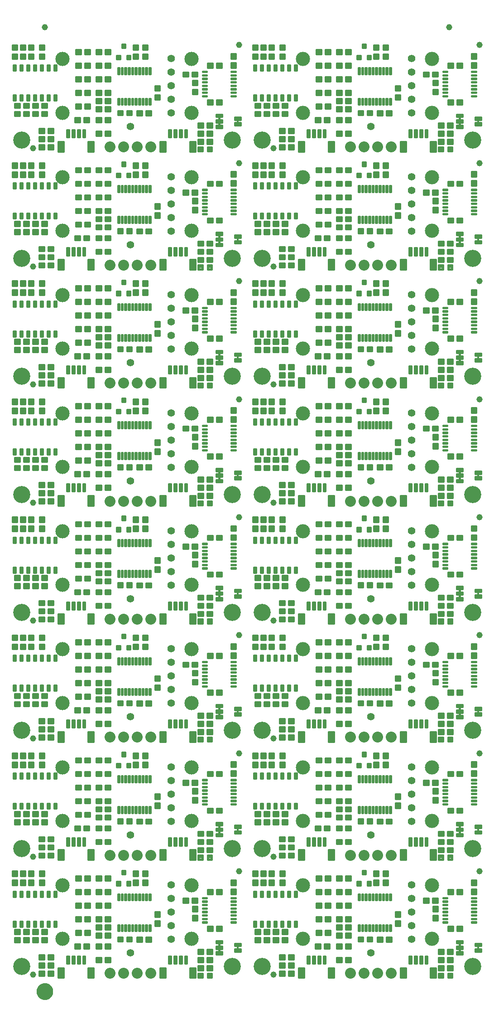
<source format=gts>
G04 EAGLE Gerber RS-274X export*
G75*
%MOMM*%
%FSLAX34Y34*%
%LPD*%
%INSoldermask Top*%
%IPPOS*%
%AMOC8*
5,1,8,0,0,1.08239X$1,22.5*%
G01*
%ADD10C,0.253525*%
%ADD11C,0.257147*%
%ADD12C,0.251966*%
%ADD13C,0.255816*%
%ADD14C,0.254103*%
%ADD15C,1.422400*%
%ADD16C,0.253344*%
%ADD17C,2.652400*%
%ADD18C,0.243431*%
%ADD19C,1.152400*%
%ADD20C,3.200400*%
%ADD21C,2.032000*%
%ADD22C,0.449434*%
%ADD23C,1.270000*%
%ADD24C,1.652400*%

G36*
X845885Y1606816D02*
X845885Y1606816D01*
X845951Y1606818D01*
X845994Y1606836D01*
X846041Y1606844D01*
X846098Y1606878D01*
X846158Y1606903D01*
X846193Y1606934D01*
X846234Y1606959D01*
X846276Y1607010D01*
X846324Y1607054D01*
X846346Y1607096D01*
X846375Y1607133D01*
X846396Y1607195D01*
X846427Y1607254D01*
X846435Y1607308D01*
X846447Y1607345D01*
X846446Y1607385D01*
X846454Y1607439D01*
X846454Y1611249D01*
X846443Y1611314D01*
X846441Y1611380D01*
X846423Y1611423D01*
X846415Y1611470D01*
X846381Y1611527D01*
X846356Y1611587D01*
X846325Y1611622D01*
X846300Y1611663D01*
X846249Y1611705D01*
X846205Y1611753D01*
X846163Y1611775D01*
X846126Y1611804D01*
X846064Y1611825D01*
X846005Y1611856D01*
X845951Y1611864D01*
X845914Y1611876D01*
X845874Y1611875D01*
X845820Y1611883D01*
X843280Y1611883D01*
X843215Y1611872D01*
X843149Y1611870D01*
X843106Y1611852D01*
X843059Y1611844D01*
X843002Y1611810D01*
X842942Y1611785D01*
X842907Y1611754D01*
X842866Y1611729D01*
X842825Y1611678D01*
X842776Y1611634D01*
X842754Y1611592D01*
X842725Y1611555D01*
X842704Y1611493D01*
X842673Y1611434D01*
X842665Y1611380D01*
X842653Y1611343D01*
X842653Y1611339D01*
X842653Y1611338D01*
X842654Y1611303D01*
X842646Y1611249D01*
X842646Y1607439D01*
X842657Y1607374D01*
X842659Y1607308D01*
X842677Y1607265D01*
X842685Y1607218D01*
X842719Y1607161D01*
X842744Y1607101D01*
X842775Y1607066D01*
X842800Y1607025D01*
X842851Y1606984D01*
X842895Y1606935D01*
X842937Y1606913D01*
X842974Y1606884D01*
X843036Y1606863D01*
X843095Y1606832D01*
X843149Y1606824D01*
X843186Y1606812D01*
X843226Y1606813D01*
X843280Y1606805D01*
X845820Y1606805D01*
X845885Y1606816D01*
G37*
G36*
X396305Y1606816D02*
X396305Y1606816D01*
X396371Y1606818D01*
X396414Y1606836D01*
X396461Y1606844D01*
X396518Y1606878D01*
X396578Y1606903D01*
X396613Y1606934D01*
X396654Y1606959D01*
X396696Y1607010D01*
X396744Y1607054D01*
X396766Y1607096D01*
X396795Y1607133D01*
X396816Y1607195D01*
X396847Y1607254D01*
X396855Y1607308D01*
X396867Y1607345D01*
X396866Y1607385D01*
X396874Y1607439D01*
X396874Y1611249D01*
X396863Y1611314D01*
X396861Y1611380D01*
X396843Y1611423D01*
X396835Y1611470D01*
X396801Y1611527D01*
X396776Y1611587D01*
X396745Y1611622D01*
X396720Y1611663D01*
X396669Y1611705D01*
X396625Y1611753D01*
X396583Y1611775D01*
X396546Y1611804D01*
X396484Y1611825D01*
X396425Y1611856D01*
X396371Y1611864D01*
X396334Y1611876D01*
X396294Y1611875D01*
X396240Y1611883D01*
X393700Y1611883D01*
X393635Y1611872D01*
X393569Y1611870D01*
X393526Y1611852D01*
X393479Y1611844D01*
X393422Y1611810D01*
X393362Y1611785D01*
X393327Y1611754D01*
X393286Y1611729D01*
X393245Y1611678D01*
X393196Y1611634D01*
X393174Y1611592D01*
X393145Y1611555D01*
X393124Y1611493D01*
X393093Y1611434D01*
X393085Y1611380D01*
X393073Y1611343D01*
X393073Y1611339D01*
X393073Y1611338D01*
X393074Y1611303D01*
X393066Y1611249D01*
X393066Y1607439D01*
X393077Y1607374D01*
X393079Y1607308D01*
X393097Y1607265D01*
X393105Y1607218D01*
X393139Y1607161D01*
X393164Y1607101D01*
X393195Y1607066D01*
X393220Y1607025D01*
X393271Y1606984D01*
X393315Y1606935D01*
X393357Y1606913D01*
X393394Y1606884D01*
X393456Y1606863D01*
X393515Y1606832D01*
X393569Y1606824D01*
X393606Y1606812D01*
X393646Y1606813D01*
X393700Y1606805D01*
X396240Y1606805D01*
X396305Y1606816D01*
G37*
G36*
X396305Y1386344D02*
X396305Y1386344D01*
X396371Y1386346D01*
X396414Y1386364D01*
X396461Y1386372D01*
X396518Y1386406D01*
X396578Y1386431D01*
X396613Y1386462D01*
X396654Y1386487D01*
X396696Y1386538D01*
X396744Y1386582D01*
X396766Y1386624D01*
X396795Y1386661D01*
X396816Y1386723D01*
X396847Y1386782D01*
X396855Y1386836D01*
X396867Y1386873D01*
X396866Y1386913D01*
X396874Y1386967D01*
X396874Y1390777D01*
X396863Y1390842D01*
X396861Y1390908D01*
X396843Y1390951D01*
X396835Y1390998D01*
X396801Y1391055D01*
X396776Y1391115D01*
X396745Y1391150D01*
X396720Y1391191D01*
X396669Y1391233D01*
X396625Y1391281D01*
X396583Y1391303D01*
X396546Y1391332D01*
X396484Y1391353D01*
X396425Y1391384D01*
X396371Y1391392D01*
X396334Y1391404D01*
X396294Y1391403D01*
X396240Y1391411D01*
X393700Y1391411D01*
X393635Y1391400D01*
X393569Y1391398D01*
X393526Y1391380D01*
X393479Y1391372D01*
X393422Y1391338D01*
X393362Y1391313D01*
X393327Y1391282D01*
X393286Y1391257D01*
X393245Y1391206D01*
X393196Y1391162D01*
X393174Y1391120D01*
X393145Y1391083D01*
X393124Y1391021D01*
X393093Y1390962D01*
X393085Y1390908D01*
X393073Y1390871D01*
X393073Y1390867D01*
X393073Y1390866D01*
X393074Y1390831D01*
X393066Y1390777D01*
X393066Y1386967D01*
X393077Y1386902D01*
X393079Y1386836D01*
X393097Y1386793D01*
X393105Y1386746D01*
X393139Y1386689D01*
X393164Y1386629D01*
X393195Y1386594D01*
X393220Y1386553D01*
X393271Y1386512D01*
X393315Y1386463D01*
X393357Y1386441D01*
X393394Y1386412D01*
X393456Y1386391D01*
X393515Y1386360D01*
X393569Y1386352D01*
X393606Y1386340D01*
X393646Y1386341D01*
X393700Y1386333D01*
X396240Y1386333D01*
X396305Y1386344D01*
G37*
G36*
X845885Y1386344D02*
X845885Y1386344D01*
X845951Y1386346D01*
X845994Y1386364D01*
X846041Y1386372D01*
X846098Y1386406D01*
X846158Y1386431D01*
X846193Y1386462D01*
X846234Y1386487D01*
X846276Y1386538D01*
X846324Y1386582D01*
X846346Y1386624D01*
X846375Y1386661D01*
X846396Y1386723D01*
X846427Y1386782D01*
X846435Y1386836D01*
X846447Y1386873D01*
X846446Y1386913D01*
X846454Y1386967D01*
X846454Y1390777D01*
X846443Y1390842D01*
X846441Y1390908D01*
X846423Y1390951D01*
X846415Y1390998D01*
X846381Y1391055D01*
X846356Y1391115D01*
X846325Y1391150D01*
X846300Y1391191D01*
X846249Y1391233D01*
X846205Y1391281D01*
X846163Y1391303D01*
X846126Y1391332D01*
X846064Y1391353D01*
X846005Y1391384D01*
X845951Y1391392D01*
X845914Y1391404D01*
X845874Y1391403D01*
X845820Y1391411D01*
X843280Y1391411D01*
X843215Y1391400D01*
X843149Y1391398D01*
X843106Y1391380D01*
X843059Y1391372D01*
X843002Y1391338D01*
X842942Y1391313D01*
X842907Y1391282D01*
X842866Y1391257D01*
X842825Y1391206D01*
X842776Y1391162D01*
X842754Y1391120D01*
X842725Y1391083D01*
X842704Y1391021D01*
X842673Y1390962D01*
X842665Y1390908D01*
X842653Y1390871D01*
X842653Y1390867D01*
X842653Y1390866D01*
X842654Y1390831D01*
X842646Y1390777D01*
X842646Y1386967D01*
X842657Y1386902D01*
X842659Y1386836D01*
X842677Y1386793D01*
X842685Y1386746D01*
X842719Y1386689D01*
X842744Y1386629D01*
X842775Y1386594D01*
X842800Y1386553D01*
X842851Y1386512D01*
X842895Y1386463D01*
X842937Y1386441D01*
X842974Y1386412D01*
X843036Y1386391D01*
X843095Y1386360D01*
X843149Y1386352D01*
X843186Y1386340D01*
X843226Y1386341D01*
X843280Y1386333D01*
X845820Y1386333D01*
X845885Y1386344D01*
G37*
G36*
X880175Y499376D02*
X880175Y499376D01*
X880241Y499378D01*
X880284Y499396D01*
X880331Y499404D01*
X880388Y499438D01*
X880448Y499463D01*
X880483Y499494D01*
X880524Y499519D01*
X880566Y499570D01*
X880614Y499614D01*
X880636Y499656D01*
X880665Y499693D01*
X880686Y499755D01*
X880717Y499814D01*
X880725Y499868D01*
X880737Y499905D01*
X880736Y499945D01*
X880744Y499999D01*
X880744Y503809D01*
X880733Y503874D01*
X880731Y503940D01*
X880713Y503983D01*
X880705Y504030D01*
X880671Y504087D01*
X880646Y504147D01*
X880615Y504182D01*
X880590Y504223D01*
X880539Y504265D01*
X880495Y504313D01*
X880453Y504335D01*
X880416Y504364D01*
X880354Y504385D01*
X880295Y504416D01*
X880241Y504424D01*
X880204Y504436D01*
X880164Y504435D01*
X880110Y504443D01*
X877570Y504443D01*
X877505Y504432D01*
X877439Y504430D01*
X877396Y504412D01*
X877349Y504404D01*
X877292Y504370D01*
X877232Y504345D01*
X877197Y504314D01*
X877156Y504289D01*
X877115Y504238D01*
X877066Y504194D01*
X877044Y504152D01*
X877015Y504115D01*
X876994Y504053D01*
X876963Y503994D01*
X876955Y503940D01*
X876943Y503903D01*
X876943Y503899D01*
X876943Y503898D01*
X876944Y503863D01*
X876936Y503809D01*
X876936Y499999D01*
X876947Y499934D01*
X876949Y499868D01*
X876967Y499825D01*
X876975Y499778D01*
X877009Y499721D01*
X877034Y499661D01*
X877065Y499626D01*
X877090Y499585D01*
X877141Y499544D01*
X877185Y499495D01*
X877227Y499473D01*
X877264Y499444D01*
X877326Y499423D01*
X877385Y499392D01*
X877439Y499384D01*
X877476Y499372D01*
X877516Y499373D01*
X877570Y499365D01*
X880110Y499365D01*
X880175Y499376D01*
G37*
G36*
X430595Y499376D02*
X430595Y499376D01*
X430661Y499378D01*
X430704Y499396D01*
X430751Y499404D01*
X430808Y499438D01*
X430868Y499463D01*
X430903Y499494D01*
X430944Y499519D01*
X430986Y499570D01*
X431034Y499614D01*
X431056Y499656D01*
X431085Y499693D01*
X431106Y499755D01*
X431137Y499814D01*
X431145Y499868D01*
X431157Y499905D01*
X431156Y499945D01*
X431164Y499999D01*
X431164Y503809D01*
X431153Y503874D01*
X431151Y503940D01*
X431133Y503983D01*
X431125Y504030D01*
X431091Y504087D01*
X431066Y504147D01*
X431035Y504182D01*
X431010Y504223D01*
X430959Y504265D01*
X430915Y504313D01*
X430873Y504335D01*
X430836Y504364D01*
X430774Y504385D01*
X430715Y504416D01*
X430661Y504424D01*
X430624Y504436D01*
X430584Y504435D01*
X430530Y504443D01*
X427990Y504443D01*
X427925Y504432D01*
X427859Y504430D01*
X427816Y504412D01*
X427769Y504404D01*
X427712Y504370D01*
X427652Y504345D01*
X427617Y504314D01*
X427576Y504289D01*
X427535Y504238D01*
X427486Y504194D01*
X427464Y504152D01*
X427435Y504115D01*
X427414Y504053D01*
X427383Y503994D01*
X427375Y503940D01*
X427363Y503903D01*
X427363Y503899D01*
X427363Y503898D01*
X427364Y503863D01*
X427356Y503809D01*
X427356Y499999D01*
X427367Y499934D01*
X427369Y499868D01*
X427387Y499825D01*
X427395Y499778D01*
X427429Y499721D01*
X427454Y499661D01*
X427485Y499626D01*
X427510Y499585D01*
X427561Y499544D01*
X427605Y499495D01*
X427647Y499473D01*
X427684Y499444D01*
X427746Y499423D01*
X427805Y499392D01*
X427859Y499384D01*
X427896Y499372D01*
X427936Y499373D01*
X427990Y499365D01*
X430530Y499365D01*
X430595Y499376D01*
G37*
G36*
X396305Y1596656D02*
X396305Y1596656D01*
X396371Y1596658D01*
X396414Y1596676D01*
X396461Y1596684D01*
X396518Y1596718D01*
X396578Y1596743D01*
X396613Y1596774D01*
X396654Y1596799D01*
X396696Y1596850D01*
X396744Y1596894D01*
X396766Y1596936D01*
X396795Y1596973D01*
X396816Y1597035D01*
X396847Y1597094D01*
X396855Y1597148D01*
X396867Y1597185D01*
X396866Y1597225D01*
X396874Y1597279D01*
X396874Y1601089D01*
X396863Y1601154D01*
X396861Y1601220D01*
X396843Y1601263D01*
X396835Y1601310D01*
X396801Y1601367D01*
X396776Y1601427D01*
X396745Y1601462D01*
X396720Y1601503D01*
X396669Y1601545D01*
X396625Y1601593D01*
X396583Y1601615D01*
X396546Y1601644D01*
X396484Y1601665D01*
X396425Y1601696D01*
X396371Y1601704D01*
X396334Y1601716D01*
X396294Y1601715D01*
X396240Y1601723D01*
X393700Y1601723D01*
X393635Y1601712D01*
X393569Y1601710D01*
X393526Y1601692D01*
X393479Y1601684D01*
X393422Y1601650D01*
X393362Y1601625D01*
X393327Y1601594D01*
X393286Y1601569D01*
X393245Y1601518D01*
X393196Y1601474D01*
X393174Y1601432D01*
X393145Y1601395D01*
X393124Y1601333D01*
X393093Y1601274D01*
X393085Y1601220D01*
X393073Y1601183D01*
X393073Y1601179D01*
X393073Y1601178D01*
X393074Y1601143D01*
X393066Y1601089D01*
X393066Y1597279D01*
X393077Y1597214D01*
X393079Y1597148D01*
X393097Y1597105D01*
X393105Y1597058D01*
X393139Y1597001D01*
X393164Y1596941D01*
X393195Y1596906D01*
X393220Y1596865D01*
X393271Y1596824D01*
X393315Y1596775D01*
X393357Y1596753D01*
X393394Y1596724D01*
X393456Y1596703D01*
X393515Y1596672D01*
X393569Y1596664D01*
X393606Y1596652D01*
X393646Y1596653D01*
X393700Y1596645D01*
X396240Y1596645D01*
X396305Y1596656D01*
G37*
G36*
X845885Y1596656D02*
X845885Y1596656D01*
X845951Y1596658D01*
X845994Y1596676D01*
X846041Y1596684D01*
X846098Y1596718D01*
X846158Y1596743D01*
X846193Y1596774D01*
X846234Y1596799D01*
X846276Y1596850D01*
X846324Y1596894D01*
X846346Y1596936D01*
X846375Y1596973D01*
X846396Y1597035D01*
X846427Y1597094D01*
X846435Y1597148D01*
X846447Y1597185D01*
X846446Y1597225D01*
X846454Y1597279D01*
X846454Y1601089D01*
X846443Y1601154D01*
X846441Y1601220D01*
X846423Y1601263D01*
X846415Y1601310D01*
X846381Y1601367D01*
X846356Y1601427D01*
X846325Y1601462D01*
X846300Y1601503D01*
X846249Y1601545D01*
X846205Y1601593D01*
X846163Y1601615D01*
X846126Y1601644D01*
X846064Y1601665D01*
X846005Y1601696D01*
X845951Y1601704D01*
X845914Y1601716D01*
X845874Y1601715D01*
X845820Y1601723D01*
X843280Y1601723D01*
X843215Y1601712D01*
X843149Y1601710D01*
X843106Y1601692D01*
X843059Y1601684D01*
X843002Y1601650D01*
X842942Y1601625D01*
X842907Y1601594D01*
X842866Y1601569D01*
X842825Y1601518D01*
X842776Y1601474D01*
X842754Y1601432D01*
X842725Y1601395D01*
X842704Y1601333D01*
X842673Y1601274D01*
X842665Y1601220D01*
X842653Y1601183D01*
X842653Y1601179D01*
X842653Y1601178D01*
X842654Y1601143D01*
X842646Y1601089D01*
X842646Y1597279D01*
X842657Y1597214D01*
X842659Y1597148D01*
X842677Y1597105D01*
X842685Y1597058D01*
X842719Y1597001D01*
X842744Y1596941D01*
X842775Y1596906D01*
X842800Y1596865D01*
X842851Y1596824D01*
X842895Y1596775D01*
X842937Y1596753D01*
X842974Y1596724D01*
X843036Y1596703D01*
X843095Y1596672D01*
X843149Y1596664D01*
X843186Y1596652D01*
X843226Y1596653D01*
X843280Y1596645D01*
X845820Y1596645D01*
X845885Y1596656D01*
G37*
G36*
X430595Y1381264D02*
X430595Y1381264D01*
X430661Y1381266D01*
X430704Y1381284D01*
X430751Y1381292D01*
X430808Y1381326D01*
X430868Y1381351D01*
X430903Y1381382D01*
X430944Y1381407D01*
X430986Y1381458D01*
X431034Y1381502D01*
X431056Y1381544D01*
X431085Y1381581D01*
X431106Y1381643D01*
X431137Y1381702D01*
X431145Y1381756D01*
X431157Y1381793D01*
X431156Y1381833D01*
X431164Y1381887D01*
X431164Y1385697D01*
X431153Y1385762D01*
X431151Y1385828D01*
X431133Y1385871D01*
X431125Y1385918D01*
X431091Y1385975D01*
X431066Y1386035D01*
X431035Y1386070D01*
X431010Y1386111D01*
X430959Y1386153D01*
X430915Y1386201D01*
X430873Y1386223D01*
X430836Y1386252D01*
X430774Y1386273D01*
X430715Y1386304D01*
X430661Y1386312D01*
X430624Y1386324D01*
X430584Y1386323D01*
X430530Y1386331D01*
X427990Y1386331D01*
X427925Y1386320D01*
X427859Y1386318D01*
X427816Y1386300D01*
X427769Y1386292D01*
X427712Y1386258D01*
X427652Y1386233D01*
X427617Y1386202D01*
X427576Y1386177D01*
X427535Y1386126D01*
X427486Y1386082D01*
X427464Y1386040D01*
X427435Y1386003D01*
X427414Y1385941D01*
X427383Y1385882D01*
X427375Y1385828D01*
X427363Y1385791D01*
X427363Y1385787D01*
X427363Y1385786D01*
X427364Y1385751D01*
X427356Y1385697D01*
X427356Y1381887D01*
X427367Y1381822D01*
X427369Y1381756D01*
X427387Y1381713D01*
X427395Y1381666D01*
X427429Y1381609D01*
X427454Y1381549D01*
X427485Y1381514D01*
X427510Y1381473D01*
X427561Y1381432D01*
X427605Y1381383D01*
X427647Y1381361D01*
X427684Y1381332D01*
X427746Y1381311D01*
X427805Y1381280D01*
X427859Y1381272D01*
X427896Y1381260D01*
X427936Y1381261D01*
X427990Y1381253D01*
X430530Y1381253D01*
X430595Y1381264D01*
G37*
G36*
X880175Y1381264D02*
X880175Y1381264D01*
X880241Y1381266D01*
X880284Y1381284D01*
X880331Y1381292D01*
X880388Y1381326D01*
X880448Y1381351D01*
X880483Y1381382D01*
X880524Y1381407D01*
X880566Y1381458D01*
X880614Y1381502D01*
X880636Y1381544D01*
X880665Y1381581D01*
X880686Y1381643D01*
X880717Y1381702D01*
X880725Y1381756D01*
X880737Y1381793D01*
X880736Y1381833D01*
X880744Y1381887D01*
X880744Y1385697D01*
X880733Y1385762D01*
X880731Y1385828D01*
X880713Y1385871D01*
X880705Y1385918D01*
X880671Y1385975D01*
X880646Y1386035D01*
X880615Y1386070D01*
X880590Y1386111D01*
X880539Y1386153D01*
X880495Y1386201D01*
X880453Y1386223D01*
X880416Y1386252D01*
X880354Y1386273D01*
X880295Y1386304D01*
X880241Y1386312D01*
X880204Y1386324D01*
X880164Y1386323D01*
X880110Y1386331D01*
X877570Y1386331D01*
X877505Y1386320D01*
X877439Y1386318D01*
X877396Y1386300D01*
X877349Y1386292D01*
X877292Y1386258D01*
X877232Y1386233D01*
X877197Y1386202D01*
X877156Y1386177D01*
X877115Y1386126D01*
X877066Y1386082D01*
X877044Y1386040D01*
X877015Y1386003D01*
X876994Y1385941D01*
X876963Y1385882D01*
X876955Y1385828D01*
X876943Y1385791D01*
X876943Y1385787D01*
X876943Y1385786D01*
X876944Y1385751D01*
X876936Y1385697D01*
X876936Y1381887D01*
X876947Y1381822D01*
X876949Y1381756D01*
X876967Y1381713D01*
X876975Y1381666D01*
X877009Y1381609D01*
X877034Y1381549D01*
X877065Y1381514D01*
X877090Y1381473D01*
X877141Y1381432D01*
X877185Y1381383D01*
X877227Y1381361D01*
X877264Y1381332D01*
X877326Y1381311D01*
X877385Y1381280D01*
X877439Y1381272D01*
X877476Y1381260D01*
X877516Y1381261D01*
X877570Y1381253D01*
X880110Y1381253D01*
X880175Y1381264D01*
G37*
G36*
X396305Y1376184D02*
X396305Y1376184D01*
X396371Y1376186D01*
X396414Y1376204D01*
X396461Y1376212D01*
X396518Y1376246D01*
X396578Y1376271D01*
X396613Y1376302D01*
X396654Y1376327D01*
X396696Y1376378D01*
X396744Y1376422D01*
X396766Y1376464D01*
X396795Y1376501D01*
X396816Y1376563D01*
X396847Y1376622D01*
X396855Y1376676D01*
X396867Y1376713D01*
X396866Y1376753D01*
X396874Y1376807D01*
X396874Y1380617D01*
X396863Y1380682D01*
X396861Y1380748D01*
X396843Y1380791D01*
X396835Y1380838D01*
X396801Y1380895D01*
X396776Y1380955D01*
X396745Y1380990D01*
X396720Y1381031D01*
X396669Y1381073D01*
X396625Y1381121D01*
X396583Y1381143D01*
X396546Y1381172D01*
X396484Y1381193D01*
X396425Y1381224D01*
X396371Y1381232D01*
X396334Y1381244D01*
X396294Y1381243D01*
X396240Y1381251D01*
X393700Y1381251D01*
X393635Y1381240D01*
X393569Y1381238D01*
X393526Y1381220D01*
X393479Y1381212D01*
X393422Y1381178D01*
X393362Y1381153D01*
X393327Y1381122D01*
X393286Y1381097D01*
X393245Y1381046D01*
X393196Y1381002D01*
X393174Y1380960D01*
X393145Y1380923D01*
X393124Y1380861D01*
X393093Y1380802D01*
X393085Y1380748D01*
X393073Y1380711D01*
X393073Y1380707D01*
X393073Y1380706D01*
X393074Y1380671D01*
X393066Y1380617D01*
X393066Y1376807D01*
X393077Y1376742D01*
X393079Y1376676D01*
X393097Y1376633D01*
X393105Y1376586D01*
X393139Y1376529D01*
X393164Y1376469D01*
X393195Y1376434D01*
X393220Y1376393D01*
X393271Y1376352D01*
X393315Y1376303D01*
X393357Y1376281D01*
X393394Y1376252D01*
X393456Y1376231D01*
X393515Y1376200D01*
X393569Y1376192D01*
X393606Y1376180D01*
X393646Y1376181D01*
X393700Y1376173D01*
X396240Y1376173D01*
X396305Y1376184D01*
G37*
G36*
X845885Y1376184D02*
X845885Y1376184D01*
X845951Y1376186D01*
X845994Y1376204D01*
X846041Y1376212D01*
X846098Y1376246D01*
X846158Y1376271D01*
X846193Y1376302D01*
X846234Y1376327D01*
X846276Y1376378D01*
X846324Y1376422D01*
X846346Y1376464D01*
X846375Y1376501D01*
X846396Y1376563D01*
X846427Y1376622D01*
X846435Y1376676D01*
X846447Y1376713D01*
X846446Y1376753D01*
X846454Y1376807D01*
X846454Y1380617D01*
X846443Y1380682D01*
X846441Y1380748D01*
X846423Y1380791D01*
X846415Y1380838D01*
X846381Y1380895D01*
X846356Y1380955D01*
X846325Y1380990D01*
X846300Y1381031D01*
X846249Y1381073D01*
X846205Y1381121D01*
X846163Y1381143D01*
X846126Y1381172D01*
X846064Y1381193D01*
X846005Y1381224D01*
X845951Y1381232D01*
X845914Y1381244D01*
X845874Y1381243D01*
X845820Y1381251D01*
X843280Y1381251D01*
X843215Y1381240D01*
X843149Y1381238D01*
X843106Y1381220D01*
X843059Y1381212D01*
X843002Y1381178D01*
X842942Y1381153D01*
X842907Y1381122D01*
X842866Y1381097D01*
X842825Y1381046D01*
X842776Y1381002D01*
X842754Y1380960D01*
X842725Y1380923D01*
X842704Y1380861D01*
X842673Y1380802D01*
X842665Y1380748D01*
X842653Y1380711D01*
X842653Y1380707D01*
X842653Y1380706D01*
X842654Y1380671D01*
X842646Y1380617D01*
X842646Y1376807D01*
X842657Y1376742D01*
X842659Y1376676D01*
X842677Y1376633D01*
X842685Y1376586D01*
X842719Y1376529D01*
X842744Y1376469D01*
X842775Y1376434D01*
X842800Y1376393D01*
X842851Y1376352D01*
X842895Y1376303D01*
X842937Y1376281D01*
X842974Y1376252D01*
X843036Y1376231D01*
X843095Y1376200D01*
X843149Y1376192D01*
X843186Y1376180D01*
X843226Y1376181D01*
X843280Y1376173D01*
X845820Y1376173D01*
X845885Y1376184D01*
G37*
G36*
X845885Y1165872D02*
X845885Y1165872D01*
X845951Y1165874D01*
X845994Y1165892D01*
X846041Y1165900D01*
X846098Y1165934D01*
X846158Y1165959D01*
X846193Y1165990D01*
X846234Y1166015D01*
X846276Y1166066D01*
X846324Y1166110D01*
X846346Y1166152D01*
X846375Y1166189D01*
X846396Y1166251D01*
X846427Y1166310D01*
X846435Y1166364D01*
X846447Y1166401D01*
X846446Y1166441D01*
X846454Y1166495D01*
X846454Y1170305D01*
X846443Y1170370D01*
X846441Y1170436D01*
X846423Y1170479D01*
X846415Y1170526D01*
X846381Y1170583D01*
X846356Y1170643D01*
X846325Y1170678D01*
X846300Y1170719D01*
X846249Y1170761D01*
X846205Y1170809D01*
X846163Y1170831D01*
X846126Y1170860D01*
X846064Y1170881D01*
X846005Y1170912D01*
X845951Y1170920D01*
X845914Y1170932D01*
X845874Y1170931D01*
X845820Y1170939D01*
X843280Y1170939D01*
X843215Y1170928D01*
X843149Y1170926D01*
X843106Y1170908D01*
X843059Y1170900D01*
X843002Y1170866D01*
X842942Y1170841D01*
X842907Y1170810D01*
X842866Y1170785D01*
X842825Y1170734D01*
X842776Y1170690D01*
X842754Y1170648D01*
X842725Y1170611D01*
X842704Y1170549D01*
X842673Y1170490D01*
X842665Y1170436D01*
X842653Y1170399D01*
X842653Y1170395D01*
X842653Y1170394D01*
X842654Y1170359D01*
X842646Y1170305D01*
X842646Y1166495D01*
X842657Y1166430D01*
X842659Y1166364D01*
X842677Y1166321D01*
X842685Y1166274D01*
X842719Y1166217D01*
X842744Y1166157D01*
X842775Y1166122D01*
X842800Y1166081D01*
X842851Y1166040D01*
X842895Y1165991D01*
X842937Y1165969D01*
X842974Y1165940D01*
X843036Y1165919D01*
X843095Y1165888D01*
X843149Y1165880D01*
X843186Y1165868D01*
X843226Y1165869D01*
X843280Y1165861D01*
X845820Y1165861D01*
X845885Y1165872D01*
G37*
G36*
X396305Y1165872D02*
X396305Y1165872D01*
X396371Y1165874D01*
X396414Y1165892D01*
X396461Y1165900D01*
X396518Y1165934D01*
X396578Y1165959D01*
X396613Y1165990D01*
X396654Y1166015D01*
X396696Y1166066D01*
X396744Y1166110D01*
X396766Y1166152D01*
X396795Y1166189D01*
X396816Y1166251D01*
X396847Y1166310D01*
X396855Y1166364D01*
X396867Y1166401D01*
X396866Y1166441D01*
X396874Y1166495D01*
X396874Y1170305D01*
X396863Y1170370D01*
X396861Y1170436D01*
X396843Y1170479D01*
X396835Y1170526D01*
X396801Y1170583D01*
X396776Y1170643D01*
X396745Y1170678D01*
X396720Y1170719D01*
X396669Y1170761D01*
X396625Y1170809D01*
X396583Y1170831D01*
X396546Y1170860D01*
X396484Y1170881D01*
X396425Y1170912D01*
X396371Y1170920D01*
X396334Y1170932D01*
X396294Y1170931D01*
X396240Y1170939D01*
X393700Y1170939D01*
X393635Y1170928D01*
X393569Y1170926D01*
X393526Y1170908D01*
X393479Y1170900D01*
X393422Y1170866D01*
X393362Y1170841D01*
X393327Y1170810D01*
X393286Y1170785D01*
X393245Y1170734D01*
X393196Y1170690D01*
X393174Y1170648D01*
X393145Y1170611D01*
X393124Y1170549D01*
X393093Y1170490D01*
X393085Y1170436D01*
X393073Y1170399D01*
X393073Y1170395D01*
X393073Y1170394D01*
X393074Y1170359D01*
X393066Y1170305D01*
X393066Y1166495D01*
X393077Y1166430D01*
X393079Y1166364D01*
X393097Y1166321D01*
X393105Y1166274D01*
X393139Y1166217D01*
X393164Y1166157D01*
X393195Y1166122D01*
X393220Y1166081D01*
X393271Y1166040D01*
X393315Y1165991D01*
X393357Y1165969D01*
X393394Y1165940D01*
X393456Y1165919D01*
X393515Y1165888D01*
X393569Y1165880D01*
X393606Y1165868D01*
X393646Y1165869D01*
X393700Y1165861D01*
X396240Y1165861D01*
X396305Y1165872D01*
G37*
G36*
X430595Y1160792D02*
X430595Y1160792D01*
X430661Y1160794D01*
X430704Y1160812D01*
X430751Y1160820D01*
X430808Y1160854D01*
X430868Y1160879D01*
X430903Y1160910D01*
X430944Y1160935D01*
X430986Y1160986D01*
X431034Y1161030D01*
X431056Y1161072D01*
X431085Y1161109D01*
X431106Y1161171D01*
X431137Y1161230D01*
X431145Y1161284D01*
X431157Y1161321D01*
X431156Y1161361D01*
X431164Y1161415D01*
X431164Y1165225D01*
X431153Y1165290D01*
X431151Y1165356D01*
X431133Y1165399D01*
X431125Y1165446D01*
X431091Y1165503D01*
X431066Y1165563D01*
X431035Y1165598D01*
X431010Y1165639D01*
X430959Y1165681D01*
X430915Y1165729D01*
X430873Y1165751D01*
X430836Y1165780D01*
X430774Y1165801D01*
X430715Y1165832D01*
X430661Y1165840D01*
X430624Y1165852D01*
X430584Y1165851D01*
X430530Y1165859D01*
X427990Y1165859D01*
X427925Y1165848D01*
X427859Y1165846D01*
X427816Y1165828D01*
X427769Y1165820D01*
X427712Y1165786D01*
X427652Y1165761D01*
X427617Y1165730D01*
X427576Y1165705D01*
X427535Y1165654D01*
X427486Y1165610D01*
X427464Y1165568D01*
X427435Y1165531D01*
X427414Y1165469D01*
X427383Y1165410D01*
X427375Y1165356D01*
X427363Y1165319D01*
X427363Y1165315D01*
X427363Y1165314D01*
X427364Y1165279D01*
X427356Y1165225D01*
X427356Y1161415D01*
X427367Y1161350D01*
X427369Y1161284D01*
X427387Y1161241D01*
X427395Y1161194D01*
X427429Y1161137D01*
X427454Y1161077D01*
X427485Y1161042D01*
X427510Y1161001D01*
X427561Y1160960D01*
X427605Y1160911D01*
X427647Y1160889D01*
X427684Y1160860D01*
X427746Y1160839D01*
X427805Y1160808D01*
X427859Y1160800D01*
X427896Y1160788D01*
X427936Y1160789D01*
X427990Y1160781D01*
X430530Y1160781D01*
X430595Y1160792D01*
G37*
G36*
X880175Y1160792D02*
X880175Y1160792D01*
X880241Y1160794D01*
X880284Y1160812D01*
X880331Y1160820D01*
X880388Y1160854D01*
X880448Y1160879D01*
X880483Y1160910D01*
X880524Y1160935D01*
X880566Y1160986D01*
X880614Y1161030D01*
X880636Y1161072D01*
X880665Y1161109D01*
X880686Y1161171D01*
X880717Y1161230D01*
X880725Y1161284D01*
X880737Y1161321D01*
X880736Y1161361D01*
X880744Y1161415D01*
X880744Y1165225D01*
X880733Y1165290D01*
X880731Y1165356D01*
X880713Y1165399D01*
X880705Y1165446D01*
X880671Y1165503D01*
X880646Y1165563D01*
X880615Y1165598D01*
X880590Y1165639D01*
X880539Y1165681D01*
X880495Y1165729D01*
X880453Y1165751D01*
X880416Y1165780D01*
X880354Y1165801D01*
X880295Y1165832D01*
X880241Y1165840D01*
X880204Y1165852D01*
X880164Y1165851D01*
X880110Y1165859D01*
X877570Y1165859D01*
X877505Y1165848D01*
X877439Y1165846D01*
X877396Y1165828D01*
X877349Y1165820D01*
X877292Y1165786D01*
X877232Y1165761D01*
X877197Y1165730D01*
X877156Y1165705D01*
X877115Y1165654D01*
X877066Y1165610D01*
X877044Y1165568D01*
X877015Y1165531D01*
X876994Y1165469D01*
X876963Y1165410D01*
X876955Y1165356D01*
X876943Y1165319D01*
X876943Y1165315D01*
X876943Y1165314D01*
X876944Y1165279D01*
X876936Y1165225D01*
X876936Y1161415D01*
X876947Y1161350D01*
X876949Y1161284D01*
X876967Y1161241D01*
X876975Y1161194D01*
X877009Y1161137D01*
X877034Y1161077D01*
X877065Y1161042D01*
X877090Y1161001D01*
X877141Y1160960D01*
X877185Y1160911D01*
X877227Y1160889D01*
X877264Y1160860D01*
X877326Y1160839D01*
X877385Y1160808D01*
X877439Y1160800D01*
X877476Y1160788D01*
X877516Y1160789D01*
X877570Y1160781D01*
X880110Y1160781D01*
X880175Y1160792D01*
G37*
G36*
X396305Y1155712D02*
X396305Y1155712D01*
X396371Y1155714D01*
X396414Y1155732D01*
X396461Y1155740D01*
X396518Y1155774D01*
X396578Y1155799D01*
X396613Y1155830D01*
X396654Y1155855D01*
X396696Y1155906D01*
X396744Y1155950D01*
X396766Y1155992D01*
X396795Y1156029D01*
X396816Y1156091D01*
X396847Y1156150D01*
X396855Y1156204D01*
X396867Y1156241D01*
X396866Y1156281D01*
X396874Y1156335D01*
X396874Y1160145D01*
X396863Y1160210D01*
X396861Y1160276D01*
X396843Y1160319D01*
X396835Y1160366D01*
X396801Y1160423D01*
X396776Y1160483D01*
X396745Y1160518D01*
X396720Y1160559D01*
X396669Y1160601D01*
X396625Y1160649D01*
X396583Y1160671D01*
X396546Y1160700D01*
X396484Y1160721D01*
X396425Y1160752D01*
X396371Y1160760D01*
X396334Y1160772D01*
X396294Y1160771D01*
X396240Y1160779D01*
X393700Y1160779D01*
X393635Y1160768D01*
X393569Y1160766D01*
X393526Y1160748D01*
X393479Y1160740D01*
X393422Y1160706D01*
X393362Y1160681D01*
X393327Y1160650D01*
X393286Y1160625D01*
X393245Y1160574D01*
X393196Y1160530D01*
X393174Y1160488D01*
X393145Y1160451D01*
X393124Y1160389D01*
X393093Y1160330D01*
X393085Y1160276D01*
X393073Y1160239D01*
X393073Y1160235D01*
X393073Y1160234D01*
X393074Y1160199D01*
X393066Y1160145D01*
X393066Y1156335D01*
X393077Y1156270D01*
X393079Y1156204D01*
X393097Y1156161D01*
X393105Y1156114D01*
X393139Y1156057D01*
X393164Y1155997D01*
X393195Y1155962D01*
X393220Y1155921D01*
X393271Y1155880D01*
X393315Y1155831D01*
X393357Y1155809D01*
X393394Y1155780D01*
X393456Y1155759D01*
X393515Y1155728D01*
X393569Y1155720D01*
X393606Y1155708D01*
X393646Y1155709D01*
X393700Y1155701D01*
X396240Y1155701D01*
X396305Y1155712D01*
G37*
G36*
X845885Y1155712D02*
X845885Y1155712D01*
X845951Y1155714D01*
X845994Y1155732D01*
X846041Y1155740D01*
X846098Y1155774D01*
X846158Y1155799D01*
X846193Y1155830D01*
X846234Y1155855D01*
X846276Y1155906D01*
X846324Y1155950D01*
X846346Y1155992D01*
X846375Y1156029D01*
X846396Y1156091D01*
X846427Y1156150D01*
X846435Y1156204D01*
X846447Y1156241D01*
X846446Y1156281D01*
X846454Y1156335D01*
X846454Y1160145D01*
X846443Y1160210D01*
X846441Y1160276D01*
X846423Y1160319D01*
X846415Y1160366D01*
X846381Y1160423D01*
X846356Y1160483D01*
X846325Y1160518D01*
X846300Y1160559D01*
X846249Y1160601D01*
X846205Y1160649D01*
X846163Y1160671D01*
X846126Y1160700D01*
X846064Y1160721D01*
X846005Y1160752D01*
X845951Y1160760D01*
X845914Y1160772D01*
X845874Y1160771D01*
X845820Y1160779D01*
X843280Y1160779D01*
X843215Y1160768D01*
X843149Y1160766D01*
X843106Y1160748D01*
X843059Y1160740D01*
X843002Y1160706D01*
X842942Y1160681D01*
X842907Y1160650D01*
X842866Y1160625D01*
X842825Y1160574D01*
X842776Y1160530D01*
X842754Y1160488D01*
X842725Y1160451D01*
X842704Y1160389D01*
X842673Y1160330D01*
X842665Y1160276D01*
X842653Y1160239D01*
X842653Y1160235D01*
X842653Y1160234D01*
X842654Y1160199D01*
X842646Y1160145D01*
X842646Y1156335D01*
X842657Y1156270D01*
X842659Y1156204D01*
X842677Y1156161D01*
X842685Y1156114D01*
X842719Y1156057D01*
X842744Y1155997D01*
X842775Y1155962D01*
X842800Y1155921D01*
X842851Y1155880D01*
X842895Y1155831D01*
X842937Y1155809D01*
X842974Y1155780D01*
X843036Y1155759D01*
X843095Y1155728D01*
X843149Y1155720D01*
X843186Y1155708D01*
X843226Y1155709D01*
X843280Y1155701D01*
X845820Y1155701D01*
X845885Y1155712D01*
G37*
G36*
X396305Y945400D02*
X396305Y945400D01*
X396371Y945402D01*
X396414Y945420D01*
X396461Y945428D01*
X396518Y945462D01*
X396578Y945487D01*
X396613Y945518D01*
X396654Y945543D01*
X396696Y945594D01*
X396744Y945638D01*
X396766Y945680D01*
X396795Y945717D01*
X396816Y945779D01*
X396847Y945838D01*
X396855Y945892D01*
X396867Y945929D01*
X396866Y945969D01*
X396874Y946023D01*
X396874Y949833D01*
X396863Y949898D01*
X396861Y949964D01*
X396843Y950007D01*
X396835Y950054D01*
X396801Y950111D01*
X396776Y950171D01*
X396745Y950206D01*
X396720Y950247D01*
X396669Y950289D01*
X396625Y950337D01*
X396583Y950359D01*
X396546Y950388D01*
X396484Y950409D01*
X396425Y950440D01*
X396371Y950448D01*
X396334Y950460D01*
X396294Y950459D01*
X396240Y950467D01*
X393700Y950467D01*
X393635Y950456D01*
X393569Y950454D01*
X393526Y950436D01*
X393479Y950428D01*
X393422Y950394D01*
X393362Y950369D01*
X393327Y950338D01*
X393286Y950313D01*
X393245Y950262D01*
X393196Y950218D01*
X393174Y950176D01*
X393145Y950139D01*
X393124Y950077D01*
X393093Y950018D01*
X393085Y949964D01*
X393073Y949927D01*
X393073Y949923D01*
X393073Y949922D01*
X393074Y949887D01*
X393066Y949833D01*
X393066Y946023D01*
X393077Y945958D01*
X393079Y945892D01*
X393097Y945849D01*
X393105Y945802D01*
X393139Y945745D01*
X393164Y945685D01*
X393195Y945650D01*
X393220Y945609D01*
X393271Y945568D01*
X393315Y945519D01*
X393357Y945497D01*
X393394Y945468D01*
X393456Y945447D01*
X393515Y945416D01*
X393569Y945408D01*
X393606Y945396D01*
X393646Y945397D01*
X393700Y945389D01*
X396240Y945389D01*
X396305Y945400D01*
G37*
G36*
X845885Y945400D02*
X845885Y945400D01*
X845951Y945402D01*
X845994Y945420D01*
X846041Y945428D01*
X846098Y945462D01*
X846158Y945487D01*
X846193Y945518D01*
X846234Y945543D01*
X846276Y945594D01*
X846324Y945638D01*
X846346Y945680D01*
X846375Y945717D01*
X846396Y945779D01*
X846427Y945838D01*
X846435Y945892D01*
X846447Y945929D01*
X846446Y945969D01*
X846454Y946023D01*
X846454Y949833D01*
X846443Y949898D01*
X846441Y949964D01*
X846423Y950007D01*
X846415Y950054D01*
X846381Y950111D01*
X846356Y950171D01*
X846325Y950206D01*
X846300Y950247D01*
X846249Y950289D01*
X846205Y950337D01*
X846163Y950359D01*
X846126Y950388D01*
X846064Y950409D01*
X846005Y950440D01*
X845951Y950448D01*
X845914Y950460D01*
X845874Y950459D01*
X845820Y950467D01*
X843280Y950467D01*
X843215Y950456D01*
X843149Y950454D01*
X843106Y950436D01*
X843059Y950428D01*
X843002Y950394D01*
X842942Y950369D01*
X842907Y950338D01*
X842866Y950313D01*
X842825Y950262D01*
X842776Y950218D01*
X842754Y950176D01*
X842725Y950139D01*
X842704Y950077D01*
X842673Y950018D01*
X842665Y949964D01*
X842653Y949927D01*
X842653Y949923D01*
X842653Y949922D01*
X842654Y949887D01*
X842646Y949833D01*
X842646Y946023D01*
X842657Y945958D01*
X842659Y945892D01*
X842677Y945849D01*
X842685Y945802D01*
X842719Y945745D01*
X842744Y945685D01*
X842775Y945650D01*
X842800Y945609D01*
X842851Y945568D01*
X842895Y945519D01*
X842937Y945497D01*
X842974Y945468D01*
X843036Y945447D01*
X843095Y945416D01*
X843149Y945408D01*
X843186Y945396D01*
X843226Y945397D01*
X843280Y945389D01*
X845820Y945389D01*
X845885Y945400D01*
G37*
G36*
X430595Y940320D02*
X430595Y940320D01*
X430661Y940322D01*
X430704Y940340D01*
X430751Y940348D01*
X430808Y940382D01*
X430868Y940407D01*
X430903Y940438D01*
X430944Y940463D01*
X430986Y940514D01*
X431034Y940558D01*
X431056Y940600D01*
X431085Y940637D01*
X431106Y940699D01*
X431137Y940758D01*
X431145Y940812D01*
X431157Y940849D01*
X431156Y940889D01*
X431164Y940943D01*
X431164Y944753D01*
X431153Y944818D01*
X431151Y944884D01*
X431133Y944927D01*
X431125Y944974D01*
X431091Y945031D01*
X431066Y945091D01*
X431035Y945126D01*
X431010Y945167D01*
X430959Y945209D01*
X430915Y945257D01*
X430873Y945279D01*
X430836Y945308D01*
X430774Y945329D01*
X430715Y945360D01*
X430661Y945368D01*
X430624Y945380D01*
X430584Y945379D01*
X430530Y945387D01*
X427990Y945387D01*
X427925Y945376D01*
X427859Y945374D01*
X427816Y945356D01*
X427769Y945348D01*
X427712Y945314D01*
X427652Y945289D01*
X427617Y945258D01*
X427576Y945233D01*
X427535Y945182D01*
X427486Y945138D01*
X427464Y945096D01*
X427435Y945059D01*
X427414Y944997D01*
X427383Y944938D01*
X427375Y944884D01*
X427363Y944847D01*
X427363Y944843D01*
X427363Y944842D01*
X427364Y944807D01*
X427356Y944753D01*
X427356Y940943D01*
X427367Y940878D01*
X427369Y940812D01*
X427387Y940769D01*
X427395Y940722D01*
X427429Y940665D01*
X427454Y940605D01*
X427485Y940570D01*
X427510Y940529D01*
X427561Y940488D01*
X427605Y940439D01*
X427647Y940417D01*
X427684Y940388D01*
X427746Y940367D01*
X427805Y940336D01*
X427859Y940328D01*
X427896Y940316D01*
X427936Y940317D01*
X427990Y940309D01*
X430530Y940309D01*
X430595Y940320D01*
G37*
G36*
X880175Y940320D02*
X880175Y940320D01*
X880241Y940322D01*
X880284Y940340D01*
X880331Y940348D01*
X880388Y940382D01*
X880448Y940407D01*
X880483Y940438D01*
X880524Y940463D01*
X880566Y940514D01*
X880614Y940558D01*
X880636Y940600D01*
X880665Y940637D01*
X880686Y940699D01*
X880717Y940758D01*
X880725Y940812D01*
X880737Y940849D01*
X880736Y940889D01*
X880744Y940943D01*
X880744Y944753D01*
X880733Y944818D01*
X880731Y944884D01*
X880713Y944927D01*
X880705Y944974D01*
X880671Y945031D01*
X880646Y945091D01*
X880615Y945126D01*
X880590Y945167D01*
X880539Y945209D01*
X880495Y945257D01*
X880453Y945279D01*
X880416Y945308D01*
X880354Y945329D01*
X880295Y945360D01*
X880241Y945368D01*
X880204Y945380D01*
X880164Y945379D01*
X880110Y945387D01*
X877570Y945387D01*
X877505Y945376D01*
X877439Y945374D01*
X877396Y945356D01*
X877349Y945348D01*
X877292Y945314D01*
X877232Y945289D01*
X877197Y945258D01*
X877156Y945233D01*
X877115Y945182D01*
X877066Y945138D01*
X877044Y945096D01*
X877015Y945059D01*
X876994Y944997D01*
X876963Y944938D01*
X876955Y944884D01*
X876943Y944847D01*
X876943Y944843D01*
X876943Y944842D01*
X876944Y944807D01*
X876936Y944753D01*
X876936Y940943D01*
X876947Y940878D01*
X876949Y940812D01*
X876967Y940769D01*
X876975Y940722D01*
X877009Y940665D01*
X877034Y940605D01*
X877065Y940570D01*
X877090Y940529D01*
X877141Y940488D01*
X877185Y940439D01*
X877227Y940417D01*
X877264Y940388D01*
X877326Y940367D01*
X877385Y940336D01*
X877439Y940328D01*
X877476Y940316D01*
X877516Y940317D01*
X877570Y940309D01*
X880110Y940309D01*
X880175Y940320D01*
G37*
G36*
X396305Y935240D02*
X396305Y935240D01*
X396371Y935242D01*
X396414Y935260D01*
X396461Y935268D01*
X396518Y935302D01*
X396578Y935327D01*
X396613Y935358D01*
X396654Y935383D01*
X396696Y935434D01*
X396744Y935478D01*
X396766Y935520D01*
X396795Y935557D01*
X396816Y935619D01*
X396847Y935678D01*
X396855Y935732D01*
X396867Y935769D01*
X396866Y935809D01*
X396874Y935863D01*
X396874Y939673D01*
X396863Y939738D01*
X396861Y939804D01*
X396843Y939847D01*
X396835Y939894D01*
X396801Y939951D01*
X396776Y940011D01*
X396745Y940046D01*
X396720Y940087D01*
X396669Y940129D01*
X396625Y940177D01*
X396583Y940199D01*
X396546Y940228D01*
X396484Y940249D01*
X396425Y940280D01*
X396371Y940288D01*
X396334Y940300D01*
X396294Y940299D01*
X396240Y940307D01*
X393700Y940307D01*
X393635Y940296D01*
X393569Y940294D01*
X393526Y940276D01*
X393479Y940268D01*
X393422Y940234D01*
X393362Y940209D01*
X393327Y940178D01*
X393286Y940153D01*
X393245Y940102D01*
X393196Y940058D01*
X393174Y940016D01*
X393145Y939979D01*
X393124Y939917D01*
X393093Y939858D01*
X393085Y939804D01*
X393073Y939767D01*
X393073Y939763D01*
X393073Y939762D01*
X393074Y939727D01*
X393066Y939673D01*
X393066Y935863D01*
X393077Y935798D01*
X393079Y935732D01*
X393097Y935689D01*
X393105Y935642D01*
X393139Y935585D01*
X393164Y935525D01*
X393195Y935490D01*
X393220Y935449D01*
X393271Y935408D01*
X393315Y935359D01*
X393357Y935337D01*
X393394Y935308D01*
X393456Y935287D01*
X393515Y935256D01*
X393569Y935248D01*
X393606Y935236D01*
X393646Y935237D01*
X393700Y935229D01*
X396240Y935229D01*
X396305Y935240D01*
G37*
G36*
X845885Y935240D02*
X845885Y935240D01*
X845951Y935242D01*
X845994Y935260D01*
X846041Y935268D01*
X846098Y935302D01*
X846158Y935327D01*
X846193Y935358D01*
X846234Y935383D01*
X846276Y935434D01*
X846324Y935478D01*
X846346Y935520D01*
X846375Y935557D01*
X846396Y935619D01*
X846427Y935678D01*
X846435Y935732D01*
X846447Y935769D01*
X846446Y935809D01*
X846454Y935863D01*
X846454Y939673D01*
X846443Y939738D01*
X846441Y939804D01*
X846423Y939847D01*
X846415Y939894D01*
X846381Y939951D01*
X846356Y940011D01*
X846325Y940046D01*
X846300Y940087D01*
X846249Y940129D01*
X846205Y940177D01*
X846163Y940199D01*
X846126Y940228D01*
X846064Y940249D01*
X846005Y940280D01*
X845951Y940288D01*
X845914Y940300D01*
X845874Y940299D01*
X845820Y940307D01*
X843280Y940307D01*
X843215Y940296D01*
X843149Y940294D01*
X843106Y940276D01*
X843059Y940268D01*
X843002Y940234D01*
X842942Y940209D01*
X842907Y940178D01*
X842866Y940153D01*
X842825Y940102D01*
X842776Y940058D01*
X842754Y940016D01*
X842725Y939979D01*
X842704Y939917D01*
X842673Y939858D01*
X842665Y939804D01*
X842653Y939767D01*
X842653Y939763D01*
X842653Y939762D01*
X842654Y939727D01*
X842646Y939673D01*
X842646Y935863D01*
X842657Y935798D01*
X842659Y935732D01*
X842677Y935689D01*
X842685Y935642D01*
X842719Y935585D01*
X842744Y935525D01*
X842775Y935490D01*
X842800Y935449D01*
X842851Y935408D01*
X842895Y935359D01*
X842937Y935337D01*
X842974Y935308D01*
X843036Y935287D01*
X843095Y935256D01*
X843149Y935248D01*
X843186Y935236D01*
X843226Y935237D01*
X843280Y935229D01*
X845820Y935229D01*
X845885Y935240D01*
G37*
G36*
X845885Y724928D02*
X845885Y724928D01*
X845951Y724930D01*
X845994Y724948D01*
X846041Y724956D01*
X846098Y724990D01*
X846158Y725015D01*
X846193Y725046D01*
X846234Y725071D01*
X846276Y725122D01*
X846324Y725166D01*
X846346Y725208D01*
X846375Y725245D01*
X846396Y725307D01*
X846427Y725366D01*
X846435Y725420D01*
X846447Y725457D01*
X846446Y725497D01*
X846454Y725551D01*
X846454Y729361D01*
X846443Y729426D01*
X846441Y729492D01*
X846423Y729535D01*
X846415Y729582D01*
X846381Y729639D01*
X846356Y729699D01*
X846325Y729734D01*
X846300Y729775D01*
X846249Y729817D01*
X846205Y729865D01*
X846163Y729887D01*
X846126Y729916D01*
X846064Y729937D01*
X846005Y729968D01*
X845951Y729976D01*
X845914Y729988D01*
X845874Y729987D01*
X845820Y729995D01*
X843280Y729995D01*
X843215Y729984D01*
X843149Y729982D01*
X843106Y729964D01*
X843059Y729956D01*
X843002Y729922D01*
X842942Y729897D01*
X842907Y729866D01*
X842866Y729841D01*
X842825Y729790D01*
X842776Y729746D01*
X842754Y729704D01*
X842725Y729667D01*
X842704Y729605D01*
X842673Y729546D01*
X842665Y729492D01*
X842653Y729455D01*
X842653Y729451D01*
X842653Y729450D01*
X842654Y729415D01*
X842646Y729361D01*
X842646Y725551D01*
X842657Y725486D01*
X842659Y725420D01*
X842677Y725377D01*
X842685Y725330D01*
X842719Y725273D01*
X842744Y725213D01*
X842775Y725178D01*
X842800Y725137D01*
X842851Y725096D01*
X842895Y725047D01*
X842937Y725025D01*
X842974Y724996D01*
X843036Y724975D01*
X843095Y724944D01*
X843149Y724936D01*
X843186Y724924D01*
X843226Y724925D01*
X843280Y724917D01*
X845820Y724917D01*
X845885Y724928D01*
G37*
G36*
X396305Y724928D02*
X396305Y724928D01*
X396371Y724930D01*
X396414Y724948D01*
X396461Y724956D01*
X396518Y724990D01*
X396578Y725015D01*
X396613Y725046D01*
X396654Y725071D01*
X396696Y725122D01*
X396744Y725166D01*
X396766Y725208D01*
X396795Y725245D01*
X396816Y725307D01*
X396847Y725366D01*
X396855Y725420D01*
X396867Y725457D01*
X396866Y725497D01*
X396874Y725551D01*
X396874Y729361D01*
X396863Y729426D01*
X396861Y729492D01*
X396843Y729535D01*
X396835Y729582D01*
X396801Y729639D01*
X396776Y729699D01*
X396745Y729734D01*
X396720Y729775D01*
X396669Y729817D01*
X396625Y729865D01*
X396583Y729887D01*
X396546Y729916D01*
X396484Y729937D01*
X396425Y729968D01*
X396371Y729976D01*
X396334Y729988D01*
X396294Y729987D01*
X396240Y729995D01*
X393700Y729995D01*
X393635Y729984D01*
X393569Y729982D01*
X393526Y729964D01*
X393479Y729956D01*
X393422Y729922D01*
X393362Y729897D01*
X393327Y729866D01*
X393286Y729841D01*
X393245Y729790D01*
X393196Y729746D01*
X393174Y729704D01*
X393145Y729667D01*
X393124Y729605D01*
X393093Y729546D01*
X393085Y729492D01*
X393073Y729455D01*
X393073Y729451D01*
X393073Y729450D01*
X393074Y729415D01*
X393066Y729361D01*
X393066Y725551D01*
X393077Y725486D01*
X393079Y725420D01*
X393097Y725377D01*
X393105Y725330D01*
X393139Y725273D01*
X393164Y725213D01*
X393195Y725178D01*
X393220Y725137D01*
X393271Y725096D01*
X393315Y725047D01*
X393357Y725025D01*
X393394Y724996D01*
X393456Y724975D01*
X393515Y724944D01*
X393569Y724936D01*
X393606Y724924D01*
X393646Y724925D01*
X393700Y724917D01*
X396240Y724917D01*
X396305Y724928D01*
G37*
G36*
X880175Y719848D02*
X880175Y719848D01*
X880241Y719850D01*
X880284Y719868D01*
X880331Y719876D01*
X880388Y719910D01*
X880448Y719935D01*
X880483Y719966D01*
X880524Y719991D01*
X880566Y720042D01*
X880614Y720086D01*
X880636Y720128D01*
X880665Y720165D01*
X880686Y720227D01*
X880717Y720286D01*
X880725Y720340D01*
X880737Y720377D01*
X880736Y720417D01*
X880744Y720471D01*
X880744Y724281D01*
X880733Y724346D01*
X880731Y724412D01*
X880713Y724455D01*
X880705Y724502D01*
X880671Y724559D01*
X880646Y724619D01*
X880615Y724654D01*
X880590Y724695D01*
X880539Y724737D01*
X880495Y724785D01*
X880453Y724807D01*
X880416Y724836D01*
X880354Y724857D01*
X880295Y724888D01*
X880241Y724896D01*
X880204Y724908D01*
X880164Y724907D01*
X880110Y724915D01*
X877570Y724915D01*
X877505Y724904D01*
X877439Y724902D01*
X877396Y724884D01*
X877349Y724876D01*
X877292Y724842D01*
X877232Y724817D01*
X877197Y724786D01*
X877156Y724761D01*
X877115Y724710D01*
X877066Y724666D01*
X877044Y724624D01*
X877015Y724587D01*
X876994Y724525D01*
X876963Y724466D01*
X876955Y724412D01*
X876943Y724375D01*
X876943Y724371D01*
X876943Y724370D01*
X876944Y724335D01*
X876936Y724281D01*
X876936Y720471D01*
X876947Y720406D01*
X876949Y720340D01*
X876967Y720297D01*
X876975Y720250D01*
X877009Y720193D01*
X877034Y720133D01*
X877065Y720098D01*
X877090Y720057D01*
X877141Y720016D01*
X877185Y719967D01*
X877227Y719945D01*
X877264Y719916D01*
X877326Y719895D01*
X877385Y719864D01*
X877439Y719856D01*
X877476Y719844D01*
X877516Y719845D01*
X877570Y719837D01*
X880110Y719837D01*
X880175Y719848D01*
G37*
G36*
X430595Y719848D02*
X430595Y719848D01*
X430661Y719850D01*
X430704Y719868D01*
X430751Y719876D01*
X430808Y719910D01*
X430868Y719935D01*
X430903Y719966D01*
X430944Y719991D01*
X430986Y720042D01*
X431034Y720086D01*
X431056Y720128D01*
X431085Y720165D01*
X431106Y720227D01*
X431137Y720286D01*
X431145Y720340D01*
X431157Y720377D01*
X431156Y720417D01*
X431164Y720471D01*
X431164Y724281D01*
X431153Y724346D01*
X431151Y724412D01*
X431133Y724455D01*
X431125Y724502D01*
X431091Y724559D01*
X431066Y724619D01*
X431035Y724654D01*
X431010Y724695D01*
X430959Y724737D01*
X430915Y724785D01*
X430873Y724807D01*
X430836Y724836D01*
X430774Y724857D01*
X430715Y724888D01*
X430661Y724896D01*
X430624Y724908D01*
X430584Y724907D01*
X430530Y724915D01*
X427990Y724915D01*
X427925Y724904D01*
X427859Y724902D01*
X427816Y724884D01*
X427769Y724876D01*
X427712Y724842D01*
X427652Y724817D01*
X427617Y724786D01*
X427576Y724761D01*
X427535Y724710D01*
X427486Y724666D01*
X427464Y724624D01*
X427435Y724587D01*
X427414Y724525D01*
X427383Y724466D01*
X427375Y724412D01*
X427363Y724375D01*
X427363Y724371D01*
X427363Y724370D01*
X427364Y724335D01*
X427356Y724281D01*
X427356Y720471D01*
X427367Y720406D01*
X427369Y720340D01*
X427387Y720297D01*
X427395Y720250D01*
X427429Y720193D01*
X427454Y720133D01*
X427485Y720098D01*
X427510Y720057D01*
X427561Y720016D01*
X427605Y719967D01*
X427647Y719945D01*
X427684Y719916D01*
X427746Y719895D01*
X427805Y719864D01*
X427859Y719856D01*
X427896Y719844D01*
X427936Y719845D01*
X427990Y719837D01*
X430530Y719837D01*
X430595Y719848D01*
G37*
G36*
X845885Y714768D02*
X845885Y714768D01*
X845951Y714770D01*
X845994Y714788D01*
X846041Y714796D01*
X846098Y714830D01*
X846158Y714855D01*
X846193Y714886D01*
X846234Y714911D01*
X846276Y714962D01*
X846324Y715006D01*
X846346Y715048D01*
X846375Y715085D01*
X846396Y715147D01*
X846427Y715206D01*
X846435Y715260D01*
X846447Y715297D01*
X846446Y715337D01*
X846454Y715391D01*
X846454Y719201D01*
X846443Y719266D01*
X846441Y719332D01*
X846423Y719375D01*
X846415Y719422D01*
X846381Y719479D01*
X846356Y719539D01*
X846325Y719574D01*
X846300Y719615D01*
X846249Y719657D01*
X846205Y719705D01*
X846163Y719727D01*
X846126Y719756D01*
X846064Y719777D01*
X846005Y719808D01*
X845951Y719816D01*
X845914Y719828D01*
X845874Y719827D01*
X845820Y719835D01*
X843280Y719835D01*
X843215Y719824D01*
X843149Y719822D01*
X843106Y719804D01*
X843059Y719796D01*
X843002Y719762D01*
X842942Y719737D01*
X842907Y719706D01*
X842866Y719681D01*
X842825Y719630D01*
X842776Y719586D01*
X842754Y719544D01*
X842725Y719507D01*
X842704Y719445D01*
X842673Y719386D01*
X842665Y719332D01*
X842653Y719295D01*
X842653Y719291D01*
X842653Y719290D01*
X842654Y719255D01*
X842646Y719201D01*
X842646Y715391D01*
X842657Y715326D01*
X842659Y715260D01*
X842677Y715217D01*
X842685Y715170D01*
X842719Y715113D01*
X842744Y715053D01*
X842775Y715018D01*
X842800Y714977D01*
X842851Y714936D01*
X842895Y714887D01*
X842937Y714865D01*
X842974Y714836D01*
X843036Y714815D01*
X843095Y714784D01*
X843149Y714776D01*
X843186Y714764D01*
X843226Y714765D01*
X843280Y714757D01*
X845820Y714757D01*
X845885Y714768D01*
G37*
G36*
X396305Y714768D02*
X396305Y714768D01*
X396371Y714770D01*
X396414Y714788D01*
X396461Y714796D01*
X396518Y714830D01*
X396578Y714855D01*
X396613Y714886D01*
X396654Y714911D01*
X396696Y714962D01*
X396744Y715006D01*
X396766Y715048D01*
X396795Y715085D01*
X396816Y715147D01*
X396847Y715206D01*
X396855Y715260D01*
X396867Y715297D01*
X396866Y715337D01*
X396874Y715391D01*
X396874Y719201D01*
X396863Y719266D01*
X396861Y719332D01*
X396843Y719375D01*
X396835Y719422D01*
X396801Y719479D01*
X396776Y719539D01*
X396745Y719574D01*
X396720Y719615D01*
X396669Y719657D01*
X396625Y719705D01*
X396583Y719727D01*
X396546Y719756D01*
X396484Y719777D01*
X396425Y719808D01*
X396371Y719816D01*
X396334Y719828D01*
X396294Y719827D01*
X396240Y719835D01*
X393700Y719835D01*
X393635Y719824D01*
X393569Y719822D01*
X393526Y719804D01*
X393479Y719796D01*
X393422Y719762D01*
X393362Y719737D01*
X393327Y719706D01*
X393286Y719681D01*
X393245Y719630D01*
X393196Y719586D01*
X393174Y719544D01*
X393145Y719507D01*
X393124Y719445D01*
X393093Y719386D01*
X393085Y719332D01*
X393073Y719295D01*
X393073Y719291D01*
X393073Y719290D01*
X393074Y719255D01*
X393066Y719201D01*
X393066Y715391D01*
X393077Y715326D01*
X393079Y715260D01*
X393097Y715217D01*
X393105Y715170D01*
X393139Y715113D01*
X393164Y715053D01*
X393195Y715018D01*
X393220Y714977D01*
X393271Y714936D01*
X393315Y714887D01*
X393357Y714865D01*
X393394Y714836D01*
X393456Y714815D01*
X393515Y714784D01*
X393569Y714776D01*
X393606Y714764D01*
X393646Y714765D01*
X393700Y714757D01*
X396240Y714757D01*
X396305Y714768D01*
G37*
G36*
X396305Y504456D02*
X396305Y504456D01*
X396371Y504458D01*
X396414Y504476D01*
X396461Y504484D01*
X396518Y504518D01*
X396578Y504543D01*
X396613Y504574D01*
X396654Y504599D01*
X396696Y504650D01*
X396744Y504694D01*
X396766Y504736D01*
X396795Y504773D01*
X396816Y504835D01*
X396847Y504894D01*
X396855Y504948D01*
X396867Y504985D01*
X396866Y505025D01*
X396874Y505079D01*
X396874Y508889D01*
X396863Y508954D01*
X396861Y509020D01*
X396843Y509063D01*
X396835Y509110D01*
X396801Y509167D01*
X396776Y509227D01*
X396745Y509262D01*
X396720Y509303D01*
X396669Y509345D01*
X396625Y509393D01*
X396583Y509415D01*
X396546Y509444D01*
X396484Y509465D01*
X396425Y509496D01*
X396371Y509504D01*
X396334Y509516D01*
X396294Y509515D01*
X396240Y509523D01*
X393700Y509523D01*
X393635Y509512D01*
X393569Y509510D01*
X393526Y509492D01*
X393479Y509484D01*
X393422Y509450D01*
X393362Y509425D01*
X393327Y509394D01*
X393286Y509369D01*
X393245Y509318D01*
X393196Y509274D01*
X393174Y509232D01*
X393145Y509195D01*
X393124Y509133D01*
X393093Y509074D01*
X393085Y509020D01*
X393073Y508983D01*
X393073Y508979D01*
X393073Y508978D01*
X393074Y508943D01*
X393066Y508889D01*
X393066Y505079D01*
X393077Y505014D01*
X393079Y504948D01*
X393097Y504905D01*
X393105Y504858D01*
X393139Y504801D01*
X393164Y504741D01*
X393195Y504706D01*
X393220Y504665D01*
X393271Y504624D01*
X393315Y504575D01*
X393357Y504553D01*
X393394Y504524D01*
X393456Y504503D01*
X393515Y504472D01*
X393569Y504464D01*
X393606Y504452D01*
X393646Y504453D01*
X393700Y504445D01*
X396240Y504445D01*
X396305Y504456D01*
G37*
G36*
X845885Y504456D02*
X845885Y504456D01*
X845951Y504458D01*
X845994Y504476D01*
X846041Y504484D01*
X846098Y504518D01*
X846158Y504543D01*
X846193Y504574D01*
X846234Y504599D01*
X846276Y504650D01*
X846324Y504694D01*
X846346Y504736D01*
X846375Y504773D01*
X846396Y504835D01*
X846427Y504894D01*
X846435Y504948D01*
X846447Y504985D01*
X846446Y505025D01*
X846454Y505079D01*
X846454Y508889D01*
X846443Y508954D01*
X846441Y509020D01*
X846423Y509063D01*
X846415Y509110D01*
X846381Y509167D01*
X846356Y509227D01*
X846325Y509262D01*
X846300Y509303D01*
X846249Y509345D01*
X846205Y509393D01*
X846163Y509415D01*
X846126Y509444D01*
X846064Y509465D01*
X846005Y509496D01*
X845951Y509504D01*
X845914Y509516D01*
X845874Y509515D01*
X845820Y509523D01*
X843280Y509523D01*
X843215Y509512D01*
X843149Y509510D01*
X843106Y509492D01*
X843059Y509484D01*
X843002Y509450D01*
X842942Y509425D01*
X842907Y509394D01*
X842866Y509369D01*
X842825Y509318D01*
X842776Y509274D01*
X842754Y509232D01*
X842725Y509195D01*
X842704Y509133D01*
X842673Y509074D01*
X842665Y509020D01*
X842653Y508983D01*
X842653Y508979D01*
X842653Y508978D01*
X842654Y508943D01*
X842646Y508889D01*
X842646Y505079D01*
X842657Y505014D01*
X842659Y504948D01*
X842677Y504905D01*
X842685Y504858D01*
X842719Y504801D01*
X842744Y504741D01*
X842775Y504706D01*
X842800Y504665D01*
X842851Y504624D01*
X842895Y504575D01*
X842937Y504553D01*
X842974Y504524D01*
X843036Y504503D01*
X843095Y504472D01*
X843149Y504464D01*
X843186Y504452D01*
X843226Y504453D01*
X843280Y504445D01*
X845820Y504445D01*
X845885Y504456D01*
G37*
G36*
X880175Y1601736D02*
X880175Y1601736D01*
X880241Y1601738D01*
X880284Y1601756D01*
X880331Y1601764D01*
X880388Y1601798D01*
X880448Y1601823D01*
X880483Y1601854D01*
X880524Y1601879D01*
X880566Y1601930D01*
X880614Y1601974D01*
X880636Y1602016D01*
X880665Y1602053D01*
X880686Y1602115D01*
X880717Y1602174D01*
X880725Y1602228D01*
X880737Y1602265D01*
X880736Y1602305D01*
X880744Y1602359D01*
X880744Y1606169D01*
X880733Y1606234D01*
X880731Y1606300D01*
X880713Y1606343D01*
X880705Y1606390D01*
X880671Y1606447D01*
X880646Y1606507D01*
X880615Y1606542D01*
X880590Y1606583D01*
X880539Y1606625D01*
X880495Y1606673D01*
X880453Y1606695D01*
X880416Y1606724D01*
X880354Y1606745D01*
X880295Y1606776D01*
X880241Y1606784D01*
X880204Y1606796D01*
X880164Y1606795D01*
X880110Y1606803D01*
X877570Y1606803D01*
X877505Y1606792D01*
X877439Y1606790D01*
X877396Y1606772D01*
X877349Y1606764D01*
X877292Y1606730D01*
X877232Y1606705D01*
X877197Y1606674D01*
X877156Y1606649D01*
X877115Y1606598D01*
X877066Y1606554D01*
X877044Y1606512D01*
X877015Y1606475D01*
X876994Y1606413D01*
X876963Y1606354D01*
X876955Y1606300D01*
X876943Y1606263D01*
X876943Y1606259D01*
X876943Y1606258D01*
X876944Y1606223D01*
X876936Y1606169D01*
X876936Y1602359D01*
X876947Y1602294D01*
X876949Y1602228D01*
X876967Y1602185D01*
X876975Y1602138D01*
X877009Y1602081D01*
X877034Y1602021D01*
X877065Y1601986D01*
X877090Y1601945D01*
X877141Y1601904D01*
X877185Y1601855D01*
X877227Y1601833D01*
X877264Y1601804D01*
X877326Y1601783D01*
X877385Y1601752D01*
X877439Y1601744D01*
X877476Y1601732D01*
X877516Y1601733D01*
X877570Y1601725D01*
X880110Y1601725D01*
X880175Y1601736D01*
G37*
G36*
X430595Y1601736D02*
X430595Y1601736D01*
X430661Y1601738D01*
X430704Y1601756D01*
X430751Y1601764D01*
X430808Y1601798D01*
X430868Y1601823D01*
X430903Y1601854D01*
X430944Y1601879D01*
X430986Y1601930D01*
X431034Y1601974D01*
X431056Y1602016D01*
X431085Y1602053D01*
X431106Y1602115D01*
X431137Y1602174D01*
X431145Y1602228D01*
X431157Y1602265D01*
X431156Y1602305D01*
X431164Y1602359D01*
X431164Y1606169D01*
X431153Y1606234D01*
X431151Y1606300D01*
X431133Y1606343D01*
X431125Y1606390D01*
X431091Y1606447D01*
X431066Y1606507D01*
X431035Y1606542D01*
X431010Y1606583D01*
X430959Y1606625D01*
X430915Y1606673D01*
X430873Y1606695D01*
X430836Y1606724D01*
X430774Y1606745D01*
X430715Y1606776D01*
X430661Y1606784D01*
X430624Y1606796D01*
X430584Y1606795D01*
X430530Y1606803D01*
X427990Y1606803D01*
X427925Y1606792D01*
X427859Y1606790D01*
X427816Y1606772D01*
X427769Y1606764D01*
X427712Y1606730D01*
X427652Y1606705D01*
X427617Y1606674D01*
X427576Y1606649D01*
X427535Y1606598D01*
X427486Y1606554D01*
X427464Y1606512D01*
X427435Y1606475D01*
X427414Y1606413D01*
X427383Y1606354D01*
X427375Y1606300D01*
X427363Y1606263D01*
X427363Y1606259D01*
X427363Y1606258D01*
X427364Y1606223D01*
X427356Y1606169D01*
X427356Y1602359D01*
X427367Y1602294D01*
X427369Y1602228D01*
X427387Y1602185D01*
X427395Y1602138D01*
X427429Y1602081D01*
X427454Y1602021D01*
X427485Y1601986D01*
X427510Y1601945D01*
X427561Y1601904D01*
X427605Y1601855D01*
X427647Y1601833D01*
X427684Y1601804D01*
X427746Y1601783D01*
X427805Y1601752D01*
X427859Y1601744D01*
X427896Y1601732D01*
X427936Y1601733D01*
X427990Y1601725D01*
X430530Y1601725D01*
X430595Y1601736D01*
G37*
G36*
X845885Y494296D02*
X845885Y494296D01*
X845951Y494298D01*
X845994Y494316D01*
X846041Y494324D01*
X846098Y494358D01*
X846158Y494383D01*
X846193Y494414D01*
X846234Y494439D01*
X846276Y494490D01*
X846324Y494534D01*
X846346Y494576D01*
X846375Y494613D01*
X846396Y494675D01*
X846427Y494734D01*
X846435Y494788D01*
X846447Y494825D01*
X846446Y494865D01*
X846454Y494919D01*
X846454Y498729D01*
X846443Y498794D01*
X846441Y498860D01*
X846423Y498903D01*
X846415Y498950D01*
X846381Y499007D01*
X846356Y499067D01*
X846325Y499102D01*
X846300Y499143D01*
X846249Y499185D01*
X846205Y499233D01*
X846163Y499255D01*
X846126Y499284D01*
X846064Y499305D01*
X846005Y499336D01*
X845951Y499344D01*
X845914Y499356D01*
X845874Y499355D01*
X845820Y499363D01*
X843280Y499363D01*
X843215Y499352D01*
X843149Y499350D01*
X843106Y499332D01*
X843059Y499324D01*
X843002Y499290D01*
X842942Y499265D01*
X842907Y499234D01*
X842866Y499209D01*
X842825Y499158D01*
X842776Y499114D01*
X842754Y499072D01*
X842725Y499035D01*
X842704Y498973D01*
X842673Y498914D01*
X842665Y498860D01*
X842653Y498823D01*
X842653Y498819D01*
X842653Y498818D01*
X842654Y498783D01*
X842646Y498729D01*
X842646Y494919D01*
X842657Y494854D01*
X842659Y494788D01*
X842677Y494745D01*
X842685Y494698D01*
X842719Y494641D01*
X842744Y494581D01*
X842775Y494546D01*
X842800Y494505D01*
X842851Y494464D01*
X842895Y494415D01*
X842937Y494393D01*
X842974Y494364D01*
X843036Y494343D01*
X843095Y494312D01*
X843149Y494304D01*
X843186Y494292D01*
X843226Y494293D01*
X843280Y494285D01*
X845820Y494285D01*
X845885Y494296D01*
G37*
G36*
X396305Y494296D02*
X396305Y494296D01*
X396371Y494298D01*
X396414Y494316D01*
X396461Y494324D01*
X396518Y494358D01*
X396578Y494383D01*
X396613Y494414D01*
X396654Y494439D01*
X396696Y494490D01*
X396744Y494534D01*
X396766Y494576D01*
X396795Y494613D01*
X396816Y494675D01*
X396847Y494734D01*
X396855Y494788D01*
X396867Y494825D01*
X396866Y494865D01*
X396874Y494919D01*
X396874Y498729D01*
X396863Y498794D01*
X396861Y498860D01*
X396843Y498903D01*
X396835Y498950D01*
X396801Y499007D01*
X396776Y499067D01*
X396745Y499102D01*
X396720Y499143D01*
X396669Y499185D01*
X396625Y499233D01*
X396583Y499255D01*
X396546Y499284D01*
X396484Y499305D01*
X396425Y499336D01*
X396371Y499344D01*
X396334Y499356D01*
X396294Y499355D01*
X396240Y499363D01*
X393700Y499363D01*
X393635Y499352D01*
X393569Y499350D01*
X393526Y499332D01*
X393479Y499324D01*
X393422Y499290D01*
X393362Y499265D01*
X393327Y499234D01*
X393286Y499209D01*
X393245Y499158D01*
X393196Y499114D01*
X393174Y499072D01*
X393145Y499035D01*
X393124Y498973D01*
X393093Y498914D01*
X393085Y498860D01*
X393073Y498823D01*
X393073Y498819D01*
X393073Y498818D01*
X393074Y498783D01*
X393066Y498729D01*
X393066Y494919D01*
X393077Y494854D01*
X393079Y494788D01*
X393097Y494745D01*
X393105Y494698D01*
X393139Y494641D01*
X393164Y494581D01*
X393195Y494546D01*
X393220Y494505D01*
X393271Y494464D01*
X393315Y494415D01*
X393357Y494393D01*
X393394Y494364D01*
X393456Y494343D01*
X393515Y494312D01*
X393569Y494304D01*
X393606Y494292D01*
X393646Y494293D01*
X393700Y494285D01*
X396240Y494285D01*
X396305Y494296D01*
G37*
G36*
X396305Y283984D02*
X396305Y283984D01*
X396371Y283986D01*
X396414Y284004D01*
X396461Y284012D01*
X396518Y284046D01*
X396578Y284071D01*
X396613Y284102D01*
X396654Y284127D01*
X396696Y284178D01*
X396744Y284222D01*
X396766Y284264D01*
X396795Y284301D01*
X396816Y284363D01*
X396847Y284422D01*
X396855Y284476D01*
X396867Y284513D01*
X396866Y284553D01*
X396874Y284607D01*
X396874Y288417D01*
X396863Y288482D01*
X396861Y288548D01*
X396843Y288591D01*
X396835Y288638D01*
X396801Y288695D01*
X396776Y288755D01*
X396745Y288790D01*
X396720Y288831D01*
X396669Y288873D01*
X396625Y288921D01*
X396583Y288943D01*
X396546Y288972D01*
X396484Y288993D01*
X396425Y289024D01*
X396371Y289032D01*
X396334Y289044D01*
X396294Y289043D01*
X396240Y289051D01*
X393700Y289051D01*
X393635Y289040D01*
X393569Y289038D01*
X393526Y289020D01*
X393479Y289012D01*
X393422Y288978D01*
X393362Y288953D01*
X393327Y288922D01*
X393286Y288897D01*
X393245Y288846D01*
X393196Y288802D01*
X393174Y288760D01*
X393145Y288723D01*
X393124Y288661D01*
X393093Y288602D01*
X393085Y288548D01*
X393073Y288511D01*
X393073Y288507D01*
X393073Y288506D01*
X393074Y288471D01*
X393066Y288417D01*
X393066Y284607D01*
X393077Y284542D01*
X393079Y284476D01*
X393097Y284433D01*
X393105Y284386D01*
X393139Y284329D01*
X393164Y284269D01*
X393195Y284234D01*
X393220Y284193D01*
X393271Y284152D01*
X393315Y284103D01*
X393357Y284081D01*
X393394Y284052D01*
X393456Y284031D01*
X393515Y284000D01*
X393569Y283992D01*
X393606Y283980D01*
X393646Y283981D01*
X393700Y283973D01*
X396240Y283973D01*
X396305Y283984D01*
G37*
G36*
X845885Y283984D02*
X845885Y283984D01*
X845951Y283986D01*
X845994Y284004D01*
X846041Y284012D01*
X846098Y284046D01*
X846158Y284071D01*
X846193Y284102D01*
X846234Y284127D01*
X846276Y284178D01*
X846324Y284222D01*
X846346Y284264D01*
X846375Y284301D01*
X846396Y284363D01*
X846427Y284422D01*
X846435Y284476D01*
X846447Y284513D01*
X846446Y284553D01*
X846454Y284607D01*
X846454Y288417D01*
X846443Y288482D01*
X846441Y288548D01*
X846423Y288591D01*
X846415Y288638D01*
X846381Y288695D01*
X846356Y288755D01*
X846325Y288790D01*
X846300Y288831D01*
X846249Y288873D01*
X846205Y288921D01*
X846163Y288943D01*
X846126Y288972D01*
X846064Y288993D01*
X846005Y289024D01*
X845951Y289032D01*
X845914Y289044D01*
X845874Y289043D01*
X845820Y289051D01*
X843280Y289051D01*
X843215Y289040D01*
X843149Y289038D01*
X843106Y289020D01*
X843059Y289012D01*
X843002Y288978D01*
X842942Y288953D01*
X842907Y288922D01*
X842866Y288897D01*
X842825Y288846D01*
X842776Y288802D01*
X842754Y288760D01*
X842725Y288723D01*
X842704Y288661D01*
X842673Y288602D01*
X842665Y288548D01*
X842653Y288511D01*
X842653Y288507D01*
X842653Y288506D01*
X842654Y288471D01*
X842646Y288417D01*
X842646Y284607D01*
X842657Y284542D01*
X842659Y284476D01*
X842677Y284433D01*
X842685Y284386D01*
X842719Y284329D01*
X842744Y284269D01*
X842775Y284234D01*
X842800Y284193D01*
X842851Y284152D01*
X842895Y284103D01*
X842937Y284081D01*
X842974Y284052D01*
X843036Y284031D01*
X843095Y284000D01*
X843149Y283992D01*
X843186Y283980D01*
X843226Y283981D01*
X843280Y283973D01*
X845820Y283973D01*
X845885Y283984D01*
G37*
G36*
X430595Y278904D02*
X430595Y278904D01*
X430661Y278906D01*
X430704Y278924D01*
X430751Y278932D01*
X430808Y278966D01*
X430868Y278991D01*
X430903Y279022D01*
X430944Y279047D01*
X430986Y279098D01*
X431034Y279142D01*
X431056Y279184D01*
X431085Y279221D01*
X431106Y279283D01*
X431137Y279342D01*
X431145Y279396D01*
X431157Y279433D01*
X431156Y279473D01*
X431164Y279527D01*
X431164Y283337D01*
X431153Y283402D01*
X431151Y283468D01*
X431133Y283511D01*
X431125Y283558D01*
X431091Y283615D01*
X431066Y283675D01*
X431035Y283710D01*
X431010Y283751D01*
X430959Y283793D01*
X430915Y283841D01*
X430873Y283863D01*
X430836Y283892D01*
X430774Y283913D01*
X430715Y283944D01*
X430661Y283952D01*
X430624Y283964D01*
X430584Y283963D01*
X430530Y283971D01*
X427990Y283971D01*
X427925Y283960D01*
X427859Y283958D01*
X427816Y283940D01*
X427769Y283932D01*
X427712Y283898D01*
X427652Y283873D01*
X427617Y283842D01*
X427576Y283817D01*
X427535Y283766D01*
X427486Y283722D01*
X427464Y283680D01*
X427435Y283643D01*
X427414Y283581D01*
X427383Y283522D01*
X427375Y283468D01*
X427363Y283431D01*
X427363Y283427D01*
X427363Y283426D01*
X427364Y283391D01*
X427356Y283337D01*
X427356Y279527D01*
X427367Y279462D01*
X427369Y279396D01*
X427387Y279353D01*
X427395Y279306D01*
X427429Y279249D01*
X427454Y279189D01*
X427485Y279154D01*
X427510Y279113D01*
X427561Y279072D01*
X427605Y279023D01*
X427647Y279001D01*
X427684Y278972D01*
X427746Y278951D01*
X427805Y278920D01*
X427859Y278912D01*
X427896Y278900D01*
X427936Y278901D01*
X427990Y278893D01*
X430530Y278893D01*
X430595Y278904D01*
G37*
G36*
X880175Y278904D02*
X880175Y278904D01*
X880241Y278906D01*
X880284Y278924D01*
X880331Y278932D01*
X880388Y278966D01*
X880448Y278991D01*
X880483Y279022D01*
X880524Y279047D01*
X880566Y279098D01*
X880614Y279142D01*
X880636Y279184D01*
X880665Y279221D01*
X880686Y279283D01*
X880717Y279342D01*
X880725Y279396D01*
X880737Y279433D01*
X880736Y279473D01*
X880744Y279527D01*
X880744Y283337D01*
X880733Y283402D01*
X880731Y283468D01*
X880713Y283511D01*
X880705Y283558D01*
X880671Y283615D01*
X880646Y283675D01*
X880615Y283710D01*
X880590Y283751D01*
X880539Y283793D01*
X880495Y283841D01*
X880453Y283863D01*
X880416Y283892D01*
X880354Y283913D01*
X880295Y283944D01*
X880241Y283952D01*
X880204Y283964D01*
X880164Y283963D01*
X880110Y283971D01*
X877570Y283971D01*
X877505Y283960D01*
X877439Y283958D01*
X877396Y283940D01*
X877349Y283932D01*
X877292Y283898D01*
X877232Y283873D01*
X877197Y283842D01*
X877156Y283817D01*
X877115Y283766D01*
X877066Y283722D01*
X877044Y283680D01*
X877015Y283643D01*
X876994Y283581D01*
X876963Y283522D01*
X876955Y283468D01*
X876943Y283431D01*
X876943Y283427D01*
X876943Y283426D01*
X876944Y283391D01*
X876936Y283337D01*
X876936Y279527D01*
X876947Y279462D01*
X876949Y279396D01*
X876967Y279353D01*
X876975Y279306D01*
X877009Y279249D01*
X877034Y279189D01*
X877065Y279154D01*
X877090Y279113D01*
X877141Y279072D01*
X877185Y279023D01*
X877227Y279001D01*
X877264Y278972D01*
X877326Y278951D01*
X877385Y278920D01*
X877439Y278912D01*
X877476Y278900D01*
X877516Y278901D01*
X877570Y278893D01*
X880110Y278893D01*
X880175Y278904D01*
G37*
G36*
X845885Y273824D02*
X845885Y273824D01*
X845951Y273826D01*
X845994Y273844D01*
X846041Y273852D01*
X846098Y273886D01*
X846158Y273911D01*
X846193Y273942D01*
X846234Y273967D01*
X846276Y274018D01*
X846324Y274062D01*
X846346Y274104D01*
X846375Y274141D01*
X846396Y274203D01*
X846427Y274262D01*
X846435Y274316D01*
X846447Y274353D01*
X846446Y274393D01*
X846454Y274447D01*
X846454Y278257D01*
X846443Y278322D01*
X846441Y278388D01*
X846423Y278431D01*
X846415Y278478D01*
X846381Y278535D01*
X846356Y278595D01*
X846325Y278630D01*
X846300Y278671D01*
X846249Y278713D01*
X846205Y278761D01*
X846163Y278783D01*
X846126Y278812D01*
X846064Y278833D01*
X846005Y278864D01*
X845951Y278872D01*
X845914Y278884D01*
X845874Y278883D01*
X845820Y278891D01*
X843280Y278891D01*
X843215Y278880D01*
X843149Y278878D01*
X843106Y278860D01*
X843059Y278852D01*
X843002Y278818D01*
X842942Y278793D01*
X842907Y278762D01*
X842866Y278737D01*
X842825Y278686D01*
X842776Y278642D01*
X842754Y278600D01*
X842725Y278563D01*
X842704Y278501D01*
X842673Y278442D01*
X842665Y278388D01*
X842653Y278351D01*
X842653Y278347D01*
X842653Y278346D01*
X842654Y278311D01*
X842646Y278257D01*
X842646Y274447D01*
X842657Y274382D01*
X842659Y274316D01*
X842677Y274273D01*
X842685Y274226D01*
X842719Y274169D01*
X842744Y274109D01*
X842775Y274074D01*
X842800Y274033D01*
X842851Y273992D01*
X842895Y273943D01*
X842937Y273921D01*
X842974Y273892D01*
X843036Y273871D01*
X843095Y273840D01*
X843149Y273832D01*
X843186Y273820D01*
X843226Y273821D01*
X843280Y273813D01*
X845820Y273813D01*
X845885Y273824D01*
G37*
G36*
X396305Y273824D02*
X396305Y273824D01*
X396371Y273826D01*
X396414Y273844D01*
X396461Y273852D01*
X396518Y273886D01*
X396578Y273911D01*
X396613Y273942D01*
X396654Y273967D01*
X396696Y274018D01*
X396744Y274062D01*
X396766Y274104D01*
X396795Y274141D01*
X396816Y274203D01*
X396847Y274262D01*
X396855Y274316D01*
X396867Y274353D01*
X396866Y274393D01*
X396874Y274447D01*
X396874Y278257D01*
X396863Y278322D01*
X396861Y278388D01*
X396843Y278431D01*
X396835Y278478D01*
X396801Y278535D01*
X396776Y278595D01*
X396745Y278630D01*
X396720Y278671D01*
X396669Y278713D01*
X396625Y278761D01*
X396583Y278783D01*
X396546Y278812D01*
X396484Y278833D01*
X396425Y278864D01*
X396371Y278872D01*
X396334Y278884D01*
X396294Y278883D01*
X396240Y278891D01*
X393700Y278891D01*
X393635Y278880D01*
X393569Y278878D01*
X393526Y278860D01*
X393479Y278852D01*
X393422Y278818D01*
X393362Y278793D01*
X393327Y278762D01*
X393286Y278737D01*
X393245Y278686D01*
X393196Y278642D01*
X393174Y278600D01*
X393145Y278563D01*
X393124Y278501D01*
X393093Y278442D01*
X393085Y278388D01*
X393073Y278351D01*
X393073Y278347D01*
X393073Y278346D01*
X393074Y278311D01*
X393066Y278257D01*
X393066Y274447D01*
X393077Y274382D01*
X393079Y274316D01*
X393097Y274273D01*
X393105Y274226D01*
X393139Y274169D01*
X393164Y274109D01*
X393195Y274074D01*
X393220Y274033D01*
X393271Y273992D01*
X393315Y273943D01*
X393357Y273921D01*
X393394Y273892D01*
X393456Y273871D01*
X393515Y273840D01*
X393569Y273832D01*
X393606Y273820D01*
X393646Y273821D01*
X393700Y273813D01*
X396240Y273813D01*
X396305Y273824D01*
G37*
G36*
X845885Y63512D02*
X845885Y63512D01*
X845951Y63514D01*
X845994Y63532D01*
X846041Y63540D01*
X846098Y63574D01*
X846158Y63599D01*
X846193Y63630D01*
X846234Y63655D01*
X846276Y63706D01*
X846324Y63750D01*
X846346Y63792D01*
X846375Y63829D01*
X846396Y63891D01*
X846427Y63950D01*
X846435Y64004D01*
X846447Y64041D01*
X846446Y64081D01*
X846454Y64135D01*
X846454Y67945D01*
X846443Y68010D01*
X846441Y68076D01*
X846423Y68119D01*
X846415Y68166D01*
X846381Y68223D01*
X846356Y68283D01*
X846325Y68318D01*
X846300Y68359D01*
X846249Y68401D01*
X846205Y68449D01*
X846163Y68471D01*
X846126Y68500D01*
X846064Y68521D01*
X846005Y68552D01*
X845951Y68560D01*
X845914Y68572D01*
X845874Y68571D01*
X845820Y68579D01*
X843280Y68579D01*
X843215Y68568D01*
X843149Y68566D01*
X843106Y68548D01*
X843059Y68540D01*
X843002Y68506D01*
X842942Y68481D01*
X842907Y68450D01*
X842866Y68425D01*
X842825Y68374D01*
X842776Y68330D01*
X842754Y68288D01*
X842725Y68251D01*
X842704Y68189D01*
X842673Y68130D01*
X842665Y68076D01*
X842653Y68039D01*
X842653Y68035D01*
X842653Y68034D01*
X842654Y67999D01*
X842646Y67945D01*
X842646Y64135D01*
X842657Y64070D01*
X842659Y64004D01*
X842677Y63961D01*
X842685Y63914D01*
X842719Y63857D01*
X842744Y63797D01*
X842775Y63762D01*
X842800Y63721D01*
X842851Y63680D01*
X842895Y63631D01*
X842937Y63609D01*
X842974Y63580D01*
X843036Y63559D01*
X843095Y63528D01*
X843149Y63520D01*
X843186Y63508D01*
X843226Y63509D01*
X843280Y63501D01*
X845820Y63501D01*
X845885Y63512D01*
G37*
G36*
X396305Y63512D02*
X396305Y63512D01*
X396371Y63514D01*
X396414Y63532D01*
X396461Y63540D01*
X396518Y63574D01*
X396578Y63599D01*
X396613Y63630D01*
X396654Y63655D01*
X396696Y63706D01*
X396744Y63750D01*
X396766Y63792D01*
X396795Y63829D01*
X396816Y63891D01*
X396847Y63950D01*
X396855Y64004D01*
X396867Y64041D01*
X396866Y64081D01*
X396874Y64135D01*
X396874Y67945D01*
X396863Y68010D01*
X396861Y68076D01*
X396843Y68119D01*
X396835Y68166D01*
X396801Y68223D01*
X396776Y68283D01*
X396745Y68318D01*
X396720Y68359D01*
X396669Y68401D01*
X396625Y68449D01*
X396583Y68471D01*
X396546Y68500D01*
X396484Y68521D01*
X396425Y68552D01*
X396371Y68560D01*
X396334Y68572D01*
X396294Y68571D01*
X396240Y68579D01*
X393700Y68579D01*
X393635Y68568D01*
X393569Y68566D01*
X393526Y68548D01*
X393479Y68540D01*
X393422Y68506D01*
X393362Y68481D01*
X393327Y68450D01*
X393286Y68425D01*
X393245Y68374D01*
X393196Y68330D01*
X393174Y68288D01*
X393145Y68251D01*
X393124Y68189D01*
X393093Y68130D01*
X393085Y68076D01*
X393073Y68039D01*
X393073Y68035D01*
X393073Y68034D01*
X393074Y67999D01*
X393066Y67945D01*
X393066Y64135D01*
X393077Y64070D01*
X393079Y64004D01*
X393097Y63961D01*
X393105Y63914D01*
X393139Y63857D01*
X393164Y63797D01*
X393195Y63762D01*
X393220Y63721D01*
X393271Y63680D01*
X393315Y63631D01*
X393357Y63609D01*
X393394Y63580D01*
X393456Y63559D01*
X393515Y63528D01*
X393569Y63520D01*
X393606Y63508D01*
X393646Y63509D01*
X393700Y63501D01*
X396240Y63501D01*
X396305Y63512D01*
G37*
G36*
X880175Y58432D02*
X880175Y58432D01*
X880241Y58434D01*
X880284Y58452D01*
X880331Y58460D01*
X880388Y58494D01*
X880448Y58519D01*
X880483Y58550D01*
X880524Y58575D01*
X880566Y58626D01*
X880614Y58670D01*
X880636Y58712D01*
X880665Y58749D01*
X880686Y58811D01*
X880717Y58870D01*
X880725Y58924D01*
X880737Y58961D01*
X880736Y59001D01*
X880744Y59055D01*
X880744Y62865D01*
X880733Y62930D01*
X880731Y62996D01*
X880713Y63039D01*
X880705Y63086D01*
X880671Y63143D01*
X880646Y63203D01*
X880615Y63238D01*
X880590Y63279D01*
X880539Y63321D01*
X880495Y63369D01*
X880453Y63391D01*
X880416Y63420D01*
X880354Y63441D01*
X880295Y63472D01*
X880241Y63480D01*
X880204Y63492D01*
X880164Y63491D01*
X880110Y63499D01*
X877570Y63499D01*
X877505Y63488D01*
X877439Y63486D01*
X877396Y63468D01*
X877349Y63460D01*
X877292Y63426D01*
X877232Y63401D01*
X877197Y63370D01*
X877156Y63345D01*
X877115Y63294D01*
X877066Y63250D01*
X877044Y63208D01*
X877015Y63171D01*
X876994Y63109D01*
X876963Y63050D01*
X876955Y62996D01*
X876943Y62959D01*
X876943Y62955D01*
X876943Y62954D01*
X876944Y62919D01*
X876936Y62865D01*
X876936Y59055D01*
X876947Y58990D01*
X876949Y58924D01*
X876967Y58881D01*
X876975Y58834D01*
X877009Y58777D01*
X877034Y58717D01*
X877065Y58682D01*
X877090Y58641D01*
X877141Y58600D01*
X877185Y58551D01*
X877227Y58529D01*
X877264Y58500D01*
X877326Y58479D01*
X877385Y58448D01*
X877439Y58440D01*
X877476Y58428D01*
X877516Y58429D01*
X877570Y58421D01*
X880110Y58421D01*
X880175Y58432D01*
G37*
G36*
X430595Y58432D02*
X430595Y58432D01*
X430661Y58434D01*
X430704Y58452D01*
X430751Y58460D01*
X430808Y58494D01*
X430868Y58519D01*
X430903Y58550D01*
X430944Y58575D01*
X430986Y58626D01*
X431034Y58670D01*
X431056Y58712D01*
X431085Y58749D01*
X431106Y58811D01*
X431137Y58870D01*
X431145Y58924D01*
X431157Y58961D01*
X431156Y59001D01*
X431164Y59055D01*
X431164Y62865D01*
X431153Y62930D01*
X431151Y62996D01*
X431133Y63039D01*
X431125Y63086D01*
X431091Y63143D01*
X431066Y63203D01*
X431035Y63238D01*
X431010Y63279D01*
X430959Y63321D01*
X430915Y63369D01*
X430873Y63391D01*
X430836Y63420D01*
X430774Y63441D01*
X430715Y63472D01*
X430661Y63480D01*
X430624Y63492D01*
X430584Y63491D01*
X430530Y63499D01*
X427990Y63499D01*
X427925Y63488D01*
X427859Y63486D01*
X427816Y63468D01*
X427769Y63460D01*
X427712Y63426D01*
X427652Y63401D01*
X427617Y63370D01*
X427576Y63345D01*
X427535Y63294D01*
X427486Y63250D01*
X427464Y63208D01*
X427435Y63171D01*
X427414Y63109D01*
X427383Y63050D01*
X427375Y62996D01*
X427363Y62959D01*
X427363Y62955D01*
X427363Y62954D01*
X427364Y62919D01*
X427356Y62865D01*
X427356Y59055D01*
X427367Y58990D01*
X427369Y58924D01*
X427387Y58881D01*
X427395Y58834D01*
X427429Y58777D01*
X427454Y58717D01*
X427485Y58682D01*
X427510Y58641D01*
X427561Y58600D01*
X427605Y58551D01*
X427647Y58529D01*
X427684Y58500D01*
X427746Y58479D01*
X427805Y58448D01*
X427859Y58440D01*
X427896Y58428D01*
X427936Y58429D01*
X427990Y58421D01*
X430530Y58421D01*
X430595Y58432D01*
G37*
G36*
X845885Y53352D02*
X845885Y53352D01*
X845951Y53354D01*
X845994Y53372D01*
X846041Y53380D01*
X846098Y53414D01*
X846158Y53439D01*
X846193Y53470D01*
X846234Y53495D01*
X846276Y53546D01*
X846324Y53590D01*
X846346Y53632D01*
X846375Y53669D01*
X846396Y53731D01*
X846427Y53790D01*
X846435Y53844D01*
X846447Y53881D01*
X846446Y53921D01*
X846454Y53975D01*
X846454Y57785D01*
X846443Y57850D01*
X846441Y57916D01*
X846423Y57959D01*
X846415Y58006D01*
X846381Y58063D01*
X846356Y58123D01*
X846325Y58158D01*
X846300Y58199D01*
X846249Y58241D01*
X846205Y58289D01*
X846163Y58311D01*
X846126Y58340D01*
X846064Y58361D01*
X846005Y58392D01*
X845951Y58400D01*
X845914Y58412D01*
X845874Y58411D01*
X845820Y58419D01*
X843280Y58419D01*
X843215Y58408D01*
X843149Y58406D01*
X843106Y58388D01*
X843059Y58380D01*
X843002Y58346D01*
X842942Y58321D01*
X842907Y58290D01*
X842866Y58265D01*
X842825Y58214D01*
X842776Y58170D01*
X842754Y58128D01*
X842725Y58091D01*
X842704Y58029D01*
X842673Y57970D01*
X842665Y57916D01*
X842653Y57879D01*
X842653Y57875D01*
X842653Y57874D01*
X842654Y57839D01*
X842646Y57785D01*
X842646Y53975D01*
X842657Y53910D01*
X842659Y53844D01*
X842677Y53801D01*
X842685Y53754D01*
X842719Y53697D01*
X842744Y53637D01*
X842775Y53602D01*
X842800Y53561D01*
X842851Y53520D01*
X842895Y53471D01*
X842937Y53449D01*
X842974Y53420D01*
X843036Y53399D01*
X843095Y53368D01*
X843149Y53360D01*
X843186Y53348D01*
X843226Y53349D01*
X843280Y53341D01*
X845820Y53341D01*
X845885Y53352D01*
G37*
G36*
X396305Y53352D02*
X396305Y53352D01*
X396371Y53354D01*
X396414Y53372D01*
X396461Y53380D01*
X396518Y53414D01*
X396578Y53439D01*
X396613Y53470D01*
X396654Y53495D01*
X396696Y53546D01*
X396744Y53590D01*
X396766Y53632D01*
X396795Y53669D01*
X396816Y53731D01*
X396847Y53790D01*
X396855Y53844D01*
X396867Y53881D01*
X396866Y53921D01*
X396874Y53975D01*
X396874Y57785D01*
X396863Y57850D01*
X396861Y57916D01*
X396843Y57959D01*
X396835Y58006D01*
X396801Y58063D01*
X396776Y58123D01*
X396745Y58158D01*
X396720Y58199D01*
X396669Y58241D01*
X396625Y58289D01*
X396583Y58311D01*
X396546Y58340D01*
X396484Y58361D01*
X396425Y58392D01*
X396371Y58400D01*
X396334Y58412D01*
X396294Y58411D01*
X396240Y58419D01*
X393700Y58419D01*
X393635Y58408D01*
X393569Y58406D01*
X393526Y58388D01*
X393479Y58380D01*
X393422Y58346D01*
X393362Y58321D01*
X393327Y58290D01*
X393286Y58265D01*
X393245Y58214D01*
X393196Y58170D01*
X393174Y58128D01*
X393145Y58091D01*
X393124Y58029D01*
X393093Y57970D01*
X393085Y57916D01*
X393073Y57879D01*
X393073Y57875D01*
X393073Y57874D01*
X393074Y57839D01*
X393066Y57785D01*
X393066Y53975D01*
X393077Y53910D01*
X393079Y53844D01*
X393097Y53801D01*
X393105Y53754D01*
X393139Y53697D01*
X393164Y53637D01*
X393195Y53602D01*
X393220Y53561D01*
X393271Y53520D01*
X393315Y53471D01*
X393357Y53449D01*
X393394Y53420D01*
X393456Y53399D01*
X393515Y53368D01*
X393569Y53360D01*
X393606Y53348D01*
X393646Y53349D01*
X393700Y53341D01*
X396240Y53341D01*
X396305Y53352D01*
G37*
D10*
X32435Y186995D02*
X32435Y177005D01*
X23445Y177005D01*
X23445Y186995D01*
X32435Y186995D01*
X32435Y179413D02*
X23445Y179413D01*
X23445Y181821D02*
X32435Y181821D01*
X32435Y184229D02*
X23445Y184229D01*
X23445Y186637D02*
X32435Y186637D01*
X32435Y194005D02*
X32435Y203995D01*
X32435Y194005D02*
X23445Y194005D01*
X23445Y203995D01*
X32435Y203995D01*
X32435Y196413D02*
X23445Y196413D01*
X23445Y198821D02*
X32435Y198821D01*
X32435Y201229D02*
X23445Y201229D01*
X23445Y203637D02*
X32435Y203637D01*
X59005Y203995D02*
X59005Y194005D01*
X59005Y203995D02*
X67995Y203995D01*
X67995Y194005D01*
X59005Y194005D01*
X59005Y196413D02*
X67995Y196413D01*
X67995Y198821D02*
X59005Y198821D01*
X59005Y201229D02*
X67995Y201229D01*
X67995Y203637D02*
X59005Y203637D01*
X59005Y186995D02*
X59005Y177005D01*
X59005Y186995D02*
X67995Y186995D01*
X67995Y177005D01*
X59005Y177005D01*
X59005Y179413D02*
X67995Y179413D01*
X67995Y181821D02*
X59005Y181821D01*
X59005Y184229D02*
X67995Y184229D01*
X67995Y186637D02*
X59005Y186637D01*
X164305Y109805D02*
X174295Y109805D01*
X164305Y109805D02*
X164305Y118795D01*
X174295Y118795D01*
X174295Y109805D01*
X174295Y112213D02*
X164305Y112213D01*
X164305Y114621D02*
X174295Y114621D01*
X174295Y117029D02*
X164305Y117029D01*
X181305Y109805D02*
X191295Y109805D01*
X181305Y109805D02*
X181305Y118795D01*
X191295Y118795D01*
X191295Y109805D01*
X191295Y112213D02*
X181305Y112213D01*
X181305Y114621D02*
X191295Y114621D01*
X191295Y117029D02*
X181305Y117029D01*
X67615Y8205D02*
X57625Y8205D01*
X57625Y17195D01*
X67615Y17195D01*
X67615Y8205D01*
X67615Y10613D02*
X57625Y10613D01*
X57625Y13021D02*
X67615Y13021D01*
X67615Y15429D02*
X57625Y15429D01*
X74625Y8205D02*
X84615Y8205D01*
X74625Y8205D02*
X74625Y17195D01*
X84615Y17195D01*
X84615Y8205D01*
X84615Y10613D02*
X74625Y10613D01*
X74625Y13021D02*
X84615Y13021D01*
X84615Y15429D02*
X74625Y15429D01*
X67615Y23445D02*
X57625Y23445D01*
X57625Y32435D01*
X67615Y32435D01*
X67615Y23445D01*
X67615Y25853D02*
X57625Y25853D01*
X57625Y28261D02*
X67615Y28261D01*
X67615Y30669D02*
X57625Y30669D01*
X74625Y23445D02*
X84615Y23445D01*
X74625Y23445D02*
X74625Y32435D01*
X84615Y32435D01*
X84615Y23445D01*
X84615Y25853D02*
X74625Y25853D01*
X74625Y28261D02*
X84615Y28261D01*
X84615Y30669D02*
X74625Y30669D01*
X21895Y70435D02*
X11905Y70435D01*
X11905Y79425D01*
X21895Y79425D01*
X21895Y70435D01*
X21895Y72843D02*
X11905Y72843D01*
X11905Y75251D02*
X21895Y75251D01*
X21895Y77659D02*
X11905Y77659D01*
X28905Y70435D02*
X38895Y70435D01*
X28905Y70435D02*
X28905Y79425D01*
X38895Y79425D01*
X38895Y70435D01*
X38895Y72843D02*
X28905Y72843D01*
X28905Y75251D02*
X38895Y75251D01*
X38895Y77659D02*
X28905Y77659D01*
X126205Y84405D02*
X136195Y84405D01*
X126205Y84405D02*
X126205Y93395D01*
X136195Y93395D01*
X136195Y84405D01*
X136195Y86813D02*
X126205Y86813D01*
X126205Y89221D02*
X136195Y89221D01*
X136195Y91629D02*
X126205Y91629D01*
X143205Y84405D02*
X153195Y84405D01*
X143205Y84405D02*
X143205Y93395D01*
X153195Y93395D01*
X153195Y84405D01*
X153195Y86813D02*
X143205Y86813D01*
X143205Y89221D02*
X153195Y89221D01*
X153195Y91629D02*
X143205Y91629D01*
X164305Y33605D02*
X174295Y33605D01*
X164305Y33605D02*
X164305Y42595D01*
X174295Y42595D01*
X174295Y33605D01*
X174295Y36013D02*
X164305Y36013D01*
X164305Y38421D02*
X174295Y38421D01*
X174295Y40829D02*
X164305Y40829D01*
X181305Y33605D02*
X191295Y33605D01*
X181305Y33605D02*
X181305Y42595D01*
X191295Y42595D01*
X191295Y33605D01*
X191295Y36013D02*
X181305Y36013D01*
X181305Y38421D02*
X191295Y38421D01*
X191295Y40829D02*
X181305Y40829D01*
X73185Y79425D02*
X63195Y79425D01*
X73185Y79425D02*
X73185Y70435D01*
X63195Y70435D01*
X63195Y79425D01*
X63195Y72843D02*
X73185Y72843D01*
X73185Y75251D02*
X63195Y75251D01*
X63195Y77659D02*
X73185Y77659D01*
X56185Y79425D02*
X46195Y79425D01*
X56185Y79425D02*
X56185Y70435D01*
X46195Y70435D01*
X46195Y79425D01*
X46195Y72843D02*
X56185Y72843D01*
X56185Y75251D02*
X46195Y75251D01*
X46195Y77659D02*
X56185Y77659D01*
X47675Y177005D02*
X47675Y186995D01*
X47675Y177005D02*
X38685Y177005D01*
X38685Y186995D01*
X47675Y186995D01*
X47675Y179413D02*
X38685Y179413D01*
X38685Y181821D02*
X47675Y181821D01*
X47675Y184229D02*
X38685Y184229D01*
X38685Y186637D02*
X47675Y186637D01*
X47675Y194005D02*
X47675Y203995D01*
X47675Y194005D02*
X38685Y194005D01*
X38685Y203995D01*
X47675Y203995D01*
X47675Y196413D02*
X38685Y196413D01*
X38685Y198821D02*
X47675Y198821D01*
X47675Y201229D02*
X38685Y201229D01*
X38685Y203637D02*
X47675Y203637D01*
X8205Y203995D02*
X8205Y194005D01*
X8205Y203995D02*
X17195Y203995D01*
X17195Y194005D01*
X8205Y194005D01*
X8205Y196413D02*
X17195Y196413D01*
X17195Y198821D02*
X8205Y198821D01*
X8205Y201229D02*
X17195Y201229D01*
X17195Y203637D02*
X8205Y203637D01*
X8205Y186995D02*
X8205Y177005D01*
X8205Y186995D02*
X17195Y186995D01*
X17195Y177005D01*
X8205Y177005D01*
X8205Y179413D02*
X17195Y179413D01*
X17195Y181821D02*
X8205Y181821D01*
X8205Y184229D02*
X17195Y184229D01*
X17195Y186637D02*
X8205Y186637D01*
X126205Y186005D02*
X136195Y186005D01*
X126205Y186005D02*
X126205Y194995D01*
X136195Y194995D01*
X136195Y186005D01*
X136195Y188413D02*
X126205Y188413D01*
X126205Y190821D02*
X136195Y190821D01*
X136195Y193229D02*
X126205Y193229D01*
X143205Y186005D02*
X153195Y186005D01*
X143205Y186005D02*
X143205Y194995D01*
X153195Y194995D01*
X153195Y186005D01*
X153195Y188413D02*
X143205Y188413D01*
X143205Y190821D02*
X153195Y190821D01*
X153195Y193229D02*
X143205Y193229D01*
X164305Y186005D02*
X174295Y186005D01*
X164305Y186005D02*
X164305Y194995D01*
X174295Y194995D01*
X174295Y186005D01*
X174295Y188413D02*
X164305Y188413D01*
X164305Y190821D02*
X174295Y190821D01*
X174295Y193229D02*
X164305Y193229D01*
X181305Y186005D02*
X191295Y186005D01*
X181305Y186005D02*
X181305Y194995D01*
X191295Y194995D01*
X191295Y186005D01*
X191295Y188413D02*
X181305Y188413D01*
X181305Y190821D02*
X191295Y190821D01*
X191295Y193229D02*
X181305Y193229D01*
X181305Y169595D02*
X191295Y169595D01*
X191295Y160605D01*
X181305Y160605D01*
X181305Y169595D01*
X181305Y163013D02*
X191295Y163013D01*
X191295Y165421D02*
X181305Y165421D01*
X181305Y167829D02*
X191295Y167829D01*
X174295Y169595D02*
X164305Y169595D01*
X174295Y169595D02*
X174295Y160605D01*
X164305Y160605D01*
X164305Y169595D01*
X164305Y163013D02*
X174295Y163013D01*
X174295Y165421D02*
X164305Y165421D01*
X164305Y167829D02*
X174295Y167829D01*
X136195Y160605D02*
X126205Y160605D01*
X126205Y169595D01*
X136195Y169595D01*
X136195Y160605D01*
X136195Y163013D02*
X126205Y163013D01*
X126205Y165421D02*
X136195Y165421D01*
X136195Y167829D02*
X126205Y167829D01*
X143205Y160605D02*
X153195Y160605D01*
X143205Y160605D02*
X143205Y169595D01*
X153195Y169595D01*
X153195Y160605D01*
X153195Y163013D02*
X143205Y163013D01*
X143205Y165421D02*
X153195Y165421D01*
X153195Y167829D02*
X143205Y167829D01*
X181305Y103555D02*
X191295Y103555D01*
X191295Y94565D01*
X181305Y94565D01*
X181305Y103555D01*
X181305Y96973D02*
X191295Y96973D01*
X191295Y99381D02*
X181305Y99381D01*
X181305Y101789D02*
X191295Y101789D01*
X174295Y103555D02*
X164305Y103555D01*
X174295Y103555D02*
X174295Y94565D01*
X164305Y94565D01*
X164305Y103555D01*
X164305Y96973D02*
X174295Y96973D01*
X174295Y99381D02*
X164305Y99381D01*
X164305Y101789D02*
X174295Y101789D01*
X181305Y67995D02*
X191295Y67995D01*
X191295Y59005D01*
X181305Y59005D01*
X181305Y67995D01*
X181305Y61413D02*
X191295Y61413D01*
X191295Y63821D02*
X181305Y63821D01*
X181305Y66229D02*
X191295Y66229D01*
X174295Y67995D02*
X164305Y67995D01*
X174295Y67995D02*
X174295Y59005D01*
X164305Y59005D01*
X164305Y67995D01*
X164305Y61413D02*
X174295Y61413D01*
X174295Y63821D02*
X164305Y63821D01*
X164305Y66229D02*
X174295Y66229D01*
X181305Y88315D02*
X191295Y88315D01*
X191295Y79325D01*
X181305Y79325D01*
X181305Y88315D01*
X181305Y81733D02*
X191295Y81733D01*
X191295Y84141D02*
X181305Y84141D01*
X181305Y86549D02*
X191295Y86549D01*
X174295Y88315D02*
X164305Y88315D01*
X174295Y88315D02*
X174295Y79325D01*
X164305Y79325D01*
X164305Y88315D01*
X164305Y81733D02*
X174295Y81733D01*
X174295Y84141D02*
X164305Y84141D01*
X164305Y86549D02*
X174295Y86549D01*
X21895Y85675D02*
X11905Y85675D01*
X11905Y94665D01*
X21895Y94665D01*
X21895Y85675D01*
X21895Y88083D02*
X11905Y88083D01*
X11905Y90491D02*
X21895Y90491D01*
X21895Y92899D02*
X11905Y92899D01*
X28905Y85675D02*
X38895Y85675D01*
X28905Y85675D02*
X28905Y94665D01*
X38895Y94665D01*
X38895Y85675D01*
X38895Y88083D02*
X28905Y88083D01*
X28905Y90491D02*
X38895Y90491D01*
X38895Y92899D02*
X28905Y92899D01*
X57625Y38685D02*
X67615Y38685D01*
X57625Y38685D02*
X57625Y47675D01*
X67615Y47675D01*
X67615Y38685D01*
X67615Y41093D02*
X57625Y41093D01*
X57625Y43501D02*
X67615Y43501D01*
X67615Y45909D02*
X57625Y45909D01*
X74625Y38685D02*
X84615Y38685D01*
X74625Y38685D02*
X74625Y47675D01*
X84615Y47675D01*
X84615Y38685D01*
X84615Y41093D02*
X74625Y41093D01*
X74625Y43501D02*
X84615Y43501D01*
X84615Y45909D02*
X74625Y45909D01*
X143205Y118795D02*
X153195Y118795D01*
X153195Y109805D01*
X143205Y109805D01*
X143205Y118795D01*
X143205Y112213D02*
X153195Y112213D01*
X153195Y114621D02*
X143205Y114621D01*
X143205Y117029D02*
X153195Y117029D01*
X136195Y118795D02*
X126205Y118795D01*
X136195Y118795D02*
X136195Y109805D01*
X126205Y109805D01*
X126205Y118795D01*
X126205Y112213D02*
X136195Y112213D01*
X136195Y114621D02*
X126205Y114621D01*
X126205Y117029D02*
X136195Y117029D01*
X143205Y144195D02*
X153195Y144195D01*
X153195Y135205D01*
X143205Y135205D01*
X143205Y144195D01*
X143205Y137613D02*
X153195Y137613D01*
X153195Y140021D02*
X143205Y140021D01*
X143205Y142429D02*
X153195Y142429D01*
X136195Y144195D02*
X126205Y144195D01*
X136195Y144195D02*
X136195Y135205D01*
X126205Y135205D01*
X126205Y144195D01*
X126205Y137613D02*
X136195Y137613D01*
X136195Y140021D02*
X126205Y140021D01*
X126205Y142429D02*
X136195Y142429D01*
X134925Y59005D02*
X124935Y59005D01*
X124935Y67995D01*
X134925Y67995D01*
X134925Y59005D01*
X134925Y61413D02*
X124935Y61413D01*
X124935Y63821D02*
X134925Y63821D01*
X134925Y66229D02*
X124935Y66229D01*
X141935Y59005D02*
X151925Y59005D01*
X141935Y59005D02*
X141935Y67995D01*
X151925Y67995D01*
X151925Y59005D01*
X151925Y61413D02*
X141935Y61413D01*
X141935Y63821D02*
X151925Y63821D01*
X151925Y66229D02*
X141935Y66229D01*
X56185Y85675D02*
X46195Y85675D01*
X46195Y94665D01*
X56185Y94665D01*
X56185Y85675D01*
X56185Y88083D02*
X46195Y88083D01*
X46195Y90491D02*
X56185Y90491D01*
X56185Y92899D02*
X46195Y92899D01*
X63195Y85675D02*
X73185Y85675D01*
X63195Y85675D02*
X63195Y94665D01*
X73185Y94665D01*
X73185Y85675D01*
X73185Y88083D02*
X63195Y88083D01*
X63195Y90491D02*
X73185Y90491D01*
X73185Y92899D02*
X63195Y92899D01*
D11*
X202923Y176523D02*
X209877Y176523D01*
X202923Y176523D02*
X202923Y184477D01*
X209877Y184477D01*
X209877Y176523D01*
X209877Y178965D02*
X202923Y178965D01*
X202923Y181407D02*
X209877Y181407D01*
X209877Y183849D02*
X202923Y183849D01*
X221923Y176523D02*
X228877Y176523D01*
X221923Y176523D02*
X221923Y184477D01*
X228877Y184477D01*
X228877Y176523D01*
X228877Y178965D02*
X221923Y178965D01*
X221923Y181407D02*
X228877Y181407D01*
X228877Y183849D02*
X221923Y183849D01*
X219377Y197523D02*
X212423Y197523D01*
X212423Y205477D01*
X219377Y205477D01*
X219377Y197523D01*
X219377Y199965D02*
X212423Y199965D01*
X212423Y202407D02*
X219377Y202407D01*
X219377Y204849D02*
X212423Y204849D01*
D10*
X354805Y48845D02*
X364795Y48845D01*
X354805Y48845D02*
X354805Y57835D01*
X364795Y57835D01*
X364795Y48845D01*
X364795Y51253D02*
X354805Y51253D01*
X354805Y53661D02*
X364795Y53661D01*
X364795Y56069D02*
X354805Y56069D01*
X371805Y48845D02*
X381795Y48845D01*
X371805Y48845D02*
X371805Y57835D01*
X381795Y57835D01*
X381795Y48845D01*
X381795Y51253D02*
X371805Y51253D01*
X371805Y53661D02*
X381795Y53661D01*
X381795Y56069D02*
X371805Y56069D01*
X364795Y33605D02*
X354805Y33605D01*
X354805Y42595D01*
X364795Y42595D01*
X364795Y33605D01*
X364795Y36013D02*
X354805Y36013D01*
X354805Y38421D02*
X364795Y38421D01*
X364795Y40829D02*
X354805Y40829D01*
X371805Y33605D02*
X381795Y33605D01*
X371805Y33605D02*
X371805Y42595D01*
X381795Y42595D01*
X381795Y33605D01*
X381795Y36013D02*
X371805Y36013D01*
X371805Y38421D02*
X381795Y38421D01*
X381795Y40829D02*
X371805Y40829D01*
X243255Y177005D02*
X243255Y186995D01*
X243255Y177005D02*
X234265Y177005D01*
X234265Y186995D01*
X243255Y186995D01*
X243255Y179413D02*
X234265Y179413D01*
X234265Y181821D02*
X243255Y181821D01*
X243255Y184229D02*
X234265Y184229D01*
X234265Y186637D02*
X243255Y186637D01*
X243255Y194005D02*
X243255Y203995D01*
X243255Y194005D02*
X234265Y194005D01*
X234265Y203995D01*
X243255Y203995D01*
X243255Y196413D02*
X234265Y196413D01*
X234265Y198821D02*
X243255Y198821D01*
X243255Y201229D02*
X234265Y201229D01*
X234265Y203637D02*
X243255Y203637D01*
D12*
X400822Y53350D02*
X400822Y47742D01*
X389118Y47742D01*
X389118Y53350D01*
X400822Y53350D01*
X400822Y50136D02*
X389118Y50136D01*
X389118Y52530D02*
X400822Y52530D01*
X400822Y58156D02*
X400822Y63764D01*
X400822Y58156D02*
X389118Y58156D01*
X389118Y63764D01*
X400822Y63764D01*
X400822Y60550D02*
X389118Y60550D01*
X389118Y62944D02*
X400822Y62944D01*
X400822Y68570D02*
X400822Y74178D01*
X400822Y68570D02*
X389118Y68570D01*
X389118Y74178D01*
X400822Y74178D01*
X400822Y70964D02*
X389118Y70964D01*
X389118Y73358D02*
X400822Y73358D01*
D13*
X90533Y166333D02*
X85567Y166333D01*
X90533Y166333D02*
X90533Y155367D01*
X85567Y155367D01*
X85567Y166333D01*
X85567Y157797D02*
X90533Y157797D01*
X90533Y160227D02*
X85567Y160227D01*
X85567Y162657D02*
X90533Y162657D01*
X90533Y165087D02*
X85567Y165087D01*
X77833Y166333D02*
X72867Y166333D01*
X77833Y166333D02*
X77833Y155367D01*
X72867Y155367D01*
X72867Y166333D01*
X72867Y157797D02*
X77833Y157797D01*
X77833Y160227D02*
X72867Y160227D01*
X72867Y162657D02*
X77833Y162657D01*
X77833Y165087D02*
X72867Y165087D01*
X65133Y166333D02*
X60167Y166333D01*
X65133Y166333D02*
X65133Y155367D01*
X60167Y155367D01*
X60167Y166333D01*
X60167Y157797D02*
X65133Y157797D01*
X65133Y160227D02*
X60167Y160227D01*
X60167Y162657D02*
X65133Y162657D01*
X65133Y165087D02*
X60167Y165087D01*
X52433Y166333D02*
X47467Y166333D01*
X52433Y166333D02*
X52433Y155367D01*
X47467Y155367D01*
X47467Y166333D01*
X47467Y157797D02*
X52433Y157797D01*
X52433Y160227D02*
X47467Y160227D01*
X47467Y162657D02*
X52433Y162657D01*
X52433Y165087D02*
X47467Y165087D01*
X39733Y166333D02*
X34767Y166333D01*
X39733Y166333D02*
X39733Y155367D01*
X34767Y155367D01*
X34767Y166333D01*
X34767Y157797D02*
X39733Y157797D01*
X39733Y160227D02*
X34767Y160227D01*
X34767Y162657D02*
X39733Y162657D01*
X39733Y165087D02*
X34767Y165087D01*
X27033Y166333D02*
X22067Y166333D01*
X27033Y166333D02*
X27033Y155367D01*
X22067Y155367D01*
X22067Y166333D01*
X22067Y157797D02*
X27033Y157797D01*
X27033Y160227D02*
X22067Y160227D01*
X22067Y162657D02*
X27033Y162657D01*
X27033Y165087D02*
X22067Y165087D01*
X14333Y166333D02*
X9367Y166333D01*
X14333Y166333D02*
X14333Y155367D01*
X9367Y155367D01*
X9367Y166333D01*
X9367Y157797D02*
X14333Y157797D01*
X14333Y160227D02*
X9367Y160227D01*
X9367Y162657D02*
X14333Y162657D01*
X14333Y165087D02*
X9367Y165087D01*
X9367Y110333D02*
X14333Y110333D01*
X14333Y99367D01*
X9367Y99367D01*
X9367Y110333D01*
X9367Y101797D02*
X14333Y101797D01*
X14333Y104227D02*
X9367Y104227D01*
X9367Y106657D02*
X14333Y106657D01*
X14333Y109087D02*
X9367Y109087D01*
X22067Y110333D02*
X27033Y110333D01*
X27033Y99367D01*
X22067Y99367D01*
X22067Y110333D01*
X22067Y101797D02*
X27033Y101797D01*
X27033Y104227D02*
X22067Y104227D01*
X22067Y106657D02*
X27033Y106657D01*
X27033Y109087D02*
X22067Y109087D01*
X34767Y110333D02*
X39733Y110333D01*
X39733Y99367D01*
X34767Y99367D01*
X34767Y110333D01*
X34767Y101797D02*
X39733Y101797D01*
X39733Y104227D02*
X34767Y104227D01*
X34767Y106657D02*
X39733Y106657D01*
X39733Y109087D02*
X34767Y109087D01*
X47467Y110333D02*
X52433Y110333D01*
X52433Y99367D01*
X47467Y99367D01*
X47467Y110333D01*
X47467Y101797D02*
X52433Y101797D01*
X52433Y104227D02*
X47467Y104227D01*
X47467Y106657D02*
X52433Y106657D01*
X52433Y109087D02*
X47467Y109087D01*
X60167Y110333D02*
X65133Y110333D01*
X65133Y99367D01*
X60167Y99367D01*
X60167Y110333D01*
X60167Y101797D02*
X65133Y101797D01*
X65133Y104227D02*
X60167Y104227D01*
X60167Y106657D02*
X65133Y106657D01*
X65133Y109087D02*
X60167Y109087D01*
X72867Y110333D02*
X77833Y110333D01*
X77833Y99367D01*
X72867Y99367D01*
X72867Y110333D01*
X72867Y101797D02*
X77833Y101797D01*
X77833Y104227D02*
X72867Y104227D01*
X72867Y106657D02*
X77833Y106657D01*
X77833Y109087D02*
X72867Y109087D01*
X85567Y110333D02*
X90533Y110333D01*
X90533Y99367D01*
X85567Y99367D01*
X85567Y110333D01*
X85567Y101797D02*
X90533Y101797D01*
X90533Y104227D02*
X85567Y104227D01*
X85567Y106657D02*
X90533Y106657D01*
X90533Y109087D02*
X85567Y109087D01*
D14*
X208112Y103912D02*
X208112Y91428D01*
X205128Y91428D01*
X205128Y103912D01*
X208112Y103912D01*
X208112Y93842D02*
X205128Y93842D01*
X205128Y96256D02*
X208112Y96256D01*
X208112Y98670D02*
X205128Y98670D01*
X205128Y101084D02*
X208112Y101084D01*
X208112Y103498D02*
X205128Y103498D01*
X214612Y103912D02*
X214612Y91428D01*
X211628Y91428D01*
X211628Y103912D01*
X214612Y103912D01*
X214612Y93842D02*
X211628Y93842D01*
X211628Y96256D02*
X214612Y96256D01*
X214612Y98670D02*
X211628Y98670D01*
X211628Y101084D02*
X214612Y101084D01*
X214612Y103498D02*
X211628Y103498D01*
X221112Y103912D02*
X221112Y91428D01*
X218128Y91428D01*
X218128Y103912D01*
X221112Y103912D01*
X221112Y93842D02*
X218128Y93842D01*
X218128Y96256D02*
X221112Y96256D01*
X221112Y98670D02*
X218128Y98670D01*
X218128Y101084D02*
X221112Y101084D01*
X221112Y103498D02*
X218128Y103498D01*
X227612Y103912D02*
X227612Y91428D01*
X224628Y91428D01*
X224628Y103912D01*
X227612Y103912D01*
X227612Y93842D02*
X224628Y93842D01*
X224628Y96256D02*
X227612Y96256D01*
X227612Y98670D02*
X224628Y98670D01*
X224628Y101084D02*
X227612Y101084D01*
X227612Y103498D02*
X224628Y103498D01*
X234112Y103912D02*
X234112Y91428D01*
X231128Y91428D01*
X231128Y103912D01*
X234112Y103912D01*
X234112Y93842D02*
X231128Y93842D01*
X231128Y96256D02*
X234112Y96256D01*
X234112Y98670D02*
X231128Y98670D01*
X231128Y101084D02*
X234112Y101084D01*
X234112Y103498D02*
X231128Y103498D01*
X240612Y103912D02*
X240612Y91428D01*
X237628Y91428D01*
X237628Y103912D01*
X240612Y103912D01*
X240612Y93842D02*
X237628Y93842D01*
X237628Y96256D02*
X240612Y96256D01*
X240612Y98670D02*
X237628Y98670D01*
X237628Y101084D02*
X240612Y101084D01*
X240612Y103498D02*
X237628Y103498D01*
X247112Y103912D02*
X247112Y91428D01*
X244128Y91428D01*
X244128Y103912D01*
X247112Y103912D01*
X247112Y93842D02*
X244128Y93842D01*
X244128Y96256D02*
X247112Y96256D01*
X247112Y98670D02*
X244128Y98670D01*
X244128Y101084D02*
X247112Y101084D01*
X247112Y103498D02*
X244128Y103498D01*
X253612Y103912D02*
X253612Y91428D01*
X250628Y91428D01*
X250628Y103912D01*
X253612Y103912D01*
X253612Y93842D02*
X250628Y93842D01*
X250628Y96256D02*
X253612Y96256D01*
X253612Y98670D02*
X250628Y98670D01*
X250628Y101084D02*
X253612Y101084D01*
X253612Y103498D02*
X250628Y103498D01*
X260112Y103912D02*
X260112Y91428D01*
X257128Y91428D01*
X257128Y103912D01*
X260112Y103912D01*
X260112Y93842D02*
X257128Y93842D01*
X257128Y96256D02*
X260112Y96256D01*
X260112Y98670D02*
X257128Y98670D01*
X257128Y101084D02*
X260112Y101084D01*
X260112Y103498D02*
X257128Y103498D01*
X266612Y103912D02*
X266612Y91428D01*
X263628Y91428D01*
X263628Y103912D01*
X266612Y103912D01*
X266612Y93842D02*
X263628Y93842D01*
X263628Y96256D02*
X266612Y96256D01*
X266612Y98670D02*
X263628Y98670D01*
X263628Y101084D02*
X266612Y101084D01*
X266612Y103498D02*
X263628Y103498D01*
X266612Y148928D02*
X266612Y161412D01*
X266612Y148928D02*
X263628Y148928D01*
X263628Y161412D01*
X266612Y161412D01*
X266612Y151342D02*
X263628Y151342D01*
X263628Y153756D02*
X266612Y153756D01*
X266612Y156170D02*
X263628Y156170D01*
X263628Y158584D02*
X266612Y158584D01*
X266612Y160998D02*
X263628Y160998D01*
X260112Y161412D02*
X260112Y148928D01*
X257128Y148928D01*
X257128Y161412D01*
X260112Y161412D01*
X260112Y151342D02*
X257128Y151342D01*
X257128Y153756D02*
X260112Y153756D01*
X260112Y156170D02*
X257128Y156170D01*
X257128Y158584D02*
X260112Y158584D01*
X260112Y160998D02*
X257128Y160998D01*
X253612Y161412D02*
X253612Y148928D01*
X250628Y148928D01*
X250628Y161412D01*
X253612Y161412D01*
X253612Y151342D02*
X250628Y151342D01*
X250628Y153756D02*
X253612Y153756D01*
X253612Y156170D02*
X250628Y156170D01*
X250628Y158584D02*
X253612Y158584D01*
X253612Y160998D02*
X250628Y160998D01*
X247112Y161412D02*
X247112Y148928D01*
X244128Y148928D01*
X244128Y161412D01*
X247112Y161412D01*
X247112Y151342D02*
X244128Y151342D01*
X244128Y153756D02*
X247112Y153756D01*
X247112Y156170D02*
X244128Y156170D01*
X244128Y158584D02*
X247112Y158584D01*
X247112Y160998D02*
X244128Y160998D01*
X240612Y161412D02*
X240612Y148928D01*
X237628Y148928D01*
X237628Y161412D01*
X240612Y161412D01*
X240612Y151342D02*
X237628Y151342D01*
X237628Y153756D02*
X240612Y153756D01*
X240612Y156170D02*
X237628Y156170D01*
X237628Y158584D02*
X240612Y158584D01*
X240612Y160998D02*
X237628Y160998D01*
X234112Y161412D02*
X234112Y148928D01*
X231128Y148928D01*
X231128Y161412D01*
X234112Y161412D01*
X234112Y151342D02*
X231128Y151342D01*
X231128Y153756D02*
X234112Y153756D01*
X234112Y156170D02*
X231128Y156170D01*
X231128Y158584D02*
X234112Y158584D01*
X234112Y160998D02*
X231128Y160998D01*
X227612Y161412D02*
X227612Y148928D01*
X224628Y148928D01*
X224628Y161412D01*
X227612Y161412D01*
X227612Y151342D02*
X224628Y151342D01*
X224628Y153756D02*
X227612Y153756D01*
X227612Y156170D02*
X224628Y156170D01*
X224628Y158584D02*
X227612Y158584D01*
X227612Y160998D02*
X224628Y160998D01*
X221112Y161412D02*
X221112Y148928D01*
X218128Y148928D01*
X218128Y161412D01*
X221112Y161412D01*
X221112Y151342D02*
X218128Y151342D01*
X218128Y153756D02*
X221112Y153756D01*
X221112Y156170D02*
X218128Y156170D01*
X218128Y158584D02*
X221112Y158584D01*
X221112Y160998D02*
X218128Y160998D01*
X214612Y161412D02*
X214612Y148928D01*
X211628Y148928D01*
X211628Y161412D01*
X214612Y161412D01*
X214612Y151342D02*
X211628Y151342D01*
X211628Y153756D02*
X214612Y153756D01*
X214612Y156170D02*
X211628Y156170D01*
X211628Y158584D02*
X214612Y158584D01*
X214612Y160998D02*
X211628Y160998D01*
X208112Y161412D02*
X208112Y148928D01*
X205128Y148928D01*
X205128Y161412D01*
X208112Y161412D01*
X208112Y151342D02*
X205128Y151342D01*
X205128Y153756D02*
X208112Y153756D01*
X208112Y156170D02*
X205128Y156170D01*
X205128Y158584D02*
X208112Y158584D01*
X208112Y160998D02*
X205128Y160998D01*
D10*
X283895Y110795D02*
X283895Y100805D01*
X274905Y100805D01*
X274905Y110795D01*
X283895Y110795D01*
X283895Y103213D02*
X274905Y103213D01*
X274905Y105621D02*
X283895Y105621D01*
X283895Y108029D02*
X274905Y108029D01*
X274905Y110437D02*
X283895Y110437D01*
X283895Y117805D02*
X283895Y127795D01*
X283895Y117805D02*
X274905Y117805D01*
X274905Y127795D01*
X283895Y127795D01*
X283895Y120213D02*
X274905Y120213D01*
X274905Y122621D02*
X283895Y122621D01*
X283895Y125029D02*
X274905Y125029D01*
X274905Y127437D02*
X283895Y127437D01*
X231681Y80949D02*
X221691Y80949D01*
X231681Y80949D02*
X231681Y71959D01*
X221691Y71959D01*
X221691Y80949D01*
X221691Y74367D02*
X231681Y74367D01*
X231681Y76775D02*
X221691Y76775D01*
X221691Y79183D02*
X231681Y79183D01*
X214681Y80949D02*
X204691Y80949D01*
X214681Y80949D02*
X214681Y71959D01*
X204691Y71959D01*
X204691Y80949D01*
X204691Y74367D02*
X214681Y74367D01*
X214681Y76775D02*
X204691Y76775D01*
X204691Y79183D02*
X214681Y79183D01*
X240505Y71705D02*
X250495Y71705D01*
X240505Y71705D02*
X240505Y80695D01*
X250495Y80695D01*
X250495Y71705D01*
X250495Y74113D02*
X240505Y74113D01*
X240505Y76521D02*
X250495Y76521D01*
X250495Y78929D02*
X240505Y78929D01*
X257505Y71705D02*
X267495Y71705D01*
X257505Y71705D02*
X257505Y80695D01*
X267495Y80695D01*
X267495Y71705D01*
X267495Y74113D02*
X257505Y74113D01*
X257505Y76521D02*
X267495Y76521D01*
X267495Y78929D02*
X257505Y78929D01*
X252045Y194005D02*
X252045Y203995D01*
X261035Y203995D01*
X261035Y194005D01*
X252045Y194005D01*
X252045Y196413D02*
X261035Y196413D01*
X261035Y198821D02*
X252045Y198821D01*
X252045Y201229D02*
X261035Y201229D01*
X261035Y203637D02*
X252045Y203637D01*
X252045Y186995D02*
X252045Y177005D01*
X252045Y186995D02*
X261035Y186995D01*
X261035Y177005D01*
X252045Y177005D01*
X252045Y179413D02*
X261035Y179413D01*
X261035Y181821D02*
X252045Y181821D01*
X252045Y184229D02*
X261035Y184229D01*
X261035Y186637D02*
X252045Y186637D01*
X174295Y135205D02*
X164305Y135205D01*
X164305Y144195D01*
X174295Y144195D01*
X174295Y135205D01*
X174295Y137613D02*
X164305Y137613D01*
X164305Y140021D02*
X174295Y140021D01*
X174295Y142429D02*
X164305Y142429D01*
X181305Y135205D02*
X191295Y135205D01*
X181305Y135205D02*
X181305Y144195D01*
X191295Y144195D01*
X191295Y135205D01*
X191295Y137613D02*
X181305Y137613D01*
X181305Y140021D02*
X191295Y140021D01*
X191295Y142429D02*
X181305Y142429D01*
D15*
X304800Y177800D03*
D16*
X363134Y152614D02*
X372126Y152614D01*
X363134Y152614D02*
X363134Y154606D01*
X372126Y154606D01*
X372126Y152614D01*
X372126Y146114D02*
X363134Y146114D01*
X363134Y148106D01*
X372126Y148106D01*
X372126Y146114D01*
X372126Y139614D02*
X363134Y139614D01*
X363134Y141606D01*
X372126Y141606D01*
X372126Y139614D01*
X372126Y133114D02*
X363134Y133114D01*
X363134Y135106D01*
X372126Y135106D01*
X372126Y133114D01*
X372126Y126614D02*
X363134Y126614D01*
X363134Y128606D01*
X372126Y128606D01*
X372126Y126614D01*
X372126Y120114D02*
X363134Y120114D01*
X363134Y122106D01*
X372126Y122106D01*
X372126Y120114D01*
X372126Y113614D02*
X363134Y113614D01*
X363134Y115606D01*
X372126Y115606D01*
X372126Y113614D01*
X372126Y107114D02*
X363134Y107114D01*
X363134Y109106D01*
X372126Y109106D01*
X372126Y107114D01*
X417134Y107114D02*
X426126Y107114D01*
X417134Y107114D02*
X417134Y109106D01*
X426126Y109106D01*
X426126Y107114D01*
X426126Y113614D02*
X417134Y113614D01*
X417134Y115606D01*
X426126Y115606D01*
X426126Y113614D01*
X426126Y120114D02*
X417134Y120114D01*
X417134Y122106D01*
X426126Y122106D01*
X426126Y120114D01*
X426126Y126614D02*
X417134Y126614D01*
X417134Y128606D01*
X426126Y128606D01*
X426126Y126614D01*
X426126Y133114D02*
X417134Y133114D01*
X417134Y135106D01*
X426126Y135106D01*
X426126Y133114D01*
X426126Y139614D02*
X417134Y139614D01*
X417134Y141606D01*
X426126Y141606D01*
X426126Y139614D01*
X426126Y146114D02*
X417134Y146114D01*
X417134Y148106D01*
X426126Y148106D01*
X426126Y146114D01*
X426126Y152614D02*
X417134Y152614D01*
X417134Y154606D01*
X426126Y154606D01*
X426126Y152614D01*
D10*
X344755Y137955D02*
X344755Y127965D01*
X344755Y137955D02*
X353745Y137955D01*
X353745Y127965D01*
X344755Y127965D01*
X344755Y130373D02*
X353745Y130373D01*
X353745Y132781D02*
X344755Y132781D01*
X344755Y135189D02*
X353745Y135189D01*
X353745Y137597D02*
X344755Y137597D01*
X344755Y120955D02*
X344755Y110965D01*
X344755Y120955D02*
X353745Y120955D01*
X353745Y110965D01*
X344755Y110965D01*
X344755Y113373D02*
X353745Y113373D01*
X353745Y115781D02*
X344755Y115781D01*
X344755Y118189D02*
X353745Y118189D01*
X353745Y120597D02*
X344755Y120597D01*
X372585Y160605D02*
X382575Y160605D01*
X372585Y160605D02*
X372585Y169595D01*
X382575Y169595D01*
X382575Y160605D01*
X382575Y163013D02*
X372585Y163013D01*
X372585Y165421D02*
X382575Y165421D01*
X382575Y167829D02*
X372585Y167829D01*
X389585Y160605D02*
X399575Y160605D01*
X389585Y160605D02*
X389585Y169595D01*
X399575Y169595D01*
X399575Y160605D01*
X399575Y163013D02*
X389585Y163013D01*
X389585Y165421D02*
X399575Y165421D01*
X399575Y167829D02*
X389585Y167829D01*
X353855Y153085D02*
X343865Y153085D01*
X353855Y153085D02*
X353855Y144095D01*
X343865Y144095D01*
X343865Y153085D01*
X343865Y146503D02*
X353855Y146503D01*
X353855Y148911D02*
X343865Y148911D01*
X343865Y151319D02*
X353855Y151319D01*
X336855Y153085D02*
X326865Y153085D01*
X336855Y153085D02*
X336855Y144095D01*
X326865Y144095D01*
X326865Y153085D01*
X326865Y146503D02*
X336855Y146503D01*
X336855Y148911D02*
X326865Y148911D01*
X326865Y151319D02*
X336855Y151319D01*
X372585Y92025D02*
X382575Y92025D01*
X372585Y92025D02*
X372585Y101015D01*
X382575Y101015D01*
X382575Y92025D01*
X382575Y94433D02*
X372585Y94433D01*
X372585Y96841D02*
X382575Y96841D01*
X382575Y99249D02*
X372585Y99249D01*
X389585Y92025D02*
X399575Y92025D01*
X389585Y92025D02*
X389585Y101015D01*
X399575Y101015D01*
X399575Y92025D01*
X399575Y94433D02*
X389585Y94433D01*
X389585Y96841D02*
X399575Y96841D01*
X399575Y99249D02*
X389585Y99249D01*
D17*
X342900Y177000D03*
X342900Y77000D03*
D10*
X426135Y160495D02*
X426135Y170485D01*
X426135Y160495D02*
X417145Y160495D01*
X417145Y170485D01*
X426135Y170485D01*
X426135Y162903D02*
X417145Y162903D01*
X417145Y165311D02*
X426135Y165311D01*
X426135Y167719D02*
X417145Y167719D01*
X417145Y170127D02*
X426135Y170127D01*
X426135Y177495D02*
X426135Y187485D01*
X426135Y177495D02*
X417145Y177495D01*
X417145Y187485D01*
X426135Y187485D01*
X426135Y179903D02*
X417145Y179903D01*
X417145Y182311D02*
X426135Y182311D01*
X426135Y184719D02*
X417145Y184719D01*
X417145Y187127D02*
X426135Y187127D01*
D13*
X334983Y45203D02*
X330017Y45203D01*
X334983Y45203D02*
X334983Y30737D01*
X330017Y30737D01*
X330017Y45203D01*
X330017Y33167D02*
X334983Y33167D01*
X334983Y35597D02*
X330017Y35597D01*
X330017Y38027D02*
X334983Y38027D01*
X334983Y40457D02*
X330017Y40457D01*
X330017Y42887D02*
X334983Y42887D01*
X324983Y45203D02*
X320017Y45203D01*
X324983Y45203D02*
X324983Y30737D01*
X320017Y30737D01*
X320017Y45203D01*
X320017Y33167D02*
X324983Y33167D01*
X324983Y35597D02*
X320017Y35597D01*
X320017Y38027D02*
X324983Y38027D01*
X324983Y40457D02*
X320017Y40457D01*
X320017Y42887D02*
X324983Y42887D01*
X314983Y45203D02*
X310017Y45203D01*
X314983Y45203D02*
X314983Y30737D01*
X310017Y30737D01*
X310017Y45203D01*
X310017Y33167D02*
X314983Y33167D01*
X314983Y35597D02*
X310017Y35597D01*
X310017Y38027D02*
X314983Y38027D01*
X314983Y40457D02*
X310017Y40457D01*
X310017Y42887D02*
X314983Y42887D01*
X304983Y45203D02*
X300017Y45203D01*
X304983Y45203D02*
X304983Y30737D01*
X300017Y30737D01*
X300017Y45203D01*
X300017Y33167D02*
X304983Y33167D01*
X304983Y35597D02*
X300017Y35597D01*
X300017Y38027D02*
X304983Y38027D01*
X304983Y40457D02*
X300017Y40457D01*
X300017Y42887D02*
X304983Y42887D01*
D18*
X339955Y23265D02*
X351045Y23265D01*
X351045Y4175D01*
X339955Y4175D01*
X339955Y23265D01*
X339955Y6487D02*
X351045Y6487D01*
X351045Y8799D02*
X339955Y8799D01*
X339955Y11111D02*
X351045Y11111D01*
X351045Y13423D02*
X339955Y13423D01*
X339955Y15735D02*
X351045Y15735D01*
X351045Y18047D02*
X339955Y18047D01*
X339955Y20359D02*
X351045Y20359D01*
X351045Y22671D02*
X339955Y22671D01*
X295045Y23265D02*
X283955Y23265D01*
X295045Y23265D02*
X295045Y4175D01*
X283955Y4175D01*
X283955Y23265D01*
X283955Y6487D02*
X295045Y6487D01*
X295045Y8799D02*
X283955Y8799D01*
X283955Y11111D02*
X295045Y11111D01*
X295045Y13423D02*
X283955Y13423D01*
X283955Y15735D02*
X295045Y15735D01*
X295045Y18047D02*
X283955Y18047D01*
X283955Y20359D02*
X295045Y20359D01*
X295045Y22671D02*
X283955Y22671D01*
D13*
X144483Y45203D02*
X139517Y45203D01*
X144483Y45203D02*
X144483Y30737D01*
X139517Y30737D01*
X139517Y45203D01*
X139517Y33167D02*
X144483Y33167D01*
X144483Y35597D02*
X139517Y35597D01*
X139517Y38027D02*
X144483Y38027D01*
X144483Y40457D02*
X139517Y40457D01*
X139517Y42887D02*
X144483Y42887D01*
X134483Y45203D02*
X129517Y45203D01*
X134483Y45203D02*
X134483Y30737D01*
X129517Y30737D01*
X129517Y45203D01*
X129517Y33167D02*
X134483Y33167D01*
X134483Y35597D02*
X129517Y35597D01*
X129517Y38027D02*
X134483Y38027D01*
X134483Y40457D02*
X129517Y40457D01*
X129517Y42887D02*
X134483Y42887D01*
X124483Y45203D02*
X119517Y45203D01*
X124483Y45203D02*
X124483Y30737D01*
X119517Y30737D01*
X119517Y45203D01*
X119517Y33167D02*
X124483Y33167D01*
X124483Y35597D02*
X119517Y35597D01*
X119517Y38027D02*
X124483Y38027D01*
X124483Y40457D02*
X119517Y40457D01*
X119517Y42887D02*
X124483Y42887D01*
X114483Y45203D02*
X109517Y45203D01*
X114483Y45203D02*
X114483Y30737D01*
X109517Y30737D01*
X109517Y45203D01*
X109517Y33167D02*
X114483Y33167D01*
X114483Y35597D02*
X109517Y35597D01*
X109517Y38027D02*
X114483Y38027D01*
X114483Y40457D02*
X109517Y40457D01*
X109517Y42887D02*
X114483Y42887D01*
D18*
X149455Y23265D02*
X160545Y23265D01*
X160545Y4175D01*
X149455Y4175D01*
X149455Y23265D01*
X149455Y6487D02*
X160545Y6487D01*
X160545Y8799D02*
X149455Y8799D01*
X149455Y11111D02*
X160545Y11111D01*
X160545Y13423D02*
X149455Y13423D01*
X149455Y15735D02*
X160545Y15735D01*
X160545Y18047D02*
X149455Y18047D01*
X149455Y20359D02*
X160545Y20359D01*
X160545Y22671D02*
X149455Y22671D01*
X104545Y23265D02*
X93455Y23265D01*
X104545Y23265D02*
X104545Y4175D01*
X93455Y4175D01*
X93455Y23265D01*
X93455Y6487D02*
X104545Y6487D01*
X104545Y8799D02*
X93455Y8799D01*
X93455Y11111D02*
X104545Y11111D01*
X104545Y13423D02*
X93455Y13423D01*
X93455Y15735D02*
X104545Y15735D01*
X104545Y18047D02*
X93455Y18047D01*
X93455Y20359D02*
X104545Y20359D01*
X104545Y22671D02*
X93455Y22671D01*
D19*
X46990Y10160D03*
X431800Y203200D03*
D20*
X419100Y25400D03*
X25400Y25400D03*
D17*
X101600Y77000D03*
X101600Y177000D03*
D21*
X266700Y12700D03*
X241300Y12700D03*
X215900Y12700D03*
X190500Y12700D03*
D15*
X304800Y101600D03*
X228600Y50800D03*
X304800Y152400D03*
X304800Y76200D03*
X304800Y127000D03*
D10*
X354805Y18365D02*
X364795Y18365D01*
X354805Y18365D02*
X354805Y27355D01*
X364795Y27355D01*
X364795Y18365D01*
X364795Y20773D02*
X354805Y20773D01*
X354805Y23181D02*
X364795Y23181D01*
X364795Y25589D02*
X354805Y25589D01*
X371805Y18365D02*
X381795Y18365D01*
X371805Y18365D02*
X371805Y27355D01*
X381795Y27355D01*
X381795Y18365D01*
X381795Y20773D02*
X371805Y20773D01*
X371805Y23181D02*
X381795Y23181D01*
X381795Y25589D02*
X371805Y25589D01*
D22*
X373555Y12405D02*
X373555Y5375D01*
X373555Y12405D02*
X380585Y12405D01*
X380585Y5375D01*
X373555Y5375D01*
X373555Y9644D02*
X380585Y9644D01*
X356015Y12405D02*
X356015Y5375D01*
X356015Y12405D02*
X363045Y12405D01*
X363045Y5375D01*
X356015Y5375D01*
X356015Y9644D02*
X363045Y9644D01*
D12*
X423408Y63363D02*
X423408Y68971D01*
X435112Y68971D01*
X435112Y63363D01*
X423408Y63363D01*
X423408Y65757D02*
X435112Y65757D01*
X435112Y68151D02*
X423408Y68151D01*
X423408Y58557D02*
X423408Y52949D01*
X423408Y58557D02*
X435112Y58557D01*
X435112Y52949D01*
X423408Y52949D01*
X423408Y55343D02*
X435112Y55343D01*
X435112Y57737D02*
X423408Y57737D01*
D10*
X482015Y177005D02*
X482015Y186995D01*
X482015Y177005D02*
X473025Y177005D01*
X473025Y186995D01*
X482015Y186995D01*
X482015Y179413D02*
X473025Y179413D01*
X473025Y181821D02*
X482015Y181821D01*
X482015Y184229D02*
X473025Y184229D01*
X473025Y186637D02*
X482015Y186637D01*
X482015Y194005D02*
X482015Y203995D01*
X482015Y194005D02*
X473025Y194005D01*
X473025Y203995D01*
X482015Y203995D01*
X482015Y196413D02*
X473025Y196413D01*
X473025Y198821D02*
X482015Y198821D01*
X482015Y201229D02*
X473025Y201229D01*
X473025Y203637D02*
X482015Y203637D01*
X508585Y203995D02*
X508585Y194005D01*
X508585Y203995D02*
X517575Y203995D01*
X517575Y194005D01*
X508585Y194005D01*
X508585Y196413D02*
X517575Y196413D01*
X517575Y198821D02*
X508585Y198821D01*
X508585Y201229D02*
X517575Y201229D01*
X517575Y203637D02*
X508585Y203637D01*
X508585Y186995D02*
X508585Y177005D01*
X508585Y186995D02*
X517575Y186995D01*
X517575Y177005D01*
X508585Y177005D01*
X508585Y179413D02*
X517575Y179413D01*
X517575Y181821D02*
X508585Y181821D01*
X508585Y184229D02*
X517575Y184229D01*
X517575Y186637D02*
X508585Y186637D01*
X613885Y109805D02*
X623875Y109805D01*
X613885Y109805D02*
X613885Y118795D01*
X623875Y118795D01*
X623875Y109805D01*
X623875Y112213D02*
X613885Y112213D01*
X613885Y114621D02*
X623875Y114621D01*
X623875Y117029D02*
X613885Y117029D01*
X630885Y109805D02*
X640875Y109805D01*
X630885Y109805D02*
X630885Y118795D01*
X640875Y118795D01*
X640875Y109805D01*
X640875Y112213D02*
X630885Y112213D01*
X630885Y114621D02*
X640875Y114621D01*
X640875Y117029D02*
X630885Y117029D01*
X517195Y8205D02*
X507205Y8205D01*
X507205Y17195D01*
X517195Y17195D01*
X517195Y8205D01*
X517195Y10613D02*
X507205Y10613D01*
X507205Y13021D02*
X517195Y13021D01*
X517195Y15429D02*
X507205Y15429D01*
X524205Y8205D02*
X534195Y8205D01*
X524205Y8205D02*
X524205Y17195D01*
X534195Y17195D01*
X534195Y8205D01*
X534195Y10613D02*
X524205Y10613D01*
X524205Y13021D02*
X534195Y13021D01*
X534195Y15429D02*
X524205Y15429D01*
X517195Y23445D02*
X507205Y23445D01*
X507205Y32435D01*
X517195Y32435D01*
X517195Y23445D01*
X517195Y25853D02*
X507205Y25853D01*
X507205Y28261D02*
X517195Y28261D01*
X517195Y30669D02*
X507205Y30669D01*
X524205Y23445D02*
X534195Y23445D01*
X524205Y23445D02*
X524205Y32435D01*
X534195Y32435D01*
X534195Y23445D01*
X534195Y25853D02*
X524205Y25853D01*
X524205Y28261D02*
X534195Y28261D01*
X534195Y30669D02*
X524205Y30669D01*
X471475Y70435D02*
X461485Y70435D01*
X461485Y79425D01*
X471475Y79425D01*
X471475Y70435D01*
X471475Y72843D02*
X461485Y72843D01*
X461485Y75251D02*
X471475Y75251D01*
X471475Y77659D02*
X461485Y77659D01*
X478485Y70435D02*
X488475Y70435D01*
X478485Y70435D02*
X478485Y79425D01*
X488475Y79425D01*
X488475Y70435D01*
X488475Y72843D02*
X478485Y72843D01*
X478485Y75251D02*
X488475Y75251D01*
X488475Y77659D02*
X478485Y77659D01*
X575785Y84405D02*
X585775Y84405D01*
X575785Y84405D02*
X575785Y93395D01*
X585775Y93395D01*
X585775Y84405D01*
X585775Y86813D02*
X575785Y86813D01*
X575785Y89221D02*
X585775Y89221D01*
X585775Y91629D02*
X575785Y91629D01*
X592785Y84405D02*
X602775Y84405D01*
X592785Y84405D02*
X592785Y93395D01*
X602775Y93395D01*
X602775Y84405D01*
X602775Y86813D02*
X592785Y86813D01*
X592785Y89221D02*
X602775Y89221D01*
X602775Y91629D02*
X592785Y91629D01*
X613885Y33605D02*
X623875Y33605D01*
X613885Y33605D02*
X613885Y42595D01*
X623875Y42595D01*
X623875Y33605D01*
X623875Y36013D02*
X613885Y36013D01*
X613885Y38421D02*
X623875Y38421D01*
X623875Y40829D02*
X613885Y40829D01*
X630885Y33605D02*
X640875Y33605D01*
X630885Y33605D02*
X630885Y42595D01*
X640875Y42595D01*
X640875Y33605D01*
X640875Y36013D02*
X630885Y36013D01*
X630885Y38421D02*
X640875Y38421D01*
X640875Y40829D02*
X630885Y40829D01*
X522765Y79425D02*
X512775Y79425D01*
X522765Y79425D02*
X522765Y70435D01*
X512775Y70435D01*
X512775Y79425D01*
X512775Y72843D02*
X522765Y72843D01*
X522765Y75251D02*
X512775Y75251D01*
X512775Y77659D02*
X522765Y77659D01*
X505765Y79425D02*
X495775Y79425D01*
X505765Y79425D02*
X505765Y70435D01*
X495775Y70435D01*
X495775Y79425D01*
X495775Y72843D02*
X505765Y72843D01*
X505765Y75251D02*
X495775Y75251D01*
X495775Y77659D02*
X505765Y77659D01*
X497255Y177005D02*
X497255Y186995D01*
X497255Y177005D02*
X488265Y177005D01*
X488265Y186995D01*
X497255Y186995D01*
X497255Y179413D02*
X488265Y179413D01*
X488265Y181821D02*
X497255Y181821D01*
X497255Y184229D02*
X488265Y184229D01*
X488265Y186637D02*
X497255Y186637D01*
X497255Y194005D02*
X497255Y203995D01*
X497255Y194005D02*
X488265Y194005D01*
X488265Y203995D01*
X497255Y203995D01*
X497255Y196413D02*
X488265Y196413D01*
X488265Y198821D02*
X497255Y198821D01*
X497255Y201229D02*
X488265Y201229D01*
X488265Y203637D02*
X497255Y203637D01*
X457785Y203995D02*
X457785Y194005D01*
X457785Y203995D02*
X466775Y203995D01*
X466775Y194005D01*
X457785Y194005D01*
X457785Y196413D02*
X466775Y196413D01*
X466775Y198821D02*
X457785Y198821D01*
X457785Y201229D02*
X466775Y201229D01*
X466775Y203637D02*
X457785Y203637D01*
X457785Y186995D02*
X457785Y177005D01*
X457785Y186995D02*
X466775Y186995D01*
X466775Y177005D01*
X457785Y177005D01*
X457785Y179413D02*
X466775Y179413D01*
X466775Y181821D02*
X457785Y181821D01*
X457785Y184229D02*
X466775Y184229D01*
X466775Y186637D02*
X457785Y186637D01*
X575785Y186005D02*
X585775Y186005D01*
X575785Y186005D02*
X575785Y194995D01*
X585775Y194995D01*
X585775Y186005D01*
X585775Y188413D02*
X575785Y188413D01*
X575785Y190821D02*
X585775Y190821D01*
X585775Y193229D02*
X575785Y193229D01*
X592785Y186005D02*
X602775Y186005D01*
X592785Y186005D02*
X592785Y194995D01*
X602775Y194995D01*
X602775Y186005D01*
X602775Y188413D02*
X592785Y188413D01*
X592785Y190821D02*
X602775Y190821D01*
X602775Y193229D02*
X592785Y193229D01*
X613885Y186005D02*
X623875Y186005D01*
X613885Y186005D02*
X613885Y194995D01*
X623875Y194995D01*
X623875Y186005D01*
X623875Y188413D02*
X613885Y188413D01*
X613885Y190821D02*
X623875Y190821D01*
X623875Y193229D02*
X613885Y193229D01*
X630885Y186005D02*
X640875Y186005D01*
X630885Y186005D02*
X630885Y194995D01*
X640875Y194995D01*
X640875Y186005D01*
X640875Y188413D02*
X630885Y188413D01*
X630885Y190821D02*
X640875Y190821D01*
X640875Y193229D02*
X630885Y193229D01*
X630885Y169595D02*
X640875Y169595D01*
X640875Y160605D01*
X630885Y160605D01*
X630885Y169595D01*
X630885Y163013D02*
X640875Y163013D01*
X640875Y165421D02*
X630885Y165421D01*
X630885Y167829D02*
X640875Y167829D01*
X623875Y169595D02*
X613885Y169595D01*
X623875Y169595D02*
X623875Y160605D01*
X613885Y160605D01*
X613885Y169595D01*
X613885Y163013D02*
X623875Y163013D01*
X623875Y165421D02*
X613885Y165421D01*
X613885Y167829D02*
X623875Y167829D01*
X585775Y160605D02*
X575785Y160605D01*
X575785Y169595D01*
X585775Y169595D01*
X585775Y160605D01*
X585775Y163013D02*
X575785Y163013D01*
X575785Y165421D02*
X585775Y165421D01*
X585775Y167829D02*
X575785Y167829D01*
X592785Y160605D02*
X602775Y160605D01*
X592785Y160605D02*
X592785Y169595D01*
X602775Y169595D01*
X602775Y160605D01*
X602775Y163013D02*
X592785Y163013D01*
X592785Y165421D02*
X602775Y165421D01*
X602775Y167829D02*
X592785Y167829D01*
X630885Y103555D02*
X640875Y103555D01*
X640875Y94565D01*
X630885Y94565D01*
X630885Y103555D01*
X630885Y96973D02*
X640875Y96973D01*
X640875Y99381D02*
X630885Y99381D01*
X630885Y101789D02*
X640875Y101789D01*
X623875Y103555D02*
X613885Y103555D01*
X623875Y103555D02*
X623875Y94565D01*
X613885Y94565D01*
X613885Y103555D01*
X613885Y96973D02*
X623875Y96973D01*
X623875Y99381D02*
X613885Y99381D01*
X613885Y101789D02*
X623875Y101789D01*
X630885Y67995D02*
X640875Y67995D01*
X640875Y59005D01*
X630885Y59005D01*
X630885Y67995D01*
X630885Y61413D02*
X640875Y61413D01*
X640875Y63821D02*
X630885Y63821D01*
X630885Y66229D02*
X640875Y66229D01*
X623875Y67995D02*
X613885Y67995D01*
X623875Y67995D02*
X623875Y59005D01*
X613885Y59005D01*
X613885Y67995D01*
X613885Y61413D02*
X623875Y61413D01*
X623875Y63821D02*
X613885Y63821D01*
X613885Y66229D02*
X623875Y66229D01*
X630885Y88315D02*
X640875Y88315D01*
X640875Y79325D01*
X630885Y79325D01*
X630885Y88315D01*
X630885Y81733D02*
X640875Y81733D01*
X640875Y84141D02*
X630885Y84141D01*
X630885Y86549D02*
X640875Y86549D01*
X623875Y88315D02*
X613885Y88315D01*
X623875Y88315D02*
X623875Y79325D01*
X613885Y79325D01*
X613885Y88315D01*
X613885Y81733D02*
X623875Y81733D01*
X623875Y84141D02*
X613885Y84141D01*
X613885Y86549D02*
X623875Y86549D01*
X471475Y85675D02*
X461485Y85675D01*
X461485Y94665D01*
X471475Y94665D01*
X471475Y85675D01*
X471475Y88083D02*
X461485Y88083D01*
X461485Y90491D02*
X471475Y90491D01*
X471475Y92899D02*
X461485Y92899D01*
X478485Y85675D02*
X488475Y85675D01*
X478485Y85675D02*
X478485Y94665D01*
X488475Y94665D01*
X488475Y85675D01*
X488475Y88083D02*
X478485Y88083D01*
X478485Y90491D02*
X488475Y90491D01*
X488475Y92899D02*
X478485Y92899D01*
X507205Y38685D02*
X517195Y38685D01*
X507205Y38685D02*
X507205Y47675D01*
X517195Y47675D01*
X517195Y38685D01*
X517195Y41093D02*
X507205Y41093D01*
X507205Y43501D02*
X517195Y43501D01*
X517195Y45909D02*
X507205Y45909D01*
X524205Y38685D02*
X534195Y38685D01*
X524205Y38685D02*
X524205Y47675D01*
X534195Y47675D01*
X534195Y38685D01*
X534195Y41093D02*
X524205Y41093D01*
X524205Y43501D02*
X534195Y43501D01*
X534195Y45909D02*
X524205Y45909D01*
X592785Y118795D02*
X602775Y118795D01*
X602775Y109805D01*
X592785Y109805D01*
X592785Y118795D01*
X592785Y112213D02*
X602775Y112213D01*
X602775Y114621D02*
X592785Y114621D01*
X592785Y117029D02*
X602775Y117029D01*
X585775Y118795D02*
X575785Y118795D01*
X585775Y118795D02*
X585775Y109805D01*
X575785Y109805D01*
X575785Y118795D01*
X575785Y112213D02*
X585775Y112213D01*
X585775Y114621D02*
X575785Y114621D01*
X575785Y117029D02*
X585775Y117029D01*
X592785Y144195D02*
X602775Y144195D01*
X602775Y135205D01*
X592785Y135205D01*
X592785Y144195D01*
X592785Y137613D02*
X602775Y137613D01*
X602775Y140021D02*
X592785Y140021D01*
X592785Y142429D02*
X602775Y142429D01*
X585775Y144195D02*
X575785Y144195D01*
X585775Y144195D02*
X585775Y135205D01*
X575785Y135205D01*
X575785Y144195D01*
X575785Y137613D02*
X585775Y137613D01*
X585775Y140021D02*
X575785Y140021D01*
X575785Y142429D02*
X585775Y142429D01*
X584505Y59005D02*
X574515Y59005D01*
X574515Y67995D01*
X584505Y67995D01*
X584505Y59005D01*
X584505Y61413D02*
X574515Y61413D01*
X574515Y63821D02*
X584505Y63821D01*
X584505Y66229D02*
X574515Y66229D01*
X591515Y59005D02*
X601505Y59005D01*
X591515Y59005D02*
X591515Y67995D01*
X601505Y67995D01*
X601505Y59005D01*
X601505Y61413D02*
X591515Y61413D01*
X591515Y63821D02*
X601505Y63821D01*
X601505Y66229D02*
X591515Y66229D01*
X505765Y85675D02*
X495775Y85675D01*
X495775Y94665D01*
X505765Y94665D01*
X505765Y85675D01*
X505765Y88083D02*
X495775Y88083D01*
X495775Y90491D02*
X505765Y90491D01*
X505765Y92899D02*
X495775Y92899D01*
X512775Y85675D02*
X522765Y85675D01*
X512775Y85675D02*
X512775Y94665D01*
X522765Y94665D01*
X522765Y85675D01*
X522765Y88083D02*
X512775Y88083D01*
X512775Y90491D02*
X522765Y90491D01*
X522765Y92899D02*
X512775Y92899D01*
D11*
X652503Y176523D02*
X659457Y176523D01*
X652503Y176523D02*
X652503Y184477D01*
X659457Y184477D01*
X659457Y176523D01*
X659457Y178965D02*
X652503Y178965D01*
X652503Y181407D02*
X659457Y181407D01*
X659457Y183849D02*
X652503Y183849D01*
X671503Y176523D02*
X678457Y176523D01*
X671503Y176523D02*
X671503Y184477D01*
X678457Y184477D01*
X678457Y176523D01*
X678457Y178965D02*
X671503Y178965D01*
X671503Y181407D02*
X678457Y181407D01*
X678457Y183849D02*
X671503Y183849D01*
X668957Y197523D02*
X662003Y197523D01*
X662003Y205477D01*
X668957Y205477D01*
X668957Y197523D01*
X668957Y199965D02*
X662003Y199965D01*
X662003Y202407D02*
X668957Y202407D01*
X668957Y204849D02*
X662003Y204849D01*
D10*
X804385Y48845D02*
X814375Y48845D01*
X804385Y48845D02*
X804385Y57835D01*
X814375Y57835D01*
X814375Y48845D01*
X814375Y51253D02*
X804385Y51253D01*
X804385Y53661D02*
X814375Y53661D01*
X814375Y56069D02*
X804385Y56069D01*
X821385Y48845D02*
X831375Y48845D01*
X821385Y48845D02*
X821385Y57835D01*
X831375Y57835D01*
X831375Y48845D01*
X831375Y51253D02*
X821385Y51253D01*
X821385Y53661D02*
X831375Y53661D01*
X831375Y56069D02*
X821385Y56069D01*
X814375Y33605D02*
X804385Y33605D01*
X804385Y42595D01*
X814375Y42595D01*
X814375Y33605D01*
X814375Y36013D02*
X804385Y36013D01*
X804385Y38421D02*
X814375Y38421D01*
X814375Y40829D02*
X804385Y40829D01*
X821385Y33605D02*
X831375Y33605D01*
X821385Y33605D02*
X821385Y42595D01*
X831375Y42595D01*
X831375Y33605D01*
X831375Y36013D02*
X821385Y36013D01*
X821385Y38421D02*
X831375Y38421D01*
X831375Y40829D02*
X821385Y40829D01*
X692835Y177005D02*
X692835Y186995D01*
X692835Y177005D02*
X683845Y177005D01*
X683845Y186995D01*
X692835Y186995D01*
X692835Y179413D02*
X683845Y179413D01*
X683845Y181821D02*
X692835Y181821D01*
X692835Y184229D02*
X683845Y184229D01*
X683845Y186637D02*
X692835Y186637D01*
X692835Y194005D02*
X692835Y203995D01*
X692835Y194005D02*
X683845Y194005D01*
X683845Y203995D01*
X692835Y203995D01*
X692835Y196413D02*
X683845Y196413D01*
X683845Y198821D02*
X692835Y198821D01*
X692835Y201229D02*
X683845Y201229D01*
X683845Y203637D02*
X692835Y203637D01*
D12*
X850402Y53350D02*
X850402Y47742D01*
X838698Y47742D01*
X838698Y53350D01*
X850402Y53350D01*
X850402Y50136D02*
X838698Y50136D01*
X838698Y52530D02*
X850402Y52530D01*
X850402Y58156D02*
X850402Y63764D01*
X850402Y58156D02*
X838698Y58156D01*
X838698Y63764D01*
X850402Y63764D01*
X850402Y60550D02*
X838698Y60550D01*
X838698Y62944D02*
X850402Y62944D01*
X850402Y68570D02*
X850402Y74178D01*
X850402Y68570D02*
X838698Y68570D01*
X838698Y74178D01*
X850402Y74178D01*
X850402Y70964D02*
X838698Y70964D01*
X838698Y73358D02*
X850402Y73358D01*
D13*
X540113Y166333D02*
X535147Y166333D01*
X540113Y166333D02*
X540113Y155367D01*
X535147Y155367D01*
X535147Y166333D01*
X535147Y157797D02*
X540113Y157797D01*
X540113Y160227D02*
X535147Y160227D01*
X535147Y162657D02*
X540113Y162657D01*
X540113Y165087D02*
X535147Y165087D01*
X527413Y166333D02*
X522447Y166333D01*
X527413Y166333D02*
X527413Y155367D01*
X522447Y155367D01*
X522447Y166333D01*
X522447Y157797D02*
X527413Y157797D01*
X527413Y160227D02*
X522447Y160227D01*
X522447Y162657D02*
X527413Y162657D01*
X527413Y165087D02*
X522447Y165087D01*
X514713Y166333D02*
X509747Y166333D01*
X514713Y166333D02*
X514713Y155367D01*
X509747Y155367D01*
X509747Y166333D01*
X509747Y157797D02*
X514713Y157797D01*
X514713Y160227D02*
X509747Y160227D01*
X509747Y162657D02*
X514713Y162657D01*
X514713Y165087D02*
X509747Y165087D01*
X502013Y166333D02*
X497047Y166333D01*
X502013Y166333D02*
X502013Y155367D01*
X497047Y155367D01*
X497047Y166333D01*
X497047Y157797D02*
X502013Y157797D01*
X502013Y160227D02*
X497047Y160227D01*
X497047Y162657D02*
X502013Y162657D01*
X502013Y165087D02*
X497047Y165087D01*
X489313Y166333D02*
X484347Y166333D01*
X489313Y166333D02*
X489313Y155367D01*
X484347Y155367D01*
X484347Y166333D01*
X484347Y157797D02*
X489313Y157797D01*
X489313Y160227D02*
X484347Y160227D01*
X484347Y162657D02*
X489313Y162657D01*
X489313Y165087D02*
X484347Y165087D01*
X476613Y166333D02*
X471647Y166333D01*
X476613Y166333D02*
X476613Y155367D01*
X471647Y155367D01*
X471647Y166333D01*
X471647Y157797D02*
X476613Y157797D01*
X476613Y160227D02*
X471647Y160227D01*
X471647Y162657D02*
X476613Y162657D01*
X476613Y165087D02*
X471647Y165087D01*
X463913Y166333D02*
X458947Y166333D01*
X463913Y166333D02*
X463913Y155367D01*
X458947Y155367D01*
X458947Y166333D01*
X458947Y157797D02*
X463913Y157797D01*
X463913Y160227D02*
X458947Y160227D01*
X458947Y162657D02*
X463913Y162657D01*
X463913Y165087D02*
X458947Y165087D01*
X458947Y110333D02*
X463913Y110333D01*
X463913Y99367D01*
X458947Y99367D01*
X458947Y110333D01*
X458947Y101797D02*
X463913Y101797D01*
X463913Y104227D02*
X458947Y104227D01*
X458947Y106657D02*
X463913Y106657D01*
X463913Y109087D02*
X458947Y109087D01*
X471647Y110333D02*
X476613Y110333D01*
X476613Y99367D01*
X471647Y99367D01*
X471647Y110333D01*
X471647Y101797D02*
X476613Y101797D01*
X476613Y104227D02*
X471647Y104227D01*
X471647Y106657D02*
X476613Y106657D01*
X476613Y109087D02*
X471647Y109087D01*
X484347Y110333D02*
X489313Y110333D01*
X489313Y99367D01*
X484347Y99367D01*
X484347Y110333D01*
X484347Y101797D02*
X489313Y101797D01*
X489313Y104227D02*
X484347Y104227D01*
X484347Y106657D02*
X489313Y106657D01*
X489313Y109087D02*
X484347Y109087D01*
X497047Y110333D02*
X502013Y110333D01*
X502013Y99367D01*
X497047Y99367D01*
X497047Y110333D01*
X497047Y101797D02*
X502013Y101797D01*
X502013Y104227D02*
X497047Y104227D01*
X497047Y106657D02*
X502013Y106657D01*
X502013Y109087D02*
X497047Y109087D01*
X509747Y110333D02*
X514713Y110333D01*
X514713Y99367D01*
X509747Y99367D01*
X509747Y110333D01*
X509747Y101797D02*
X514713Y101797D01*
X514713Y104227D02*
X509747Y104227D01*
X509747Y106657D02*
X514713Y106657D01*
X514713Y109087D02*
X509747Y109087D01*
X522447Y110333D02*
X527413Y110333D01*
X527413Y99367D01*
X522447Y99367D01*
X522447Y110333D01*
X522447Y101797D02*
X527413Y101797D01*
X527413Y104227D02*
X522447Y104227D01*
X522447Y106657D02*
X527413Y106657D01*
X527413Y109087D02*
X522447Y109087D01*
X535147Y110333D02*
X540113Y110333D01*
X540113Y99367D01*
X535147Y99367D01*
X535147Y110333D01*
X535147Y101797D02*
X540113Y101797D01*
X540113Y104227D02*
X535147Y104227D01*
X535147Y106657D02*
X540113Y106657D01*
X540113Y109087D02*
X535147Y109087D01*
D14*
X657692Y103912D02*
X657692Y91428D01*
X654708Y91428D01*
X654708Y103912D01*
X657692Y103912D01*
X657692Y93842D02*
X654708Y93842D01*
X654708Y96256D02*
X657692Y96256D01*
X657692Y98670D02*
X654708Y98670D01*
X654708Y101084D02*
X657692Y101084D01*
X657692Y103498D02*
X654708Y103498D01*
X664192Y103912D02*
X664192Y91428D01*
X661208Y91428D01*
X661208Y103912D01*
X664192Y103912D01*
X664192Y93842D02*
X661208Y93842D01*
X661208Y96256D02*
X664192Y96256D01*
X664192Y98670D02*
X661208Y98670D01*
X661208Y101084D02*
X664192Y101084D01*
X664192Y103498D02*
X661208Y103498D01*
X670692Y103912D02*
X670692Y91428D01*
X667708Y91428D01*
X667708Y103912D01*
X670692Y103912D01*
X670692Y93842D02*
X667708Y93842D01*
X667708Y96256D02*
X670692Y96256D01*
X670692Y98670D02*
X667708Y98670D01*
X667708Y101084D02*
X670692Y101084D01*
X670692Y103498D02*
X667708Y103498D01*
X677192Y103912D02*
X677192Y91428D01*
X674208Y91428D01*
X674208Y103912D01*
X677192Y103912D01*
X677192Y93842D02*
X674208Y93842D01*
X674208Y96256D02*
X677192Y96256D01*
X677192Y98670D02*
X674208Y98670D01*
X674208Y101084D02*
X677192Y101084D01*
X677192Y103498D02*
X674208Y103498D01*
X683692Y103912D02*
X683692Y91428D01*
X680708Y91428D01*
X680708Y103912D01*
X683692Y103912D01*
X683692Y93842D02*
X680708Y93842D01*
X680708Y96256D02*
X683692Y96256D01*
X683692Y98670D02*
X680708Y98670D01*
X680708Y101084D02*
X683692Y101084D01*
X683692Y103498D02*
X680708Y103498D01*
X690192Y103912D02*
X690192Y91428D01*
X687208Y91428D01*
X687208Y103912D01*
X690192Y103912D01*
X690192Y93842D02*
X687208Y93842D01*
X687208Y96256D02*
X690192Y96256D01*
X690192Y98670D02*
X687208Y98670D01*
X687208Y101084D02*
X690192Y101084D01*
X690192Y103498D02*
X687208Y103498D01*
X696692Y103912D02*
X696692Y91428D01*
X693708Y91428D01*
X693708Y103912D01*
X696692Y103912D01*
X696692Y93842D02*
X693708Y93842D01*
X693708Y96256D02*
X696692Y96256D01*
X696692Y98670D02*
X693708Y98670D01*
X693708Y101084D02*
X696692Y101084D01*
X696692Y103498D02*
X693708Y103498D01*
X703192Y103912D02*
X703192Y91428D01*
X700208Y91428D01*
X700208Y103912D01*
X703192Y103912D01*
X703192Y93842D02*
X700208Y93842D01*
X700208Y96256D02*
X703192Y96256D01*
X703192Y98670D02*
X700208Y98670D01*
X700208Y101084D02*
X703192Y101084D01*
X703192Y103498D02*
X700208Y103498D01*
X709692Y103912D02*
X709692Y91428D01*
X706708Y91428D01*
X706708Y103912D01*
X709692Y103912D01*
X709692Y93842D02*
X706708Y93842D01*
X706708Y96256D02*
X709692Y96256D01*
X709692Y98670D02*
X706708Y98670D01*
X706708Y101084D02*
X709692Y101084D01*
X709692Y103498D02*
X706708Y103498D01*
X716192Y103912D02*
X716192Y91428D01*
X713208Y91428D01*
X713208Y103912D01*
X716192Y103912D01*
X716192Y93842D02*
X713208Y93842D01*
X713208Y96256D02*
X716192Y96256D01*
X716192Y98670D02*
X713208Y98670D01*
X713208Y101084D02*
X716192Y101084D01*
X716192Y103498D02*
X713208Y103498D01*
X716192Y148928D02*
X716192Y161412D01*
X716192Y148928D02*
X713208Y148928D01*
X713208Y161412D01*
X716192Y161412D01*
X716192Y151342D02*
X713208Y151342D01*
X713208Y153756D02*
X716192Y153756D01*
X716192Y156170D02*
X713208Y156170D01*
X713208Y158584D02*
X716192Y158584D01*
X716192Y160998D02*
X713208Y160998D01*
X709692Y161412D02*
X709692Y148928D01*
X706708Y148928D01*
X706708Y161412D01*
X709692Y161412D01*
X709692Y151342D02*
X706708Y151342D01*
X706708Y153756D02*
X709692Y153756D01*
X709692Y156170D02*
X706708Y156170D01*
X706708Y158584D02*
X709692Y158584D01*
X709692Y160998D02*
X706708Y160998D01*
X703192Y161412D02*
X703192Y148928D01*
X700208Y148928D01*
X700208Y161412D01*
X703192Y161412D01*
X703192Y151342D02*
X700208Y151342D01*
X700208Y153756D02*
X703192Y153756D01*
X703192Y156170D02*
X700208Y156170D01*
X700208Y158584D02*
X703192Y158584D01*
X703192Y160998D02*
X700208Y160998D01*
X696692Y161412D02*
X696692Y148928D01*
X693708Y148928D01*
X693708Y161412D01*
X696692Y161412D01*
X696692Y151342D02*
X693708Y151342D01*
X693708Y153756D02*
X696692Y153756D01*
X696692Y156170D02*
X693708Y156170D01*
X693708Y158584D02*
X696692Y158584D01*
X696692Y160998D02*
X693708Y160998D01*
X690192Y161412D02*
X690192Y148928D01*
X687208Y148928D01*
X687208Y161412D01*
X690192Y161412D01*
X690192Y151342D02*
X687208Y151342D01*
X687208Y153756D02*
X690192Y153756D01*
X690192Y156170D02*
X687208Y156170D01*
X687208Y158584D02*
X690192Y158584D01*
X690192Y160998D02*
X687208Y160998D01*
X683692Y161412D02*
X683692Y148928D01*
X680708Y148928D01*
X680708Y161412D01*
X683692Y161412D01*
X683692Y151342D02*
X680708Y151342D01*
X680708Y153756D02*
X683692Y153756D01*
X683692Y156170D02*
X680708Y156170D01*
X680708Y158584D02*
X683692Y158584D01*
X683692Y160998D02*
X680708Y160998D01*
X677192Y161412D02*
X677192Y148928D01*
X674208Y148928D01*
X674208Y161412D01*
X677192Y161412D01*
X677192Y151342D02*
X674208Y151342D01*
X674208Y153756D02*
X677192Y153756D01*
X677192Y156170D02*
X674208Y156170D01*
X674208Y158584D02*
X677192Y158584D01*
X677192Y160998D02*
X674208Y160998D01*
X670692Y161412D02*
X670692Y148928D01*
X667708Y148928D01*
X667708Y161412D01*
X670692Y161412D01*
X670692Y151342D02*
X667708Y151342D01*
X667708Y153756D02*
X670692Y153756D01*
X670692Y156170D02*
X667708Y156170D01*
X667708Y158584D02*
X670692Y158584D01*
X670692Y160998D02*
X667708Y160998D01*
X664192Y161412D02*
X664192Y148928D01*
X661208Y148928D01*
X661208Y161412D01*
X664192Y161412D01*
X664192Y151342D02*
X661208Y151342D01*
X661208Y153756D02*
X664192Y153756D01*
X664192Y156170D02*
X661208Y156170D01*
X661208Y158584D02*
X664192Y158584D01*
X664192Y160998D02*
X661208Y160998D01*
X657692Y161412D02*
X657692Y148928D01*
X654708Y148928D01*
X654708Y161412D01*
X657692Y161412D01*
X657692Y151342D02*
X654708Y151342D01*
X654708Y153756D02*
X657692Y153756D01*
X657692Y156170D02*
X654708Y156170D01*
X654708Y158584D02*
X657692Y158584D01*
X657692Y160998D02*
X654708Y160998D01*
D10*
X733475Y110795D02*
X733475Y100805D01*
X724485Y100805D01*
X724485Y110795D01*
X733475Y110795D01*
X733475Y103213D02*
X724485Y103213D01*
X724485Y105621D02*
X733475Y105621D01*
X733475Y108029D02*
X724485Y108029D01*
X724485Y110437D02*
X733475Y110437D01*
X733475Y117805D02*
X733475Y127795D01*
X733475Y117805D02*
X724485Y117805D01*
X724485Y127795D01*
X733475Y127795D01*
X733475Y120213D02*
X724485Y120213D01*
X724485Y122621D02*
X733475Y122621D01*
X733475Y125029D02*
X724485Y125029D01*
X724485Y127437D02*
X733475Y127437D01*
X681261Y80949D02*
X671271Y80949D01*
X681261Y80949D02*
X681261Y71959D01*
X671271Y71959D01*
X671271Y80949D01*
X671271Y74367D02*
X681261Y74367D01*
X681261Y76775D02*
X671271Y76775D01*
X671271Y79183D02*
X681261Y79183D01*
X664261Y80949D02*
X654271Y80949D01*
X664261Y80949D02*
X664261Y71959D01*
X654271Y71959D01*
X654271Y80949D01*
X654271Y74367D02*
X664261Y74367D01*
X664261Y76775D02*
X654271Y76775D01*
X654271Y79183D02*
X664261Y79183D01*
X690085Y71705D02*
X700075Y71705D01*
X690085Y71705D02*
X690085Y80695D01*
X700075Y80695D01*
X700075Y71705D01*
X700075Y74113D02*
X690085Y74113D01*
X690085Y76521D02*
X700075Y76521D01*
X700075Y78929D02*
X690085Y78929D01*
X707085Y71705D02*
X717075Y71705D01*
X707085Y71705D02*
X707085Y80695D01*
X717075Y80695D01*
X717075Y71705D01*
X717075Y74113D02*
X707085Y74113D01*
X707085Y76521D02*
X717075Y76521D01*
X717075Y78929D02*
X707085Y78929D01*
X701625Y194005D02*
X701625Y203995D01*
X710615Y203995D01*
X710615Y194005D01*
X701625Y194005D01*
X701625Y196413D02*
X710615Y196413D01*
X710615Y198821D02*
X701625Y198821D01*
X701625Y201229D02*
X710615Y201229D01*
X710615Y203637D02*
X701625Y203637D01*
X701625Y186995D02*
X701625Y177005D01*
X701625Y186995D02*
X710615Y186995D01*
X710615Y177005D01*
X701625Y177005D01*
X701625Y179413D02*
X710615Y179413D01*
X710615Y181821D02*
X701625Y181821D01*
X701625Y184229D02*
X710615Y184229D01*
X710615Y186637D02*
X701625Y186637D01*
X623875Y135205D02*
X613885Y135205D01*
X613885Y144195D01*
X623875Y144195D01*
X623875Y135205D01*
X623875Y137613D02*
X613885Y137613D01*
X613885Y140021D02*
X623875Y140021D01*
X623875Y142429D02*
X613885Y142429D01*
X630885Y135205D02*
X640875Y135205D01*
X630885Y135205D02*
X630885Y144195D01*
X640875Y144195D01*
X640875Y135205D01*
X640875Y137613D02*
X630885Y137613D01*
X630885Y140021D02*
X640875Y140021D01*
X640875Y142429D02*
X630885Y142429D01*
D15*
X754380Y177800D03*
D16*
X812714Y152614D02*
X821706Y152614D01*
X812714Y152614D02*
X812714Y154606D01*
X821706Y154606D01*
X821706Y152614D01*
X821706Y146114D02*
X812714Y146114D01*
X812714Y148106D01*
X821706Y148106D01*
X821706Y146114D01*
X821706Y139614D02*
X812714Y139614D01*
X812714Y141606D01*
X821706Y141606D01*
X821706Y139614D01*
X821706Y133114D02*
X812714Y133114D01*
X812714Y135106D01*
X821706Y135106D01*
X821706Y133114D01*
X821706Y126614D02*
X812714Y126614D01*
X812714Y128606D01*
X821706Y128606D01*
X821706Y126614D01*
X821706Y120114D02*
X812714Y120114D01*
X812714Y122106D01*
X821706Y122106D01*
X821706Y120114D01*
X821706Y113614D02*
X812714Y113614D01*
X812714Y115606D01*
X821706Y115606D01*
X821706Y113614D01*
X821706Y107114D02*
X812714Y107114D01*
X812714Y109106D01*
X821706Y109106D01*
X821706Y107114D01*
X866714Y107114D02*
X875706Y107114D01*
X866714Y107114D02*
X866714Y109106D01*
X875706Y109106D01*
X875706Y107114D01*
X875706Y113614D02*
X866714Y113614D01*
X866714Y115606D01*
X875706Y115606D01*
X875706Y113614D01*
X875706Y120114D02*
X866714Y120114D01*
X866714Y122106D01*
X875706Y122106D01*
X875706Y120114D01*
X875706Y126614D02*
X866714Y126614D01*
X866714Y128606D01*
X875706Y128606D01*
X875706Y126614D01*
X875706Y133114D02*
X866714Y133114D01*
X866714Y135106D01*
X875706Y135106D01*
X875706Y133114D01*
X875706Y139614D02*
X866714Y139614D01*
X866714Y141606D01*
X875706Y141606D01*
X875706Y139614D01*
X875706Y146114D02*
X866714Y146114D01*
X866714Y148106D01*
X875706Y148106D01*
X875706Y146114D01*
X875706Y152614D02*
X866714Y152614D01*
X866714Y154606D01*
X875706Y154606D01*
X875706Y152614D01*
D10*
X794335Y137955D02*
X794335Y127965D01*
X794335Y137955D02*
X803325Y137955D01*
X803325Y127965D01*
X794335Y127965D01*
X794335Y130373D02*
X803325Y130373D01*
X803325Y132781D02*
X794335Y132781D01*
X794335Y135189D02*
X803325Y135189D01*
X803325Y137597D02*
X794335Y137597D01*
X794335Y120955D02*
X794335Y110965D01*
X794335Y120955D02*
X803325Y120955D01*
X803325Y110965D01*
X794335Y110965D01*
X794335Y113373D02*
X803325Y113373D01*
X803325Y115781D02*
X794335Y115781D01*
X794335Y118189D02*
X803325Y118189D01*
X803325Y120597D02*
X794335Y120597D01*
X822165Y160605D02*
X832155Y160605D01*
X822165Y160605D02*
X822165Y169595D01*
X832155Y169595D01*
X832155Y160605D01*
X832155Y163013D02*
X822165Y163013D01*
X822165Y165421D02*
X832155Y165421D01*
X832155Y167829D02*
X822165Y167829D01*
X839165Y160605D02*
X849155Y160605D01*
X839165Y160605D02*
X839165Y169595D01*
X849155Y169595D01*
X849155Y160605D01*
X849155Y163013D02*
X839165Y163013D01*
X839165Y165421D02*
X849155Y165421D01*
X849155Y167829D02*
X839165Y167829D01*
X803435Y153085D02*
X793445Y153085D01*
X803435Y153085D02*
X803435Y144095D01*
X793445Y144095D01*
X793445Y153085D01*
X793445Y146503D02*
X803435Y146503D01*
X803435Y148911D02*
X793445Y148911D01*
X793445Y151319D02*
X803435Y151319D01*
X786435Y153085D02*
X776445Y153085D01*
X786435Y153085D02*
X786435Y144095D01*
X776445Y144095D01*
X776445Y153085D01*
X776445Y146503D02*
X786435Y146503D01*
X786435Y148911D02*
X776445Y148911D01*
X776445Y151319D02*
X786435Y151319D01*
X822165Y92025D02*
X832155Y92025D01*
X822165Y92025D02*
X822165Y101015D01*
X832155Y101015D01*
X832155Y92025D01*
X832155Y94433D02*
X822165Y94433D01*
X822165Y96841D02*
X832155Y96841D01*
X832155Y99249D02*
X822165Y99249D01*
X839165Y92025D02*
X849155Y92025D01*
X839165Y92025D02*
X839165Y101015D01*
X849155Y101015D01*
X849155Y92025D01*
X849155Y94433D02*
X839165Y94433D01*
X839165Y96841D02*
X849155Y96841D01*
X849155Y99249D02*
X839165Y99249D01*
D17*
X792480Y177000D03*
X792480Y77000D03*
D10*
X875715Y160495D02*
X875715Y170485D01*
X875715Y160495D02*
X866725Y160495D01*
X866725Y170485D01*
X875715Y170485D01*
X875715Y162903D02*
X866725Y162903D01*
X866725Y165311D02*
X875715Y165311D01*
X875715Y167719D02*
X866725Y167719D01*
X866725Y170127D02*
X875715Y170127D01*
X875715Y177495D02*
X875715Y187485D01*
X875715Y177495D02*
X866725Y177495D01*
X866725Y187485D01*
X875715Y187485D01*
X875715Y179903D02*
X866725Y179903D01*
X866725Y182311D02*
X875715Y182311D01*
X875715Y184719D02*
X866725Y184719D01*
X866725Y187127D02*
X875715Y187127D01*
D13*
X784563Y45203D02*
X779597Y45203D01*
X784563Y45203D02*
X784563Y30737D01*
X779597Y30737D01*
X779597Y45203D01*
X779597Y33167D02*
X784563Y33167D01*
X784563Y35597D02*
X779597Y35597D01*
X779597Y38027D02*
X784563Y38027D01*
X784563Y40457D02*
X779597Y40457D01*
X779597Y42887D02*
X784563Y42887D01*
X774563Y45203D02*
X769597Y45203D01*
X774563Y45203D02*
X774563Y30737D01*
X769597Y30737D01*
X769597Y45203D01*
X769597Y33167D02*
X774563Y33167D01*
X774563Y35597D02*
X769597Y35597D01*
X769597Y38027D02*
X774563Y38027D01*
X774563Y40457D02*
X769597Y40457D01*
X769597Y42887D02*
X774563Y42887D01*
X764563Y45203D02*
X759597Y45203D01*
X764563Y45203D02*
X764563Y30737D01*
X759597Y30737D01*
X759597Y45203D01*
X759597Y33167D02*
X764563Y33167D01*
X764563Y35597D02*
X759597Y35597D01*
X759597Y38027D02*
X764563Y38027D01*
X764563Y40457D02*
X759597Y40457D01*
X759597Y42887D02*
X764563Y42887D01*
X754563Y45203D02*
X749597Y45203D01*
X754563Y45203D02*
X754563Y30737D01*
X749597Y30737D01*
X749597Y45203D01*
X749597Y33167D02*
X754563Y33167D01*
X754563Y35597D02*
X749597Y35597D01*
X749597Y38027D02*
X754563Y38027D01*
X754563Y40457D02*
X749597Y40457D01*
X749597Y42887D02*
X754563Y42887D01*
D18*
X789535Y23265D02*
X800625Y23265D01*
X800625Y4175D01*
X789535Y4175D01*
X789535Y23265D01*
X789535Y6487D02*
X800625Y6487D01*
X800625Y8799D02*
X789535Y8799D01*
X789535Y11111D02*
X800625Y11111D01*
X800625Y13423D02*
X789535Y13423D01*
X789535Y15735D02*
X800625Y15735D01*
X800625Y18047D02*
X789535Y18047D01*
X789535Y20359D02*
X800625Y20359D01*
X800625Y22671D02*
X789535Y22671D01*
X744625Y23265D02*
X733535Y23265D01*
X744625Y23265D02*
X744625Y4175D01*
X733535Y4175D01*
X733535Y23265D01*
X733535Y6487D02*
X744625Y6487D01*
X744625Y8799D02*
X733535Y8799D01*
X733535Y11111D02*
X744625Y11111D01*
X744625Y13423D02*
X733535Y13423D01*
X733535Y15735D02*
X744625Y15735D01*
X744625Y18047D02*
X733535Y18047D01*
X733535Y20359D02*
X744625Y20359D01*
X744625Y22671D02*
X733535Y22671D01*
D13*
X594063Y45203D02*
X589097Y45203D01*
X594063Y45203D02*
X594063Y30737D01*
X589097Y30737D01*
X589097Y45203D01*
X589097Y33167D02*
X594063Y33167D01*
X594063Y35597D02*
X589097Y35597D01*
X589097Y38027D02*
X594063Y38027D01*
X594063Y40457D02*
X589097Y40457D01*
X589097Y42887D02*
X594063Y42887D01*
X584063Y45203D02*
X579097Y45203D01*
X584063Y45203D02*
X584063Y30737D01*
X579097Y30737D01*
X579097Y45203D01*
X579097Y33167D02*
X584063Y33167D01*
X584063Y35597D02*
X579097Y35597D01*
X579097Y38027D02*
X584063Y38027D01*
X584063Y40457D02*
X579097Y40457D01*
X579097Y42887D02*
X584063Y42887D01*
X574063Y45203D02*
X569097Y45203D01*
X574063Y45203D02*
X574063Y30737D01*
X569097Y30737D01*
X569097Y45203D01*
X569097Y33167D02*
X574063Y33167D01*
X574063Y35597D02*
X569097Y35597D01*
X569097Y38027D02*
X574063Y38027D01*
X574063Y40457D02*
X569097Y40457D01*
X569097Y42887D02*
X574063Y42887D01*
X564063Y45203D02*
X559097Y45203D01*
X564063Y45203D02*
X564063Y30737D01*
X559097Y30737D01*
X559097Y45203D01*
X559097Y33167D02*
X564063Y33167D01*
X564063Y35597D02*
X559097Y35597D01*
X559097Y38027D02*
X564063Y38027D01*
X564063Y40457D02*
X559097Y40457D01*
X559097Y42887D02*
X564063Y42887D01*
D18*
X599035Y23265D02*
X610125Y23265D01*
X610125Y4175D01*
X599035Y4175D01*
X599035Y23265D01*
X599035Y6487D02*
X610125Y6487D01*
X610125Y8799D02*
X599035Y8799D01*
X599035Y11111D02*
X610125Y11111D01*
X610125Y13423D02*
X599035Y13423D01*
X599035Y15735D02*
X610125Y15735D01*
X610125Y18047D02*
X599035Y18047D01*
X599035Y20359D02*
X610125Y20359D01*
X610125Y22671D02*
X599035Y22671D01*
X554125Y23265D02*
X543035Y23265D01*
X554125Y23265D02*
X554125Y4175D01*
X543035Y4175D01*
X543035Y23265D01*
X543035Y6487D02*
X554125Y6487D01*
X554125Y8799D02*
X543035Y8799D01*
X543035Y11111D02*
X554125Y11111D01*
X554125Y13423D02*
X543035Y13423D01*
X543035Y15735D02*
X554125Y15735D01*
X554125Y18047D02*
X543035Y18047D01*
X543035Y20359D02*
X554125Y20359D01*
X554125Y22671D02*
X543035Y22671D01*
D19*
X496570Y10160D03*
X881380Y203200D03*
D20*
X868680Y25400D03*
X474980Y25400D03*
D17*
X551180Y77000D03*
X551180Y177000D03*
D21*
X716280Y12700D03*
X690880Y12700D03*
X665480Y12700D03*
X640080Y12700D03*
D15*
X754380Y101600D03*
X678180Y50800D03*
X754380Y152400D03*
X754380Y76200D03*
X754380Y127000D03*
D10*
X804385Y18365D02*
X814375Y18365D01*
X804385Y18365D02*
X804385Y27355D01*
X814375Y27355D01*
X814375Y18365D01*
X814375Y20773D02*
X804385Y20773D01*
X804385Y23181D02*
X814375Y23181D01*
X814375Y25589D02*
X804385Y25589D01*
X821385Y18365D02*
X831375Y18365D01*
X821385Y18365D02*
X821385Y27355D01*
X831375Y27355D01*
X831375Y18365D01*
X831375Y20773D02*
X821385Y20773D01*
X821385Y23181D02*
X831375Y23181D01*
X831375Y25589D02*
X821385Y25589D01*
D22*
X823135Y12405D02*
X823135Y5375D01*
X823135Y12405D02*
X830165Y12405D01*
X830165Y5375D01*
X823135Y5375D01*
X823135Y9644D02*
X830165Y9644D01*
X805595Y12405D02*
X805595Y5375D01*
X805595Y12405D02*
X812625Y12405D01*
X812625Y5375D01*
X805595Y5375D01*
X805595Y9644D02*
X812625Y9644D01*
D12*
X872988Y63363D02*
X872988Y68971D01*
X884692Y68971D01*
X884692Y63363D01*
X872988Y63363D01*
X872988Y65757D02*
X884692Y65757D01*
X884692Y68151D02*
X872988Y68151D01*
X872988Y58557D02*
X872988Y52949D01*
X872988Y58557D02*
X884692Y58557D01*
X884692Y52949D01*
X872988Y52949D01*
X872988Y55343D02*
X884692Y55343D01*
X884692Y57737D02*
X872988Y57737D01*
D10*
X32435Y397477D02*
X32435Y407467D01*
X32435Y397477D02*
X23445Y397477D01*
X23445Y407467D01*
X32435Y407467D01*
X32435Y399885D02*
X23445Y399885D01*
X23445Y402293D02*
X32435Y402293D01*
X32435Y404701D02*
X23445Y404701D01*
X23445Y407109D02*
X32435Y407109D01*
X32435Y414477D02*
X32435Y424467D01*
X32435Y414477D02*
X23445Y414477D01*
X23445Y424467D01*
X32435Y424467D01*
X32435Y416885D02*
X23445Y416885D01*
X23445Y419293D02*
X32435Y419293D01*
X32435Y421701D02*
X23445Y421701D01*
X23445Y424109D02*
X32435Y424109D01*
X59005Y424467D02*
X59005Y414477D01*
X59005Y424467D02*
X67995Y424467D01*
X67995Y414477D01*
X59005Y414477D01*
X59005Y416885D02*
X67995Y416885D01*
X67995Y419293D02*
X59005Y419293D01*
X59005Y421701D02*
X67995Y421701D01*
X67995Y424109D02*
X59005Y424109D01*
X59005Y407467D02*
X59005Y397477D01*
X59005Y407467D02*
X67995Y407467D01*
X67995Y397477D01*
X59005Y397477D01*
X59005Y399885D02*
X67995Y399885D01*
X67995Y402293D02*
X59005Y402293D01*
X59005Y404701D02*
X67995Y404701D01*
X67995Y407109D02*
X59005Y407109D01*
X164305Y330277D02*
X174295Y330277D01*
X164305Y330277D02*
X164305Y339267D01*
X174295Y339267D01*
X174295Y330277D01*
X174295Y332685D02*
X164305Y332685D01*
X164305Y335093D02*
X174295Y335093D01*
X174295Y337501D02*
X164305Y337501D01*
X181305Y330277D02*
X191295Y330277D01*
X181305Y330277D02*
X181305Y339267D01*
X191295Y339267D01*
X191295Y330277D01*
X191295Y332685D02*
X181305Y332685D01*
X181305Y335093D02*
X191295Y335093D01*
X191295Y337501D02*
X181305Y337501D01*
X67615Y228677D02*
X57625Y228677D01*
X57625Y237667D01*
X67615Y237667D01*
X67615Y228677D01*
X67615Y231085D02*
X57625Y231085D01*
X57625Y233493D02*
X67615Y233493D01*
X67615Y235901D02*
X57625Y235901D01*
X74625Y228677D02*
X84615Y228677D01*
X74625Y228677D02*
X74625Y237667D01*
X84615Y237667D01*
X84615Y228677D01*
X84615Y231085D02*
X74625Y231085D01*
X74625Y233493D02*
X84615Y233493D01*
X84615Y235901D02*
X74625Y235901D01*
X67615Y243917D02*
X57625Y243917D01*
X57625Y252907D01*
X67615Y252907D01*
X67615Y243917D01*
X67615Y246325D02*
X57625Y246325D01*
X57625Y248733D02*
X67615Y248733D01*
X67615Y251141D02*
X57625Y251141D01*
X74625Y243917D02*
X84615Y243917D01*
X74625Y243917D02*
X74625Y252907D01*
X84615Y252907D01*
X84615Y243917D01*
X84615Y246325D02*
X74625Y246325D01*
X74625Y248733D02*
X84615Y248733D01*
X84615Y251141D02*
X74625Y251141D01*
X21895Y290907D02*
X11905Y290907D01*
X11905Y299897D01*
X21895Y299897D01*
X21895Y290907D01*
X21895Y293315D02*
X11905Y293315D01*
X11905Y295723D02*
X21895Y295723D01*
X21895Y298131D02*
X11905Y298131D01*
X28905Y290907D02*
X38895Y290907D01*
X28905Y290907D02*
X28905Y299897D01*
X38895Y299897D01*
X38895Y290907D01*
X38895Y293315D02*
X28905Y293315D01*
X28905Y295723D02*
X38895Y295723D01*
X38895Y298131D02*
X28905Y298131D01*
X126205Y304877D02*
X136195Y304877D01*
X126205Y304877D02*
X126205Y313867D01*
X136195Y313867D01*
X136195Y304877D01*
X136195Y307285D02*
X126205Y307285D01*
X126205Y309693D02*
X136195Y309693D01*
X136195Y312101D02*
X126205Y312101D01*
X143205Y304877D02*
X153195Y304877D01*
X143205Y304877D02*
X143205Y313867D01*
X153195Y313867D01*
X153195Y304877D01*
X153195Y307285D02*
X143205Y307285D01*
X143205Y309693D02*
X153195Y309693D01*
X153195Y312101D02*
X143205Y312101D01*
X164305Y254077D02*
X174295Y254077D01*
X164305Y254077D02*
X164305Y263067D01*
X174295Y263067D01*
X174295Y254077D01*
X174295Y256485D02*
X164305Y256485D01*
X164305Y258893D02*
X174295Y258893D01*
X174295Y261301D02*
X164305Y261301D01*
X181305Y254077D02*
X191295Y254077D01*
X181305Y254077D02*
X181305Y263067D01*
X191295Y263067D01*
X191295Y254077D01*
X191295Y256485D02*
X181305Y256485D01*
X181305Y258893D02*
X191295Y258893D01*
X191295Y261301D02*
X181305Y261301D01*
X73185Y299897D02*
X63195Y299897D01*
X73185Y299897D02*
X73185Y290907D01*
X63195Y290907D01*
X63195Y299897D01*
X63195Y293315D02*
X73185Y293315D01*
X73185Y295723D02*
X63195Y295723D01*
X63195Y298131D02*
X73185Y298131D01*
X56185Y299897D02*
X46195Y299897D01*
X56185Y299897D02*
X56185Y290907D01*
X46195Y290907D01*
X46195Y299897D01*
X46195Y293315D02*
X56185Y293315D01*
X56185Y295723D02*
X46195Y295723D01*
X46195Y298131D02*
X56185Y298131D01*
X47675Y397477D02*
X47675Y407467D01*
X47675Y397477D02*
X38685Y397477D01*
X38685Y407467D01*
X47675Y407467D01*
X47675Y399885D02*
X38685Y399885D01*
X38685Y402293D02*
X47675Y402293D01*
X47675Y404701D02*
X38685Y404701D01*
X38685Y407109D02*
X47675Y407109D01*
X47675Y414477D02*
X47675Y424467D01*
X47675Y414477D02*
X38685Y414477D01*
X38685Y424467D01*
X47675Y424467D01*
X47675Y416885D02*
X38685Y416885D01*
X38685Y419293D02*
X47675Y419293D01*
X47675Y421701D02*
X38685Y421701D01*
X38685Y424109D02*
X47675Y424109D01*
X8205Y424467D02*
X8205Y414477D01*
X8205Y424467D02*
X17195Y424467D01*
X17195Y414477D01*
X8205Y414477D01*
X8205Y416885D02*
X17195Y416885D01*
X17195Y419293D02*
X8205Y419293D01*
X8205Y421701D02*
X17195Y421701D01*
X17195Y424109D02*
X8205Y424109D01*
X8205Y407467D02*
X8205Y397477D01*
X8205Y407467D02*
X17195Y407467D01*
X17195Y397477D01*
X8205Y397477D01*
X8205Y399885D02*
X17195Y399885D01*
X17195Y402293D02*
X8205Y402293D01*
X8205Y404701D02*
X17195Y404701D01*
X17195Y407109D02*
X8205Y407109D01*
X126205Y406477D02*
X136195Y406477D01*
X126205Y406477D02*
X126205Y415467D01*
X136195Y415467D01*
X136195Y406477D01*
X136195Y408885D02*
X126205Y408885D01*
X126205Y411293D02*
X136195Y411293D01*
X136195Y413701D02*
X126205Y413701D01*
X143205Y406477D02*
X153195Y406477D01*
X143205Y406477D02*
X143205Y415467D01*
X153195Y415467D01*
X153195Y406477D01*
X153195Y408885D02*
X143205Y408885D01*
X143205Y411293D02*
X153195Y411293D01*
X153195Y413701D02*
X143205Y413701D01*
X164305Y406477D02*
X174295Y406477D01*
X164305Y406477D02*
X164305Y415467D01*
X174295Y415467D01*
X174295Y406477D01*
X174295Y408885D02*
X164305Y408885D01*
X164305Y411293D02*
X174295Y411293D01*
X174295Y413701D02*
X164305Y413701D01*
X181305Y406477D02*
X191295Y406477D01*
X181305Y406477D02*
X181305Y415467D01*
X191295Y415467D01*
X191295Y406477D01*
X191295Y408885D02*
X181305Y408885D01*
X181305Y411293D02*
X191295Y411293D01*
X191295Y413701D02*
X181305Y413701D01*
X181305Y390067D02*
X191295Y390067D01*
X191295Y381077D01*
X181305Y381077D01*
X181305Y390067D01*
X181305Y383485D02*
X191295Y383485D01*
X191295Y385893D02*
X181305Y385893D01*
X181305Y388301D02*
X191295Y388301D01*
X174295Y390067D02*
X164305Y390067D01*
X174295Y390067D02*
X174295Y381077D01*
X164305Y381077D01*
X164305Y390067D01*
X164305Y383485D02*
X174295Y383485D01*
X174295Y385893D02*
X164305Y385893D01*
X164305Y388301D02*
X174295Y388301D01*
X136195Y381077D02*
X126205Y381077D01*
X126205Y390067D01*
X136195Y390067D01*
X136195Y381077D01*
X136195Y383485D02*
X126205Y383485D01*
X126205Y385893D02*
X136195Y385893D01*
X136195Y388301D02*
X126205Y388301D01*
X143205Y381077D02*
X153195Y381077D01*
X143205Y381077D02*
X143205Y390067D01*
X153195Y390067D01*
X153195Y381077D01*
X153195Y383485D02*
X143205Y383485D01*
X143205Y385893D02*
X153195Y385893D01*
X153195Y388301D02*
X143205Y388301D01*
X181305Y324027D02*
X191295Y324027D01*
X191295Y315037D01*
X181305Y315037D01*
X181305Y324027D01*
X181305Y317445D02*
X191295Y317445D01*
X191295Y319853D02*
X181305Y319853D01*
X181305Y322261D02*
X191295Y322261D01*
X174295Y324027D02*
X164305Y324027D01*
X174295Y324027D02*
X174295Y315037D01*
X164305Y315037D01*
X164305Y324027D01*
X164305Y317445D02*
X174295Y317445D01*
X174295Y319853D02*
X164305Y319853D01*
X164305Y322261D02*
X174295Y322261D01*
X181305Y288467D02*
X191295Y288467D01*
X191295Y279477D01*
X181305Y279477D01*
X181305Y288467D01*
X181305Y281885D02*
X191295Y281885D01*
X191295Y284293D02*
X181305Y284293D01*
X181305Y286701D02*
X191295Y286701D01*
X174295Y288467D02*
X164305Y288467D01*
X174295Y288467D02*
X174295Y279477D01*
X164305Y279477D01*
X164305Y288467D01*
X164305Y281885D02*
X174295Y281885D01*
X174295Y284293D02*
X164305Y284293D01*
X164305Y286701D02*
X174295Y286701D01*
X181305Y308787D02*
X191295Y308787D01*
X191295Y299797D01*
X181305Y299797D01*
X181305Y308787D01*
X181305Y302205D02*
X191295Y302205D01*
X191295Y304613D02*
X181305Y304613D01*
X181305Y307021D02*
X191295Y307021D01*
X174295Y308787D02*
X164305Y308787D01*
X174295Y308787D02*
X174295Y299797D01*
X164305Y299797D01*
X164305Y308787D01*
X164305Y302205D02*
X174295Y302205D01*
X174295Y304613D02*
X164305Y304613D01*
X164305Y307021D02*
X174295Y307021D01*
X21895Y306147D02*
X11905Y306147D01*
X11905Y315137D01*
X21895Y315137D01*
X21895Y306147D01*
X21895Y308555D02*
X11905Y308555D01*
X11905Y310963D02*
X21895Y310963D01*
X21895Y313371D02*
X11905Y313371D01*
X28905Y306147D02*
X38895Y306147D01*
X28905Y306147D02*
X28905Y315137D01*
X38895Y315137D01*
X38895Y306147D01*
X38895Y308555D02*
X28905Y308555D01*
X28905Y310963D02*
X38895Y310963D01*
X38895Y313371D02*
X28905Y313371D01*
X57625Y259157D02*
X67615Y259157D01*
X57625Y259157D02*
X57625Y268147D01*
X67615Y268147D01*
X67615Y259157D01*
X67615Y261565D02*
X57625Y261565D01*
X57625Y263973D02*
X67615Y263973D01*
X67615Y266381D02*
X57625Y266381D01*
X74625Y259157D02*
X84615Y259157D01*
X74625Y259157D02*
X74625Y268147D01*
X84615Y268147D01*
X84615Y259157D01*
X84615Y261565D02*
X74625Y261565D01*
X74625Y263973D02*
X84615Y263973D01*
X84615Y266381D02*
X74625Y266381D01*
X143205Y339267D02*
X153195Y339267D01*
X153195Y330277D01*
X143205Y330277D01*
X143205Y339267D01*
X143205Y332685D02*
X153195Y332685D01*
X153195Y335093D02*
X143205Y335093D01*
X143205Y337501D02*
X153195Y337501D01*
X136195Y339267D02*
X126205Y339267D01*
X136195Y339267D02*
X136195Y330277D01*
X126205Y330277D01*
X126205Y339267D01*
X126205Y332685D02*
X136195Y332685D01*
X136195Y335093D02*
X126205Y335093D01*
X126205Y337501D02*
X136195Y337501D01*
X143205Y364667D02*
X153195Y364667D01*
X153195Y355677D01*
X143205Y355677D01*
X143205Y364667D01*
X143205Y358085D02*
X153195Y358085D01*
X153195Y360493D02*
X143205Y360493D01*
X143205Y362901D02*
X153195Y362901D01*
X136195Y364667D02*
X126205Y364667D01*
X136195Y364667D02*
X136195Y355677D01*
X126205Y355677D01*
X126205Y364667D01*
X126205Y358085D02*
X136195Y358085D01*
X136195Y360493D02*
X126205Y360493D01*
X126205Y362901D02*
X136195Y362901D01*
X134925Y279477D02*
X124935Y279477D01*
X124935Y288467D01*
X134925Y288467D01*
X134925Y279477D01*
X134925Y281885D02*
X124935Y281885D01*
X124935Y284293D02*
X134925Y284293D01*
X134925Y286701D02*
X124935Y286701D01*
X141935Y279477D02*
X151925Y279477D01*
X141935Y279477D02*
X141935Y288467D01*
X151925Y288467D01*
X151925Y279477D01*
X151925Y281885D02*
X141935Y281885D01*
X141935Y284293D02*
X151925Y284293D01*
X151925Y286701D02*
X141935Y286701D01*
X56185Y306147D02*
X46195Y306147D01*
X46195Y315137D01*
X56185Y315137D01*
X56185Y306147D01*
X56185Y308555D02*
X46195Y308555D01*
X46195Y310963D02*
X56185Y310963D01*
X56185Y313371D02*
X46195Y313371D01*
X63195Y306147D02*
X73185Y306147D01*
X63195Y306147D02*
X63195Y315137D01*
X73185Y315137D01*
X73185Y306147D01*
X73185Y308555D02*
X63195Y308555D01*
X63195Y310963D02*
X73185Y310963D01*
X73185Y313371D02*
X63195Y313371D01*
D11*
X202923Y396995D02*
X209877Y396995D01*
X202923Y396995D02*
X202923Y404949D01*
X209877Y404949D01*
X209877Y396995D01*
X209877Y399437D02*
X202923Y399437D01*
X202923Y401879D02*
X209877Y401879D01*
X209877Y404321D02*
X202923Y404321D01*
X221923Y396995D02*
X228877Y396995D01*
X221923Y396995D02*
X221923Y404949D01*
X228877Y404949D01*
X228877Y396995D01*
X228877Y399437D02*
X221923Y399437D01*
X221923Y401879D02*
X228877Y401879D01*
X228877Y404321D02*
X221923Y404321D01*
X219377Y417995D02*
X212423Y417995D01*
X212423Y425949D01*
X219377Y425949D01*
X219377Y417995D01*
X219377Y420437D02*
X212423Y420437D01*
X212423Y422879D02*
X219377Y422879D01*
X219377Y425321D02*
X212423Y425321D01*
D10*
X354805Y269317D02*
X364795Y269317D01*
X354805Y269317D02*
X354805Y278307D01*
X364795Y278307D01*
X364795Y269317D01*
X364795Y271725D02*
X354805Y271725D01*
X354805Y274133D02*
X364795Y274133D01*
X364795Y276541D02*
X354805Y276541D01*
X371805Y269317D02*
X381795Y269317D01*
X371805Y269317D02*
X371805Y278307D01*
X381795Y278307D01*
X381795Y269317D01*
X381795Y271725D02*
X371805Y271725D01*
X371805Y274133D02*
X381795Y274133D01*
X381795Y276541D02*
X371805Y276541D01*
X364795Y254077D02*
X354805Y254077D01*
X354805Y263067D01*
X364795Y263067D01*
X364795Y254077D01*
X364795Y256485D02*
X354805Y256485D01*
X354805Y258893D02*
X364795Y258893D01*
X364795Y261301D02*
X354805Y261301D01*
X371805Y254077D02*
X381795Y254077D01*
X371805Y254077D02*
X371805Y263067D01*
X381795Y263067D01*
X381795Y254077D01*
X381795Y256485D02*
X371805Y256485D01*
X371805Y258893D02*
X381795Y258893D01*
X381795Y261301D02*
X371805Y261301D01*
X243255Y397477D02*
X243255Y407467D01*
X243255Y397477D02*
X234265Y397477D01*
X234265Y407467D01*
X243255Y407467D01*
X243255Y399885D02*
X234265Y399885D01*
X234265Y402293D02*
X243255Y402293D01*
X243255Y404701D02*
X234265Y404701D01*
X234265Y407109D02*
X243255Y407109D01*
X243255Y414477D02*
X243255Y424467D01*
X243255Y414477D02*
X234265Y414477D01*
X234265Y424467D01*
X243255Y424467D01*
X243255Y416885D02*
X234265Y416885D01*
X234265Y419293D02*
X243255Y419293D01*
X243255Y421701D02*
X234265Y421701D01*
X234265Y424109D02*
X243255Y424109D01*
D12*
X400822Y273822D02*
X400822Y268214D01*
X389118Y268214D01*
X389118Y273822D01*
X400822Y273822D01*
X400822Y270608D02*
X389118Y270608D01*
X389118Y273002D02*
X400822Y273002D01*
X400822Y278628D02*
X400822Y284236D01*
X400822Y278628D02*
X389118Y278628D01*
X389118Y284236D01*
X400822Y284236D01*
X400822Y281022D02*
X389118Y281022D01*
X389118Y283416D02*
X400822Y283416D01*
X400822Y289042D02*
X400822Y294650D01*
X400822Y289042D02*
X389118Y289042D01*
X389118Y294650D01*
X400822Y294650D01*
X400822Y291436D02*
X389118Y291436D01*
X389118Y293830D02*
X400822Y293830D01*
D13*
X90533Y386805D02*
X85567Y386805D01*
X90533Y386805D02*
X90533Y375839D01*
X85567Y375839D01*
X85567Y386805D01*
X85567Y378269D02*
X90533Y378269D01*
X90533Y380699D02*
X85567Y380699D01*
X85567Y383129D02*
X90533Y383129D01*
X90533Y385559D02*
X85567Y385559D01*
X77833Y386805D02*
X72867Y386805D01*
X77833Y386805D02*
X77833Y375839D01*
X72867Y375839D01*
X72867Y386805D01*
X72867Y378269D02*
X77833Y378269D01*
X77833Y380699D02*
X72867Y380699D01*
X72867Y383129D02*
X77833Y383129D01*
X77833Y385559D02*
X72867Y385559D01*
X65133Y386805D02*
X60167Y386805D01*
X65133Y386805D02*
X65133Y375839D01*
X60167Y375839D01*
X60167Y386805D01*
X60167Y378269D02*
X65133Y378269D01*
X65133Y380699D02*
X60167Y380699D01*
X60167Y383129D02*
X65133Y383129D01*
X65133Y385559D02*
X60167Y385559D01*
X52433Y386805D02*
X47467Y386805D01*
X52433Y386805D02*
X52433Y375839D01*
X47467Y375839D01*
X47467Y386805D01*
X47467Y378269D02*
X52433Y378269D01*
X52433Y380699D02*
X47467Y380699D01*
X47467Y383129D02*
X52433Y383129D01*
X52433Y385559D02*
X47467Y385559D01*
X39733Y386805D02*
X34767Y386805D01*
X39733Y386805D02*
X39733Y375839D01*
X34767Y375839D01*
X34767Y386805D01*
X34767Y378269D02*
X39733Y378269D01*
X39733Y380699D02*
X34767Y380699D01*
X34767Y383129D02*
X39733Y383129D01*
X39733Y385559D02*
X34767Y385559D01*
X27033Y386805D02*
X22067Y386805D01*
X27033Y386805D02*
X27033Y375839D01*
X22067Y375839D01*
X22067Y386805D01*
X22067Y378269D02*
X27033Y378269D01*
X27033Y380699D02*
X22067Y380699D01*
X22067Y383129D02*
X27033Y383129D01*
X27033Y385559D02*
X22067Y385559D01*
X14333Y386805D02*
X9367Y386805D01*
X14333Y386805D02*
X14333Y375839D01*
X9367Y375839D01*
X9367Y386805D01*
X9367Y378269D02*
X14333Y378269D01*
X14333Y380699D02*
X9367Y380699D01*
X9367Y383129D02*
X14333Y383129D01*
X14333Y385559D02*
X9367Y385559D01*
X9367Y330805D02*
X14333Y330805D01*
X14333Y319839D01*
X9367Y319839D01*
X9367Y330805D01*
X9367Y322269D02*
X14333Y322269D01*
X14333Y324699D02*
X9367Y324699D01*
X9367Y327129D02*
X14333Y327129D01*
X14333Y329559D02*
X9367Y329559D01*
X22067Y330805D02*
X27033Y330805D01*
X27033Y319839D01*
X22067Y319839D01*
X22067Y330805D01*
X22067Y322269D02*
X27033Y322269D01*
X27033Y324699D02*
X22067Y324699D01*
X22067Y327129D02*
X27033Y327129D01*
X27033Y329559D02*
X22067Y329559D01*
X34767Y330805D02*
X39733Y330805D01*
X39733Y319839D01*
X34767Y319839D01*
X34767Y330805D01*
X34767Y322269D02*
X39733Y322269D01*
X39733Y324699D02*
X34767Y324699D01*
X34767Y327129D02*
X39733Y327129D01*
X39733Y329559D02*
X34767Y329559D01*
X47467Y330805D02*
X52433Y330805D01*
X52433Y319839D01*
X47467Y319839D01*
X47467Y330805D01*
X47467Y322269D02*
X52433Y322269D01*
X52433Y324699D02*
X47467Y324699D01*
X47467Y327129D02*
X52433Y327129D01*
X52433Y329559D02*
X47467Y329559D01*
X60167Y330805D02*
X65133Y330805D01*
X65133Y319839D01*
X60167Y319839D01*
X60167Y330805D01*
X60167Y322269D02*
X65133Y322269D01*
X65133Y324699D02*
X60167Y324699D01*
X60167Y327129D02*
X65133Y327129D01*
X65133Y329559D02*
X60167Y329559D01*
X72867Y330805D02*
X77833Y330805D01*
X77833Y319839D01*
X72867Y319839D01*
X72867Y330805D01*
X72867Y322269D02*
X77833Y322269D01*
X77833Y324699D02*
X72867Y324699D01*
X72867Y327129D02*
X77833Y327129D01*
X77833Y329559D02*
X72867Y329559D01*
X85567Y330805D02*
X90533Y330805D01*
X90533Y319839D01*
X85567Y319839D01*
X85567Y330805D01*
X85567Y322269D02*
X90533Y322269D01*
X90533Y324699D02*
X85567Y324699D01*
X85567Y327129D02*
X90533Y327129D01*
X90533Y329559D02*
X85567Y329559D01*
D14*
X208112Y324384D02*
X208112Y311900D01*
X205128Y311900D01*
X205128Y324384D01*
X208112Y324384D01*
X208112Y314314D02*
X205128Y314314D01*
X205128Y316728D02*
X208112Y316728D01*
X208112Y319142D02*
X205128Y319142D01*
X205128Y321556D02*
X208112Y321556D01*
X208112Y323970D02*
X205128Y323970D01*
X214612Y324384D02*
X214612Y311900D01*
X211628Y311900D01*
X211628Y324384D01*
X214612Y324384D01*
X214612Y314314D02*
X211628Y314314D01*
X211628Y316728D02*
X214612Y316728D01*
X214612Y319142D02*
X211628Y319142D01*
X211628Y321556D02*
X214612Y321556D01*
X214612Y323970D02*
X211628Y323970D01*
X221112Y324384D02*
X221112Y311900D01*
X218128Y311900D01*
X218128Y324384D01*
X221112Y324384D01*
X221112Y314314D02*
X218128Y314314D01*
X218128Y316728D02*
X221112Y316728D01*
X221112Y319142D02*
X218128Y319142D01*
X218128Y321556D02*
X221112Y321556D01*
X221112Y323970D02*
X218128Y323970D01*
X227612Y324384D02*
X227612Y311900D01*
X224628Y311900D01*
X224628Y324384D01*
X227612Y324384D01*
X227612Y314314D02*
X224628Y314314D01*
X224628Y316728D02*
X227612Y316728D01*
X227612Y319142D02*
X224628Y319142D01*
X224628Y321556D02*
X227612Y321556D01*
X227612Y323970D02*
X224628Y323970D01*
X234112Y324384D02*
X234112Y311900D01*
X231128Y311900D01*
X231128Y324384D01*
X234112Y324384D01*
X234112Y314314D02*
X231128Y314314D01*
X231128Y316728D02*
X234112Y316728D01*
X234112Y319142D02*
X231128Y319142D01*
X231128Y321556D02*
X234112Y321556D01*
X234112Y323970D02*
X231128Y323970D01*
X240612Y324384D02*
X240612Y311900D01*
X237628Y311900D01*
X237628Y324384D01*
X240612Y324384D01*
X240612Y314314D02*
X237628Y314314D01*
X237628Y316728D02*
X240612Y316728D01*
X240612Y319142D02*
X237628Y319142D01*
X237628Y321556D02*
X240612Y321556D01*
X240612Y323970D02*
X237628Y323970D01*
X247112Y324384D02*
X247112Y311900D01*
X244128Y311900D01*
X244128Y324384D01*
X247112Y324384D01*
X247112Y314314D02*
X244128Y314314D01*
X244128Y316728D02*
X247112Y316728D01*
X247112Y319142D02*
X244128Y319142D01*
X244128Y321556D02*
X247112Y321556D01*
X247112Y323970D02*
X244128Y323970D01*
X253612Y324384D02*
X253612Y311900D01*
X250628Y311900D01*
X250628Y324384D01*
X253612Y324384D01*
X253612Y314314D02*
X250628Y314314D01*
X250628Y316728D02*
X253612Y316728D01*
X253612Y319142D02*
X250628Y319142D01*
X250628Y321556D02*
X253612Y321556D01*
X253612Y323970D02*
X250628Y323970D01*
X260112Y324384D02*
X260112Y311900D01*
X257128Y311900D01*
X257128Y324384D01*
X260112Y324384D01*
X260112Y314314D02*
X257128Y314314D01*
X257128Y316728D02*
X260112Y316728D01*
X260112Y319142D02*
X257128Y319142D01*
X257128Y321556D02*
X260112Y321556D01*
X260112Y323970D02*
X257128Y323970D01*
X266612Y324384D02*
X266612Y311900D01*
X263628Y311900D01*
X263628Y324384D01*
X266612Y324384D01*
X266612Y314314D02*
X263628Y314314D01*
X263628Y316728D02*
X266612Y316728D01*
X266612Y319142D02*
X263628Y319142D01*
X263628Y321556D02*
X266612Y321556D01*
X266612Y323970D02*
X263628Y323970D01*
X266612Y369400D02*
X266612Y381884D01*
X266612Y369400D02*
X263628Y369400D01*
X263628Y381884D01*
X266612Y381884D01*
X266612Y371814D02*
X263628Y371814D01*
X263628Y374228D02*
X266612Y374228D01*
X266612Y376642D02*
X263628Y376642D01*
X263628Y379056D02*
X266612Y379056D01*
X266612Y381470D02*
X263628Y381470D01*
X260112Y381884D02*
X260112Y369400D01*
X257128Y369400D01*
X257128Y381884D01*
X260112Y381884D01*
X260112Y371814D02*
X257128Y371814D01*
X257128Y374228D02*
X260112Y374228D01*
X260112Y376642D02*
X257128Y376642D01*
X257128Y379056D02*
X260112Y379056D01*
X260112Y381470D02*
X257128Y381470D01*
X253612Y381884D02*
X253612Y369400D01*
X250628Y369400D01*
X250628Y381884D01*
X253612Y381884D01*
X253612Y371814D02*
X250628Y371814D01*
X250628Y374228D02*
X253612Y374228D01*
X253612Y376642D02*
X250628Y376642D01*
X250628Y379056D02*
X253612Y379056D01*
X253612Y381470D02*
X250628Y381470D01*
X247112Y381884D02*
X247112Y369400D01*
X244128Y369400D01*
X244128Y381884D01*
X247112Y381884D01*
X247112Y371814D02*
X244128Y371814D01*
X244128Y374228D02*
X247112Y374228D01*
X247112Y376642D02*
X244128Y376642D01*
X244128Y379056D02*
X247112Y379056D01*
X247112Y381470D02*
X244128Y381470D01*
X240612Y381884D02*
X240612Y369400D01*
X237628Y369400D01*
X237628Y381884D01*
X240612Y381884D01*
X240612Y371814D02*
X237628Y371814D01*
X237628Y374228D02*
X240612Y374228D01*
X240612Y376642D02*
X237628Y376642D01*
X237628Y379056D02*
X240612Y379056D01*
X240612Y381470D02*
X237628Y381470D01*
X234112Y381884D02*
X234112Y369400D01*
X231128Y369400D01*
X231128Y381884D01*
X234112Y381884D01*
X234112Y371814D02*
X231128Y371814D01*
X231128Y374228D02*
X234112Y374228D01*
X234112Y376642D02*
X231128Y376642D01*
X231128Y379056D02*
X234112Y379056D01*
X234112Y381470D02*
X231128Y381470D01*
X227612Y381884D02*
X227612Y369400D01*
X224628Y369400D01*
X224628Y381884D01*
X227612Y381884D01*
X227612Y371814D02*
X224628Y371814D01*
X224628Y374228D02*
X227612Y374228D01*
X227612Y376642D02*
X224628Y376642D01*
X224628Y379056D02*
X227612Y379056D01*
X227612Y381470D02*
X224628Y381470D01*
X221112Y381884D02*
X221112Y369400D01*
X218128Y369400D01*
X218128Y381884D01*
X221112Y381884D01*
X221112Y371814D02*
X218128Y371814D01*
X218128Y374228D02*
X221112Y374228D01*
X221112Y376642D02*
X218128Y376642D01*
X218128Y379056D02*
X221112Y379056D01*
X221112Y381470D02*
X218128Y381470D01*
X214612Y381884D02*
X214612Y369400D01*
X211628Y369400D01*
X211628Y381884D01*
X214612Y381884D01*
X214612Y371814D02*
X211628Y371814D01*
X211628Y374228D02*
X214612Y374228D01*
X214612Y376642D02*
X211628Y376642D01*
X211628Y379056D02*
X214612Y379056D01*
X214612Y381470D02*
X211628Y381470D01*
X208112Y381884D02*
X208112Y369400D01*
X205128Y369400D01*
X205128Y381884D01*
X208112Y381884D01*
X208112Y371814D02*
X205128Y371814D01*
X205128Y374228D02*
X208112Y374228D01*
X208112Y376642D02*
X205128Y376642D01*
X205128Y379056D02*
X208112Y379056D01*
X208112Y381470D02*
X205128Y381470D01*
D10*
X283895Y331267D02*
X283895Y321277D01*
X274905Y321277D01*
X274905Y331267D01*
X283895Y331267D01*
X283895Y323685D02*
X274905Y323685D01*
X274905Y326093D02*
X283895Y326093D01*
X283895Y328501D02*
X274905Y328501D01*
X274905Y330909D02*
X283895Y330909D01*
X283895Y338277D02*
X283895Y348267D01*
X283895Y338277D02*
X274905Y338277D01*
X274905Y348267D01*
X283895Y348267D01*
X283895Y340685D02*
X274905Y340685D01*
X274905Y343093D02*
X283895Y343093D01*
X283895Y345501D02*
X274905Y345501D01*
X274905Y347909D02*
X283895Y347909D01*
X231681Y301421D02*
X221691Y301421D01*
X231681Y301421D02*
X231681Y292431D01*
X221691Y292431D01*
X221691Y301421D01*
X221691Y294839D02*
X231681Y294839D01*
X231681Y297247D02*
X221691Y297247D01*
X221691Y299655D02*
X231681Y299655D01*
X214681Y301421D02*
X204691Y301421D01*
X214681Y301421D02*
X214681Y292431D01*
X204691Y292431D01*
X204691Y301421D01*
X204691Y294839D02*
X214681Y294839D01*
X214681Y297247D02*
X204691Y297247D01*
X204691Y299655D02*
X214681Y299655D01*
X240505Y292177D02*
X250495Y292177D01*
X240505Y292177D02*
X240505Y301167D01*
X250495Y301167D01*
X250495Y292177D01*
X250495Y294585D02*
X240505Y294585D01*
X240505Y296993D02*
X250495Y296993D01*
X250495Y299401D02*
X240505Y299401D01*
X257505Y292177D02*
X267495Y292177D01*
X257505Y292177D02*
X257505Y301167D01*
X267495Y301167D01*
X267495Y292177D01*
X267495Y294585D02*
X257505Y294585D01*
X257505Y296993D02*
X267495Y296993D01*
X267495Y299401D02*
X257505Y299401D01*
X252045Y414477D02*
X252045Y424467D01*
X261035Y424467D01*
X261035Y414477D01*
X252045Y414477D01*
X252045Y416885D02*
X261035Y416885D01*
X261035Y419293D02*
X252045Y419293D01*
X252045Y421701D02*
X261035Y421701D01*
X261035Y424109D02*
X252045Y424109D01*
X252045Y407467D02*
X252045Y397477D01*
X252045Y407467D02*
X261035Y407467D01*
X261035Y397477D01*
X252045Y397477D01*
X252045Y399885D02*
X261035Y399885D01*
X261035Y402293D02*
X252045Y402293D01*
X252045Y404701D02*
X261035Y404701D01*
X261035Y407109D02*
X252045Y407109D01*
X174295Y355677D02*
X164305Y355677D01*
X164305Y364667D01*
X174295Y364667D01*
X174295Y355677D01*
X174295Y358085D02*
X164305Y358085D01*
X164305Y360493D02*
X174295Y360493D01*
X174295Y362901D02*
X164305Y362901D01*
X181305Y355677D02*
X191295Y355677D01*
X181305Y355677D02*
X181305Y364667D01*
X191295Y364667D01*
X191295Y355677D01*
X191295Y358085D02*
X181305Y358085D01*
X181305Y360493D02*
X191295Y360493D01*
X191295Y362901D02*
X181305Y362901D01*
D15*
X304800Y398272D03*
D16*
X363134Y373086D02*
X372126Y373086D01*
X363134Y373086D02*
X363134Y375078D01*
X372126Y375078D01*
X372126Y373086D01*
X372126Y366586D02*
X363134Y366586D01*
X363134Y368578D01*
X372126Y368578D01*
X372126Y366586D01*
X372126Y360086D02*
X363134Y360086D01*
X363134Y362078D01*
X372126Y362078D01*
X372126Y360086D01*
X372126Y353586D02*
X363134Y353586D01*
X363134Y355578D01*
X372126Y355578D01*
X372126Y353586D01*
X372126Y347086D02*
X363134Y347086D01*
X363134Y349078D01*
X372126Y349078D01*
X372126Y347086D01*
X372126Y340586D02*
X363134Y340586D01*
X363134Y342578D01*
X372126Y342578D01*
X372126Y340586D01*
X372126Y334086D02*
X363134Y334086D01*
X363134Y336078D01*
X372126Y336078D01*
X372126Y334086D01*
X372126Y327586D02*
X363134Y327586D01*
X363134Y329578D01*
X372126Y329578D01*
X372126Y327586D01*
X417134Y327586D02*
X426126Y327586D01*
X417134Y327586D02*
X417134Y329578D01*
X426126Y329578D01*
X426126Y327586D01*
X426126Y334086D02*
X417134Y334086D01*
X417134Y336078D01*
X426126Y336078D01*
X426126Y334086D01*
X426126Y340586D02*
X417134Y340586D01*
X417134Y342578D01*
X426126Y342578D01*
X426126Y340586D01*
X426126Y347086D02*
X417134Y347086D01*
X417134Y349078D01*
X426126Y349078D01*
X426126Y347086D01*
X426126Y353586D02*
X417134Y353586D01*
X417134Y355578D01*
X426126Y355578D01*
X426126Y353586D01*
X426126Y360086D02*
X417134Y360086D01*
X417134Y362078D01*
X426126Y362078D01*
X426126Y360086D01*
X426126Y366586D02*
X417134Y366586D01*
X417134Y368578D01*
X426126Y368578D01*
X426126Y366586D01*
X426126Y373086D02*
X417134Y373086D01*
X417134Y375078D01*
X426126Y375078D01*
X426126Y373086D01*
D10*
X344755Y358427D02*
X344755Y348437D01*
X344755Y358427D02*
X353745Y358427D01*
X353745Y348437D01*
X344755Y348437D01*
X344755Y350845D02*
X353745Y350845D01*
X353745Y353253D02*
X344755Y353253D01*
X344755Y355661D02*
X353745Y355661D01*
X353745Y358069D02*
X344755Y358069D01*
X344755Y341427D02*
X344755Y331437D01*
X344755Y341427D02*
X353745Y341427D01*
X353745Y331437D01*
X344755Y331437D01*
X344755Y333845D02*
X353745Y333845D01*
X353745Y336253D02*
X344755Y336253D01*
X344755Y338661D02*
X353745Y338661D01*
X353745Y341069D02*
X344755Y341069D01*
X372585Y381077D02*
X382575Y381077D01*
X372585Y381077D02*
X372585Y390067D01*
X382575Y390067D01*
X382575Y381077D01*
X382575Y383485D02*
X372585Y383485D01*
X372585Y385893D02*
X382575Y385893D01*
X382575Y388301D02*
X372585Y388301D01*
X389585Y381077D02*
X399575Y381077D01*
X389585Y381077D02*
X389585Y390067D01*
X399575Y390067D01*
X399575Y381077D01*
X399575Y383485D02*
X389585Y383485D01*
X389585Y385893D02*
X399575Y385893D01*
X399575Y388301D02*
X389585Y388301D01*
X353855Y373557D02*
X343865Y373557D01*
X353855Y373557D02*
X353855Y364567D01*
X343865Y364567D01*
X343865Y373557D01*
X343865Y366975D02*
X353855Y366975D01*
X353855Y369383D02*
X343865Y369383D01*
X343865Y371791D02*
X353855Y371791D01*
X336855Y373557D02*
X326865Y373557D01*
X336855Y373557D02*
X336855Y364567D01*
X326865Y364567D01*
X326865Y373557D01*
X326865Y366975D02*
X336855Y366975D01*
X336855Y369383D02*
X326865Y369383D01*
X326865Y371791D02*
X336855Y371791D01*
X372585Y312497D02*
X382575Y312497D01*
X372585Y312497D02*
X372585Y321487D01*
X382575Y321487D01*
X382575Y312497D01*
X382575Y314905D02*
X372585Y314905D01*
X372585Y317313D02*
X382575Y317313D01*
X382575Y319721D02*
X372585Y319721D01*
X389585Y312497D02*
X399575Y312497D01*
X389585Y312497D02*
X389585Y321487D01*
X399575Y321487D01*
X399575Y312497D01*
X399575Y314905D02*
X389585Y314905D01*
X389585Y317313D02*
X399575Y317313D01*
X399575Y319721D02*
X389585Y319721D01*
D17*
X342900Y397472D03*
X342900Y297472D03*
D10*
X426135Y380967D02*
X426135Y390957D01*
X426135Y380967D02*
X417145Y380967D01*
X417145Y390957D01*
X426135Y390957D01*
X426135Y383375D02*
X417145Y383375D01*
X417145Y385783D02*
X426135Y385783D01*
X426135Y388191D02*
X417145Y388191D01*
X417145Y390599D02*
X426135Y390599D01*
X426135Y397967D02*
X426135Y407957D01*
X426135Y397967D02*
X417145Y397967D01*
X417145Y407957D01*
X426135Y407957D01*
X426135Y400375D02*
X417145Y400375D01*
X417145Y402783D02*
X426135Y402783D01*
X426135Y405191D02*
X417145Y405191D01*
X417145Y407599D02*
X426135Y407599D01*
D13*
X334983Y265675D02*
X330017Y265675D01*
X334983Y265675D02*
X334983Y251209D01*
X330017Y251209D01*
X330017Y265675D01*
X330017Y253639D02*
X334983Y253639D01*
X334983Y256069D02*
X330017Y256069D01*
X330017Y258499D02*
X334983Y258499D01*
X334983Y260929D02*
X330017Y260929D01*
X330017Y263359D02*
X334983Y263359D01*
X324983Y265675D02*
X320017Y265675D01*
X324983Y265675D02*
X324983Y251209D01*
X320017Y251209D01*
X320017Y265675D01*
X320017Y253639D02*
X324983Y253639D01*
X324983Y256069D02*
X320017Y256069D01*
X320017Y258499D02*
X324983Y258499D01*
X324983Y260929D02*
X320017Y260929D01*
X320017Y263359D02*
X324983Y263359D01*
X314983Y265675D02*
X310017Y265675D01*
X314983Y265675D02*
X314983Y251209D01*
X310017Y251209D01*
X310017Y265675D01*
X310017Y253639D02*
X314983Y253639D01*
X314983Y256069D02*
X310017Y256069D01*
X310017Y258499D02*
X314983Y258499D01*
X314983Y260929D02*
X310017Y260929D01*
X310017Y263359D02*
X314983Y263359D01*
X304983Y265675D02*
X300017Y265675D01*
X304983Y265675D02*
X304983Y251209D01*
X300017Y251209D01*
X300017Y265675D01*
X300017Y253639D02*
X304983Y253639D01*
X304983Y256069D02*
X300017Y256069D01*
X300017Y258499D02*
X304983Y258499D01*
X304983Y260929D02*
X300017Y260929D01*
X300017Y263359D02*
X304983Y263359D01*
D18*
X339955Y243737D02*
X351045Y243737D01*
X351045Y224647D01*
X339955Y224647D01*
X339955Y243737D01*
X339955Y226959D02*
X351045Y226959D01*
X351045Y229271D02*
X339955Y229271D01*
X339955Y231583D02*
X351045Y231583D01*
X351045Y233895D02*
X339955Y233895D01*
X339955Y236207D02*
X351045Y236207D01*
X351045Y238519D02*
X339955Y238519D01*
X339955Y240831D02*
X351045Y240831D01*
X351045Y243143D02*
X339955Y243143D01*
X295045Y243737D02*
X283955Y243737D01*
X295045Y243737D02*
X295045Y224647D01*
X283955Y224647D01*
X283955Y243737D01*
X283955Y226959D02*
X295045Y226959D01*
X295045Y229271D02*
X283955Y229271D01*
X283955Y231583D02*
X295045Y231583D01*
X295045Y233895D02*
X283955Y233895D01*
X283955Y236207D02*
X295045Y236207D01*
X295045Y238519D02*
X283955Y238519D01*
X283955Y240831D02*
X295045Y240831D01*
X295045Y243143D02*
X283955Y243143D01*
D13*
X144483Y265675D02*
X139517Y265675D01*
X144483Y265675D02*
X144483Y251209D01*
X139517Y251209D01*
X139517Y265675D01*
X139517Y253639D02*
X144483Y253639D01*
X144483Y256069D02*
X139517Y256069D01*
X139517Y258499D02*
X144483Y258499D01*
X144483Y260929D02*
X139517Y260929D01*
X139517Y263359D02*
X144483Y263359D01*
X134483Y265675D02*
X129517Y265675D01*
X134483Y265675D02*
X134483Y251209D01*
X129517Y251209D01*
X129517Y265675D01*
X129517Y253639D02*
X134483Y253639D01*
X134483Y256069D02*
X129517Y256069D01*
X129517Y258499D02*
X134483Y258499D01*
X134483Y260929D02*
X129517Y260929D01*
X129517Y263359D02*
X134483Y263359D01*
X124483Y265675D02*
X119517Y265675D01*
X124483Y265675D02*
X124483Y251209D01*
X119517Y251209D01*
X119517Y265675D01*
X119517Y253639D02*
X124483Y253639D01*
X124483Y256069D02*
X119517Y256069D01*
X119517Y258499D02*
X124483Y258499D01*
X124483Y260929D02*
X119517Y260929D01*
X119517Y263359D02*
X124483Y263359D01*
X114483Y265675D02*
X109517Y265675D01*
X114483Y265675D02*
X114483Y251209D01*
X109517Y251209D01*
X109517Y265675D01*
X109517Y253639D02*
X114483Y253639D01*
X114483Y256069D02*
X109517Y256069D01*
X109517Y258499D02*
X114483Y258499D01*
X114483Y260929D02*
X109517Y260929D01*
X109517Y263359D02*
X114483Y263359D01*
D18*
X149455Y243737D02*
X160545Y243737D01*
X160545Y224647D01*
X149455Y224647D01*
X149455Y243737D01*
X149455Y226959D02*
X160545Y226959D01*
X160545Y229271D02*
X149455Y229271D01*
X149455Y231583D02*
X160545Y231583D01*
X160545Y233895D02*
X149455Y233895D01*
X149455Y236207D02*
X160545Y236207D01*
X160545Y238519D02*
X149455Y238519D01*
X149455Y240831D02*
X160545Y240831D01*
X160545Y243143D02*
X149455Y243143D01*
X104545Y243737D02*
X93455Y243737D01*
X104545Y243737D02*
X104545Y224647D01*
X93455Y224647D01*
X93455Y243737D01*
X93455Y226959D02*
X104545Y226959D01*
X104545Y229271D02*
X93455Y229271D01*
X93455Y231583D02*
X104545Y231583D01*
X104545Y233895D02*
X93455Y233895D01*
X93455Y236207D02*
X104545Y236207D01*
X104545Y238519D02*
X93455Y238519D01*
X93455Y240831D02*
X104545Y240831D01*
X104545Y243143D02*
X93455Y243143D01*
D19*
X46990Y230632D03*
X431800Y423672D03*
D20*
X419100Y245872D03*
X25400Y245872D03*
D17*
X101600Y297472D03*
X101600Y397472D03*
D21*
X266700Y233172D03*
X241300Y233172D03*
X215900Y233172D03*
X190500Y233172D03*
D15*
X304800Y322072D03*
X228600Y271272D03*
X304800Y372872D03*
X304800Y296672D03*
X304800Y347472D03*
D10*
X354805Y238837D02*
X364795Y238837D01*
X354805Y238837D02*
X354805Y247827D01*
X364795Y247827D01*
X364795Y238837D01*
X364795Y241245D02*
X354805Y241245D01*
X354805Y243653D02*
X364795Y243653D01*
X364795Y246061D02*
X354805Y246061D01*
X371805Y238837D02*
X381795Y238837D01*
X371805Y238837D02*
X371805Y247827D01*
X381795Y247827D01*
X381795Y238837D01*
X381795Y241245D02*
X371805Y241245D01*
X371805Y243653D02*
X381795Y243653D01*
X381795Y246061D02*
X371805Y246061D01*
D22*
X373555Y232877D02*
X373555Y225847D01*
X373555Y232877D02*
X380585Y232877D01*
X380585Y225847D01*
X373555Y225847D01*
X373555Y230116D02*
X380585Y230116D01*
X356015Y232877D02*
X356015Y225847D01*
X356015Y232877D02*
X363045Y232877D01*
X363045Y225847D01*
X356015Y225847D01*
X356015Y230116D02*
X363045Y230116D01*
D12*
X423408Y283835D02*
X423408Y289443D01*
X435112Y289443D01*
X435112Y283835D01*
X423408Y283835D01*
X423408Y286229D02*
X435112Y286229D01*
X435112Y288623D02*
X423408Y288623D01*
X423408Y279029D02*
X423408Y273421D01*
X423408Y279029D02*
X435112Y279029D01*
X435112Y273421D01*
X423408Y273421D01*
X423408Y275815D02*
X435112Y275815D01*
X435112Y278209D02*
X423408Y278209D01*
D10*
X482015Y397477D02*
X482015Y407467D01*
X482015Y397477D02*
X473025Y397477D01*
X473025Y407467D01*
X482015Y407467D01*
X482015Y399885D02*
X473025Y399885D01*
X473025Y402293D02*
X482015Y402293D01*
X482015Y404701D02*
X473025Y404701D01*
X473025Y407109D02*
X482015Y407109D01*
X482015Y414477D02*
X482015Y424467D01*
X482015Y414477D02*
X473025Y414477D01*
X473025Y424467D01*
X482015Y424467D01*
X482015Y416885D02*
X473025Y416885D01*
X473025Y419293D02*
X482015Y419293D01*
X482015Y421701D02*
X473025Y421701D01*
X473025Y424109D02*
X482015Y424109D01*
X508585Y424467D02*
X508585Y414477D01*
X508585Y424467D02*
X517575Y424467D01*
X517575Y414477D01*
X508585Y414477D01*
X508585Y416885D02*
X517575Y416885D01*
X517575Y419293D02*
X508585Y419293D01*
X508585Y421701D02*
X517575Y421701D01*
X517575Y424109D02*
X508585Y424109D01*
X508585Y407467D02*
X508585Y397477D01*
X508585Y407467D02*
X517575Y407467D01*
X517575Y397477D01*
X508585Y397477D01*
X508585Y399885D02*
X517575Y399885D01*
X517575Y402293D02*
X508585Y402293D01*
X508585Y404701D02*
X517575Y404701D01*
X517575Y407109D02*
X508585Y407109D01*
X613885Y330277D02*
X623875Y330277D01*
X613885Y330277D02*
X613885Y339267D01*
X623875Y339267D01*
X623875Y330277D01*
X623875Y332685D02*
X613885Y332685D01*
X613885Y335093D02*
X623875Y335093D01*
X623875Y337501D02*
X613885Y337501D01*
X630885Y330277D02*
X640875Y330277D01*
X630885Y330277D02*
X630885Y339267D01*
X640875Y339267D01*
X640875Y330277D01*
X640875Y332685D02*
X630885Y332685D01*
X630885Y335093D02*
X640875Y335093D01*
X640875Y337501D02*
X630885Y337501D01*
X517195Y228677D02*
X507205Y228677D01*
X507205Y237667D01*
X517195Y237667D01*
X517195Y228677D01*
X517195Y231085D02*
X507205Y231085D01*
X507205Y233493D02*
X517195Y233493D01*
X517195Y235901D02*
X507205Y235901D01*
X524205Y228677D02*
X534195Y228677D01*
X524205Y228677D02*
X524205Y237667D01*
X534195Y237667D01*
X534195Y228677D01*
X534195Y231085D02*
X524205Y231085D01*
X524205Y233493D02*
X534195Y233493D01*
X534195Y235901D02*
X524205Y235901D01*
X517195Y243917D02*
X507205Y243917D01*
X507205Y252907D01*
X517195Y252907D01*
X517195Y243917D01*
X517195Y246325D02*
X507205Y246325D01*
X507205Y248733D02*
X517195Y248733D01*
X517195Y251141D02*
X507205Y251141D01*
X524205Y243917D02*
X534195Y243917D01*
X524205Y243917D02*
X524205Y252907D01*
X534195Y252907D01*
X534195Y243917D01*
X534195Y246325D02*
X524205Y246325D01*
X524205Y248733D02*
X534195Y248733D01*
X534195Y251141D02*
X524205Y251141D01*
X471475Y290907D02*
X461485Y290907D01*
X461485Y299897D01*
X471475Y299897D01*
X471475Y290907D01*
X471475Y293315D02*
X461485Y293315D01*
X461485Y295723D02*
X471475Y295723D01*
X471475Y298131D02*
X461485Y298131D01*
X478485Y290907D02*
X488475Y290907D01*
X478485Y290907D02*
X478485Y299897D01*
X488475Y299897D01*
X488475Y290907D01*
X488475Y293315D02*
X478485Y293315D01*
X478485Y295723D02*
X488475Y295723D01*
X488475Y298131D02*
X478485Y298131D01*
X575785Y304877D02*
X585775Y304877D01*
X575785Y304877D02*
X575785Y313867D01*
X585775Y313867D01*
X585775Y304877D01*
X585775Y307285D02*
X575785Y307285D01*
X575785Y309693D02*
X585775Y309693D01*
X585775Y312101D02*
X575785Y312101D01*
X592785Y304877D02*
X602775Y304877D01*
X592785Y304877D02*
X592785Y313867D01*
X602775Y313867D01*
X602775Y304877D01*
X602775Y307285D02*
X592785Y307285D01*
X592785Y309693D02*
X602775Y309693D01*
X602775Y312101D02*
X592785Y312101D01*
X613885Y254077D02*
X623875Y254077D01*
X613885Y254077D02*
X613885Y263067D01*
X623875Y263067D01*
X623875Y254077D01*
X623875Y256485D02*
X613885Y256485D01*
X613885Y258893D02*
X623875Y258893D01*
X623875Y261301D02*
X613885Y261301D01*
X630885Y254077D02*
X640875Y254077D01*
X630885Y254077D02*
X630885Y263067D01*
X640875Y263067D01*
X640875Y254077D01*
X640875Y256485D02*
X630885Y256485D01*
X630885Y258893D02*
X640875Y258893D01*
X640875Y261301D02*
X630885Y261301D01*
X522765Y299897D02*
X512775Y299897D01*
X522765Y299897D02*
X522765Y290907D01*
X512775Y290907D01*
X512775Y299897D01*
X512775Y293315D02*
X522765Y293315D01*
X522765Y295723D02*
X512775Y295723D01*
X512775Y298131D02*
X522765Y298131D01*
X505765Y299897D02*
X495775Y299897D01*
X505765Y299897D02*
X505765Y290907D01*
X495775Y290907D01*
X495775Y299897D01*
X495775Y293315D02*
X505765Y293315D01*
X505765Y295723D02*
X495775Y295723D01*
X495775Y298131D02*
X505765Y298131D01*
X497255Y397477D02*
X497255Y407467D01*
X497255Y397477D02*
X488265Y397477D01*
X488265Y407467D01*
X497255Y407467D01*
X497255Y399885D02*
X488265Y399885D01*
X488265Y402293D02*
X497255Y402293D01*
X497255Y404701D02*
X488265Y404701D01*
X488265Y407109D02*
X497255Y407109D01*
X497255Y414477D02*
X497255Y424467D01*
X497255Y414477D02*
X488265Y414477D01*
X488265Y424467D01*
X497255Y424467D01*
X497255Y416885D02*
X488265Y416885D01*
X488265Y419293D02*
X497255Y419293D01*
X497255Y421701D02*
X488265Y421701D01*
X488265Y424109D02*
X497255Y424109D01*
X457785Y424467D02*
X457785Y414477D01*
X457785Y424467D02*
X466775Y424467D01*
X466775Y414477D01*
X457785Y414477D01*
X457785Y416885D02*
X466775Y416885D01*
X466775Y419293D02*
X457785Y419293D01*
X457785Y421701D02*
X466775Y421701D01*
X466775Y424109D02*
X457785Y424109D01*
X457785Y407467D02*
X457785Y397477D01*
X457785Y407467D02*
X466775Y407467D01*
X466775Y397477D01*
X457785Y397477D01*
X457785Y399885D02*
X466775Y399885D01*
X466775Y402293D02*
X457785Y402293D01*
X457785Y404701D02*
X466775Y404701D01*
X466775Y407109D02*
X457785Y407109D01*
X575785Y406477D02*
X585775Y406477D01*
X575785Y406477D02*
X575785Y415467D01*
X585775Y415467D01*
X585775Y406477D01*
X585775Y408885D02*
X575785Y408885D01*
X575785Y411293D02*
X585775Y411293D01*
X585775Y413701D02*
X575785Y413701D01*
X592785Y406477D02*
X602775Y406477D01*
X592785Y406477D02*
X592785Y415467D01*
X602775Y415467D01*
X602775Y406477D01*
X602775Y408885D02*
X592785Y408885D01*
X592785Y411293D02*
X602775Y411293D01*
X602775Y413701D02*
X592785Y413701D01*
X613885Y406477D02*
X623875Y406477D01*
X613885Y406477D02*
X613885Y415467D01*
X623875Y415467D01*
X623875Y406477D01*
X623875Y408885D02*
X613885Y408885D01*
X613885Y411293D02*
X623875Y411293D01*
X623875Y413701D02*
X613885Y413701D01*
X630885Y406477D02*
X640875Y406477D01*
X630885Y406477D02*
X630885Y415467D01*
X640875Y415467D01*
X640875Y406477D01*
X640875Y408885D02*
X630885Y408885D01*
X630885Y411293D02*
X640875Y411293D01*
X640875Y413701D02*
X630885Y413701D01*
X630885Y390067D02*
X640875Y390067D01*
X640875Y381077D01*
X630885Y381077D01*
X630885Y390067D01*
X630885Y383485D02*
X640875Y383485D01*
X640875Y385893D02*
X630885Y385893D01*
X630885Y388301D02*
X640875Y388301D01*
X623875Y390067D02*
X613885Y390067D01*
X623875Y390067D02*
X623875Y381077D01*
X613885Y381077D01*
X613885Y390067D01*
X613885Y383485D02*
X623875Y383485D01*
X623875Y385893D02*
X613885Y385893D01*
X613885Y388301D02*
X623875Y388301D01*
X585775Y381077D02*
X575785Y381077D01*
X575785Y390067D01*
X585775Y390067D01*
X585775Y381077D01*
X585775Y383485D02*
X575785Y383485D01*
X575785Y385893D02*
X585775Y385893D01*
X585775Y388301D02*
X575785Y388301D01*
X592785Y381077D02*
X602775Y381077D01*
X592785Y381077D02*
X592785Y390067D01*
X602775Y390067D01*
X602775Y381077D01*
X602775Y383485D02*
X592785Y383485D01*
X592785Y385893D02*
X602775Y385893D01*
X602775Y388301D02*
X592785Y388301D01*
X630885Y324027D02*
X640875Y324027D01*
X640875Y315037D01*
X630885Y315037D01*
X630885Y324027D01*
X630885Y317445D02*
X640875Y317445D01*
X640875Y319853D02*
X630885Y319853D01*
X630885Y322261D02*
X640875Y322261D01*
X623875Y324027D02*
X613885Y324027D01*
X623875Y324027D02*
X623875Y315037D01*
X613885Y315037D01*
X613885Y324027D01*
X613885Y317445D02*
X623875Y317445D01*
X623875Y319853D02*
X613885Y319853D01*
X613885Y322261D02*
X623875Y322261D01*
X630885Y288467D02*
X640875Y288467D01*
X640875Y279477D01*
X630885Y279477D01*
X630885Y288467D01*
X630885Y281885D02*
X640875Y281885D01*
X640875Y284293D02*
X630885Y284293D01*
X630885Y286701D02*
X640875Y286701D01*
X623875Y288467D02*
X613885Y288467D01*
X623875Y288467D02*
X623875Y279477D01*
X613885Y279477D01*
X613885Y288467D01*
X613885Y281885D02*
X623875Y281885D01*
X623875Y284293D02*
X613885Y284293D01*
X613885Y286701D02*
X623875Y286701D01*
X630885Y308787D02*
X640875Y308787D01*
X640875Y299797D01*
X630885Y299797D01*
X630885Y308787D01*
X630885Y302205D02*
X640875Y302205D01*
X640875Y304613D02*
X630885Y304613D01*
X630885Y307021D02*
X640875Y307021D01*
X623875Y308787D02*
X613885Y308787D01*
X623875Y308787D02*
X623875Y299797D01*
X613885Y299797D01*
X613885Y308787D01*
X613885Y302205D02*
X623875Y302205D01*
X623875Y304613D02*
X613885Y304613D01*
X613885Y307021D02*
X623875Y307021D01*
X471475Y306147D02*
X461485Y306147D01*
X461485Y315137D01*
X471475Y315137D01*
X471475Y306147D01*
X471475Y308555D02*
X461485Y308555D01*
X461485Y310963D02*
X471475Y310963D01*
X471475Y313371D02*
X461485Y313371D01*
X478485Y306147D02*
X488475Y306147D01*
X478485Y306147D02*
X478485Y315137D01*
X488475Y315137D01*
X488475Y306147D01*
X488475Y308555D02*
X478485Y308555D01*
X478485Y310963D02*
X488475Y310963D01*
X488475Y313371D02*
X478485Y313371D01*
X507205Y259157D02*
X517195Y259157D01*
X507205Y259157D02*
X507205Y268147D01*
X517195Y268147D01*
X517195Y259157D01*
X517195Y261565D02*
X507205Y261565D01*
X507205Y263973D02*
X517195Y263973D01*
X517195Y266381D02*
X507205Y266381D01*
X524205Y259157D02*
X534195Y259157D01*
X524205Y259157D02*
X524205Y268147D01*
X534195Y268147D01*
X534195Y259157D01*
X534195Y261565D02*
X524205Y261565D01*
X524205Y263973D02*
X534195Y263973D01*
X534195Y266381D02*
X524205Y266381D01*
X592785Y339267D02*
X602775Y339267D01*
X602775Y330277D01*
X592785Y330277D01*
X592785Y339267D01*
X592785Y332685D02*
X602775Y332685D01*
X602775Y335093D02*
X592785Y335093D01*
X592785Y337501D02*
X602775Y337501D01*
X585775Y339267D02*
X575785Y339267D01*
X585775Y339267D02*
X585775Y330277D01*
X575785Y330277D01*
X575785Y339267D01*
X575785Y332685D02*
X585775Y332685D01*
X585775Y335093D02*
X575785Y335093D01*
X575785Y337501D02*
X585775Y337501D01*
X592785Y364667D02*
X602775Y364667D01*
X602775Y355677D01*
X592785Y355677D01*
X592785Y364667D01*
X592785Y358085D02*
X602775Y358085D01*
X602775Y360493D02*
X592785Y360493D01*
X592785Y362901D02*
X602775Y362901D01*
X585775Y364667D02*
X575785Y364667D01*
X585775Y364667D02*
X585775Y355677D01*
X575785Y355677D01*
X575785Y364667D01*
X575785Y358085D02*
X585775Y358085D01*
X585775Y360493D02*
X575785Y360493D01*
X575785Y362901D02*
X585775Y362901D01*
X584505Y279477D02*
X574515Y279477D01*
X574515Y288467D01*
X584505Y288467D01*
X584505Y279477D01*
X584505Y281885D02*
X574515Y281885D01*
X574515Y284293D02*
X584505Y284293D01*
X584505Y286701D02*
X574515Y286701D01*
X591515Y279477D02*
X601505Y279477D01*
X591515Y279477D02*
X591515Y288467D01*
X601505Y288467D01*
X601505Y279477D01*
X601505Y281885D02*
X591515Y281885D01*
X591515Y284293D02*
X601505Y284293D01*
X601505Y286701D02*
X591515Y286701D01*
X505765Y306147D02*
X495775Y306147D01*
X495775Y315137D01*
X505765Y315137D01*
X505765Y306147D01*
X505765Y308555D02*
X495775Y308555D01*
X495775Y310963D02*
X505765Y310963D01*
X505765Y313371D02*
X495775Y313371D01*
X512775Y306147D02*
X522765Y306147D01*
X512775Y306147D02*
X512775Y315137D01*
X522765Y315137D01*
X522765Y306147D01*
X522765Y308555D02*
X512775Y308555D01*
X512775Y310963D02*
X522765Y310963D01*
X522765Y313371D02*
X512775Y313371D01*
D11*
X652503Y396995D02*
X659457Y396995D01*
X652503Y396995D02*
X652503Y404949D01*
X659457Y404949D01*
X659457Y396995D01*
X659457Y399437D02*
X652503Y399437D01*
X652503Y401879D02*
X659457Y401879D01*
X659457Y404321D02*
X652503Y404321D01*
X671503Y396995D02*
X678457Y396995D01*
X671503Y396995D02*
X671503Y404949D01*
X678457Y404949D01*
X678457Y396995D01*
X678457Y399437D02*
X671503Y399437D01*
X671503Y401879D02*
X678457Y401879D01*
X678457Y404321D02*
X671503Y404321D01*
X668957Y417995D02*
X662003Y417995D01*
X662003Y425949D01*
X668957Y425949D01*
X668957Y417995D01*
X668957Y420437D02*
X662003Y420437D01*
X662003Y422879D02*
X668957Y422879D01*
X668957Y425321D02*
X662003Y425321D01*
D10*
X804385Y269317D02*
X814375Y269317D01*
X804385Y269317D02*
X804385Y278307D01*
X814375Y278307D01*
X814375Y269317D01*
X814375Y271725D02*
X804385Y271725D01*
X804385Y274133D02*
X814375Y274133D01*
X814375Y276541D02*
X804385Y276541D01*
X821385Y269317D02*
X831375Y269317D01*
X821385Y269317D02*
X821385Y278307D01*
X831375Y278307D01*
X831375Y269317D01*
X831375Y271725D02*
X821385Y271725D01*
X821385Y274133D02*
X831375Y274133D01*
X831375Y276541D02*
X821385Y276541D01*
X814375Y254077D02*
X804385Y254077D01*
X804385Y263067D01*
X814375Y263067D01*
X814375Y254077D01*
X814375Y256485D02*
X804385Y256485D01*
X804385Y258893D02*
X814375Y258893D01*
X814375Y261301D02*
X804385Y261301D01*
X821385Y254077D02*
X831375Y254077D01*
X821385Y254077D02*
X821385Y263067D01*
X831375Y263067D01*
X831375Y254077D01*
X831375Y256485D02*
X821385Y256485D01*
X821385Y258893D02*
X831375Y258893D01*
X831375Y261301D02*
X821385Y261301D01*
X692835Y397477D02*
X692835Y407467D01*
X692835Y397477D02*
X683845Y397477D01*
X683845Y407467D01*
X692835Y407467D01*
X692835Y399885D02*
X683845Y399885D01*
X683845Y402293D02*
X692835Y402293D01*
X692835Y404701D02*
X683845Y404701D01*
X683845Y407109D02*
X692835Y407109D01*
X692835Y414477D02*
X692835Y424467D01*
X692835Y414477D02*
X683845Y414477D01*
X683845Y424467D01*
X692835Y424467D01*
X692835Y416885D02*
X683845Y416885D01*
X683845Y419293D02*
X692835Y419293D01*
X692835Y421701D02*
X683845Y421701D01*
X683845Y424109D02*
X692835Y424109D01*
D12*
X850402Y273822D02*
X850402Y268214D01*
X838698Y268214D01*
X838698Y273822D01*
X850402Y273822D01*
X850402Y270608D02*
X838698Y270608D01*
X838698Y273002D02*
X850402Y273002D01*
X850402Y278628D02*
X850402Y284236D01*
X850402Y278628D02*
X838698Y278628D01*
X838698Y284236D01*
X850402Y284236D01*
X850402Y281022D02*
X838698Y281022D01*
X838698Y283416D02*
X850402Y283416D01*
X850402Y289042D02*
X850402Y294650D01*
X850402Y289042D02*
X838698Y289042D01*
X838698Y294650D01*
X850402Y294650D01*
X850402Y291436D02*
X838698Y291436D01*
X838698Y293830D02*
X850402Y293830D01*
D13*
X540113Y386805D02*
X535147Y386805D01*
X540113Y386805D02*
X540113Y375839D01*
X535147Y375839D01*
X535147Y386805D01*
X535147Y378269D02*
X540113Y378269D01*
X540113Y380699D02*
X535147Y380699D01*
X535147Y383129D02*
X540113Y383129D01*
X540113Y385559D02*
X535147Y385559D01*
X527413Y386805D02*
X522447Y386805D01*
X527413Y386805D02*
X527413Y375839D01*
X522447Y375839D01*
X522447Y386805D01*
X522447Y378269D02*
X527413Y378269D01*
X527413Y380699D02*
X522447Y380699D01*
X522447Y383129D02*
X527413Y383129D01*
X527413Y385559D02*
X522447Y385559D01*
X514713Y386805D02*
X509747Y386805D01*
X514713Y386805D02*
X514713Y375839D01*
X509747Y375839D01*
X509747Y386805D01*
X509747Y378269D02*
X514713Y378269D01*
X514713Y380699D02*
X509747Y380699D01*
X509747Y383129D02*
X514713Y383129D01*
X514713Y385559D02*
X509747Y385559D01*
X502013Y386805D02*
X497047Y386805D01*
X502013Y386805D02*
X502013Y375839D01*
X497047Y375839D01*
X497047Y386805D01*
X497047Y378269D02*
X502013Y378269D01*
X502013Y380699D02*
X497047Y380699D01*
X497047Y383129D02*
X502013Y383129D01*
X502013Y385559D02*
X497047Y385559D01*
X489313Y386805D02*
X484347Y386805D01*
X489313Y386805D02*
X489313Y375839D01*
X484347Y375839D01*
X484347Y386805D01*
X484347Y378269D02*
X489313Y378269D01*
X489313Y380699D02*
X484347Y380699D01*
X484347Y383129D02*
X489313Y383129D01*
X489313Y385559D02*
X484347Y385559D01*
X476613Y386805D02*
X471647Y386805D01*
X476613Y386805D02*
X476613Y375839D01*
X471647Y375839D01*
X471647Y386805D01*
X471647Y378269D02*
X476613Y378269D01*
X476613Y380699D02*
X471647Y380699D01*
X471647Y383129D02*
X476613Y383129D01*
X476613Y385559D02*
X471647Y385559D01*
X463913Y386805D02*
X458947Y386805D01*
X463913Y386805D02*
X463913Y375839D01*
X458947Y375839D01*
X458947Y386805D01*
X458947Y378269D02*
X463913Y378269D01*
X463913Y380699D02*
X458947Y380699D01*
X458947Y383129D02*
X463913Y383129D01*
X463913Y385559D02*
X458947Y385559D01*
X458947Y330805D02*
X463913Y330805D01*
X463913Y319839D01*
X458947Y319839D01*
X458947Y330805D01*
X458947Y322269D02*
X463913Y322269D01*
X463913Y324699D02*
X458947Y324699D01*
X458947Y327129D02*
X463913Y327129D01*
X463913Y329559D02*
X458947Y329559D01*
X471647Y330805D02*
X476613Y330805D01*
X476613Y319839D01*
X471647Y319839D01*
X471647Y330805D01*
X471647Y322269D02*
X476613Y322269D01*
X476613Y324699D02*
X471647Y324699D01*
X471647Y327129D02*
X476613Y327129D01*
X476613Y329559D02*
X471647Y329559D01*
X484347Y330805D02*
X489313Y330805D01*
X489313Y319839D01*
X484347Y319839D01*
X484347Y330805D01*
X484347Y322269D02*
X489313Y322269D01*
X489313Y324699D02*
X484347Y324699D01*
X484347Y327129D02*
X489313Y327129D01*
X489313Y329559D02*
X484347Y329559D01*
X497047Y330805D02*
X502013Y330805D01*
X502013Y319839D01*
X497047Y319839D01*
X497047Y330805D01*
X497047Y322269D02*
X502013Y322269D01*
X502013Y324699D02*
X497047Y324699D01*
X497047Y327129D02*
X502013Y327129D01*
X502013Y329559D02*
X497047Y329559D01*
X509747Y330805D02*
X514713Y330805D01*
X514713Y319839D01*
X509747Y319839D01*
X509747Y330805D01*
X509747Y322269D02*
X514713Y322269D01*
X514713Y324699D02*
X509747Y324699D01*
X509747Y327129D02*
X514713Y327129D01*
X514713Y329559D02*
X509747Y329559D01*
X522447Y330805D02*
X527413Y330805D01*
X527413Y319839D01*
X522447Y319839D01*
X522447Y330805D01*
X522447Y322269D02*
X527413Y322269D01*
X527413Y324699D02*
X522447Y324699D01*
X522447Y327129D02*
X527413Y327129D01*
X527413Y329559D02*
X522447Y329559D01*
X535147Y330805D02*
X540113Y330805D01*
X540113Y319839D01*
X535147Y319839D01*
X535147Y330805D01*
X535147Y322269D02*
X540113Y322269D01*
X540113Y324699D02*
X535147Y324699D01*
X535147Y327129D02*
X540113Y327129D01*
X540113Y329559D02*
X535147Y329559D01*
D14*
X657692Y324384D02*
X657692Y311900D01*
X654708Y311900D01*
X654708Y324384D01*
X657692Y324384D01*
X657692Y314314D02*
X654708Y314314D01*
X654708Y316728D02*
X657692Y316728D01*
X657692Y319142D02*
X654708Y319142D01*
X654708Y321556D02*
X657692Y321556D01*
X657692Y323970D02*
X654708Y323970D01*
X664192Y324384D02*
X664192Y311900D01*
X661208Y311900D01*
X661208Y324384D01*
X664192Y324384D01*
X664192Y314314D02*
X661208Y314314D01*
X661208Y316728D02*
X664192Y316728D01*
X664192Y319142D02*
X661208Y319142D01*
X661208Y321556D02*
X664192Y321556D01*
X664192Y323970D02*
X661208Y323970D01*
X670692Y324384D02*
X670692Y311900D01*
X667708Y311900D01*
X667708Y324384D01*
X670692Y324384D01*
X670692Y314314D02*
X667708Y314314D01*
X667708Y316728D02*
X670692Y316728D01*
X670692Y319142D02*
X667708Y319142D01*
X667708Y321556D02*
X670692Y321556D01*
X670692Y323970D02*
X667708Y323970D01*
X677192Y324384D02*
X677192Y311900D01*
X674208Y311900D01*
X674208Y324384D01*
X677192Y324384D01*
X677192Y314314D02*
X674208Y314314D01*
X674208Y316728D02*
X677192Y316728D01*
X677192Y319142D02*
X674208Y319142D01*
X674208Y321556D02*
X677192Y321556D01*
X677192Y323970D02*
X674208Y323970D01*
X683692Y324384D02*
X683692Y311900D01*
X680708Y311900D01*
X680708Y324384D01*
X683692Y324384D01*
X683692Y314314D02*
X680708Y314314D01*
X680708Y316728D02*
X683692Y316728D01*
X683692Y319142D02*
X680708Y319142D01*
X680708Y321556D02*
X683692Y321556D01*
X683692Y323970D02*
X680708Y323970D01*
X690192Y324384D02*
X690192Y311900D01*
X687208Y311900D01*
X687208Y324384D01*
X690192Y324384D01*
X690192Y314314D02*
X687208Y314314D01*
X687208Y316728D02*
X690192Y316728D01*
X690192Y319142D02*
X687208Y319142D01*
X687208Y321556D02*
X690192Y321556D01*
X690192Y323970D02*
X687208Y323970D01*
X696692Y324384D02*
X696692Y311900D01*
X693708Y311900D01*
X693708Y324384D01*
X696692Y324384D01*
X696692Y314314D02*
X693708Y314314D01*
X693708Y316728D02*
X696692Y316728D01*
X696692Y319142D02*
X693708Y319142D01*
X693708Y321556D02*
X696692Y321556D01*
X696692Y323970D02*
X693708Y323970D01*
X703192Y324384D02*
X703192Y311900D01*
X700208Y311900D01*
X700208Y324384D01*
X703192Y324384D01*
X703192Y314314D02*
X700208Y314314D01*
X700208Y316728D02*
X703192Y316728D01*
X703192Y319142D02*
X700208Y319142D01*
X700208Y321556D02*
X703192Y321556D01*
X703192Y323970D02*
X700208Y323970D01*
X709692Y324384D02*
X709692Y311900D01*
X706708Y311900D01*
X706708Y324384D01*
X709692Y324384D01*
X709692Y314314D02*
X706708Y314314D01*
X706708Y316728D02*
X709692Y316728D01*
X709692Y319142D02*
X706708Y319142D01*
X706708Y321556D02*
X709692Y321556D01*
X709692Y323970D02*
X706708Y323970D01*
X716192Y324384D02*
X716192Y311900D01*
X713208Y311900D01*
X713208Y324384D01*
X716192Y324384D01*
X716192Y314314D02*
X713208Y314314D01*
X713208Y316728D02*
X716192Y316728D01*
X716192Y319142D02*
X713208Y319142D01*
X713208Y321556D02*
X716192Y321556D01*
X716192Y323970D02*
X713208Y323970D01*
X716192Y369400D02*
X716192Y381884D01*
X716192Y369400D02*
X713208Y369400D01*
X713208Y381884D01*
X716192Y381884D01*
X716192Y371814D02*
X713208Y371814D01*
X713208Y374228D02*
X716192Y374228D01*
X716192Y376642D02*
X713208Y376642D01*
X713208Y379056D02*
X716192Y379056D01*
X716192Y381470D02*
X713208Y381470D01*
X709692Y381884D02*
X709692Y369400D01*
X706708Y369400D01*
X706708Y381884D01*
X709692Y381884D01*
X709692Y371814D02*
X706708Y371814D01*
X706708Y374228D02*
X709692Y374228D01*
X709692Y376642D02*
X706708Y376642D01*
X706708Y379056D02*
X709692Y379056D01*
X709692Y381470D02*
X706708Y381470D01*
X703192Y381884D02*
X703192Y369400D01*
X700208Y369400D01*
X700208Y381884D01*
X703192Y381884D01*
X703192Y371814D02*
X700208Y371814D01*
X700208Y374228D02*
X703192Y374228D01*
X703192Y376642D02*
X700208Y376642D01*
X700208Y379056D02*
X703192Y379056D01*
X703192Y381470D02*
X700208Y381470D01*
X696692Y381884D02*
X696692Y369400D01*
X693708Y369400D01*
X693708Y381884D01*
X696692Y381884D01*
X696692Y371814D02*
X693708Y371814D01*
X693708Y374228D02*
X696692Y374228D01*
X696692Y376642D02*
X693708Y376642D01*
X693708Y379056D02*
X696692Y379056D01*
X696692Y381470D02*
X693708Y381470D01*
X690192Y381884D02*
X690192Y369400D01*
X687208Y369400D01*
X687208Y381884D01*
X690192Y381884D01*
X690192Y371814D02*
X687208Y371814D01*
X687208Y374228D02*
X690192Y374228D01*
X690192Y376642D02*
X687208Y376642D01*
X687208Y379056D02*
X690192Y379056D01*
X690192Y381470D02*
X687208Y381470D01*
X683692Y381884D02*
X683692Y369400D01*
X680708Y369400D01*
X680708Y381884D01*
X683692Y381884D01*
X683692Y371814D02*
X680708Y371814D01*
X680708Y374228D02*
X683692Y374228D01*
X683692Y376642D02*
X680708Y376642D01*
X680708Y379056D02*
X683692Y379056D01*
X683692Y381470D02*
X680708Y381470D01*
X677192Y381884D02*
X677192Y369400D01*
X674208Y369400D01*
X674208Y381884D01*
X677192Y381884D01*
X677192Y371814D02*
X674208Y371814D01*
X674208Y374228D02*
X677192Y374228D01*
X677192Y376642D02*
X674208Y376642D01*
X674208Y379056D02*
X677192Y379056D01*
X677192Y381470D02*
X674208Y381470D01*
X670692Y381884D02*
X670692Y369400D01*
X667708Y369400D01*
X667708Y381884D01*
X670692Y381884D01*
X670692Y371814D02*
X667708Y371814D01*
X667708Y374228D02*
X670692Y374228D01*
X670692Y376642D02*
X667708Y376642D01*
X667708Y379056D02*
X670692Y379056D01*
X670692Y381470D02*
X667708Y381470D01*
X664192Y381884D02*
X664192Y369400D01*
X661208Y369400D01*
X661208Y381884D01*
X664192Y381884D01*
X664192Y371814D02*
X661208Y371814D01*
X661208Y374228D02*
X664192Y374228D01*
X664192Y376642D02*
X661208Y376642D01*
X661208Y379056D02*
X664192Y379056D01*
X664192Y381470D02*
X661208Y381470D01*
X657692Y381884D02*
X657692Y369400D01*
X654708Y369400D01*
X654708Y381884D01*
X657692Y381884D01*
X657692Y371814D02*
X654708Y371814D01*
X654708Y374228D02*
X657692Y374228D01*
X657692Y376642D02*
X654708Y376642D01*
X654708Y379056D02*
X657692Y379056D01*
X657692Y381470D02*
X654708Y381470D01*
D10*
X733475Y331267D02*
X733475Y321277D
... [445756 chars truncated]
</source>
